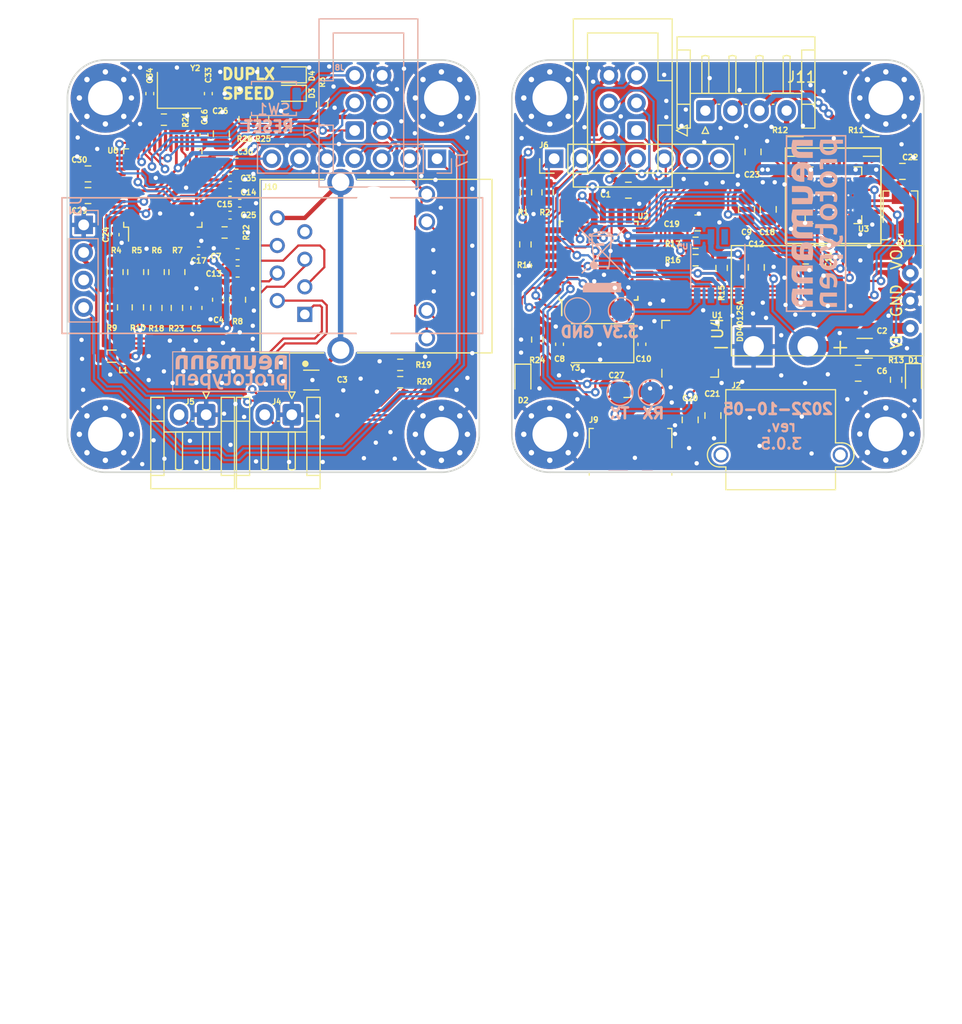
<source format=kicad_pcb>
(kicad_pcb (version 20211014) (generator pcbnew)
  (title_block (title "ethersweep2") (rev "2.0.1") (company "github.com/neumi"))
  (layers (0 "F.Cu" signal) (31 "B.Cu" signal) (34 "B.Paste" user) (35 "F.Paste" user) (36 "B.SilkS" user "B.Silkscreen") (37 "F.SilkS" user "F.Silkscreen") (38 "B.Mask" user) (39 "F.Mask" user) (44 "Edge.Cuts" user))
  (net 0 "")
  (net 1 "GND")
  (net 2 "Net-(D1-Pad2)")
  (net 3 "SCL")
  (net 4 "SDA")
  (net 5 "STEPPER_ENABLE")
  (net 6 "M0")
  (net 7 "M1")
  (net 8 "M2")
  (net 9 "STEP")
  (net 10 "+12V")
  (net 11 "DIR")
  (net 12 "+3V3")
  (net 13 "MISO")
  (net 14 "SCK")
  (net 15 "rst")
  (net 16 "MOSI")
  (net 17 "ESTOP")
  (net 18 "ENDSTOP")
  (net 19 "CS_ETHERNET")
  (net 20 "RST_ETHERNET")
  (net 24 "Net-(C8-Pad1)")
  (net 25 "Net-(C10-Pad2)")
  (net 26 "Net-(C18-Pad1)")
  (net 27 "Net-(C18-Pad2)")
  (net 28 "ETHERNET_LED_B")
  (net 29 "ETHERNET_LED_A")
  (net 30 "Net-(R4-Pad2)")
  (net 31 "Net-(R5-Pad2)")
  (net 32 "Net-(R6-Pad2)")
  (net 33 "Net-(R11-Pad1)")
  (net 34 "Net-(R12-Pad1)")
  (net 35 "Net-(RV1-Pad2)")
  (net 36 "voltage_detect")
  (net 37 "Net-(R19-Pad2)")
  (net 38 "Net-(R20-Pad2)")
  (net 51 "Net-(C33-Pad2)")
  (net 52 "Net-(C34-Pad1)")
  (net 53 "Net-(C35-Pad1)")
  (net 54 "Net-(C36-Pad1)")
  (net 55 "GND1")
  (net 56 "Net-(R22-Pad2)")
  (net 57 "FLT_STEPPER")
  (net 58 "ETH_INT")
  (net 59 "TC")
  (net 60 "RC")
  (net 61 "RD-")
  (net 62 "RD+")
  (net 63 "+3.3VA")
  (net 64 "TD+")
  (net 65 "TD-")
  (net 66 "Net-(R7-Pad2)")
  (net 67 "Net-(D2-Pad2)")
  (net 68 "Net-(R24-Pad1)")
  (net 69 "Net-(C9-Pad1)")
  (net 70 "Net-(C11-Pad1)")
  (net 71 "Net-(D3-Pad2)")
  (net 72 "Net-(D4-Pad2)")
  (net 73 "Net-(R25-Pad1)")
  (net 74 "Net-(R26-Pad1)")
  (net 75 "Net-(C7-Pad2)")
  (net 76 "Net-(C13-Pad2)")
  (net 77 "Net-(C20-Pad1)")
  (net 78 "Net-(C21-Pad1)")
  (net 79 "Net-(C27-Pad2)")
  (net 80 "Net-(J9-Pad2)")
  (net 81 "Net-(J9-Pad3)")
  (net 83 "Net-(J11-Pad1)")
  (net 84 "Net-(J11-Pad2)")
  (net 85 "Net-(J11-Pad3)")
  (net 86 "Net-(J11-Pad4)")
  (net 105 "uC_TX")
  (net 106 "uC_RX")
  (footprint "ethernet_motor_driver:CODE Logo" (layer "F.Cu") (at 146.05 64.77)
    (fp_text reference "G***" hide)
    (fp_text value "LOGO" hide)
  )
  (footprint "Capacitor_SMD:C_0402_1005Metric" (layer "F.Cu") (at 158.2 44.3)
    (fp_text reference "C17")
    (fp_text value "C100nF")
  )
  (footprint "Capacitor_SMD:C_0402_1005Metric" (layer "F.Cu") (at 150.5 42.8 -90)
    (fp_text reference "C24")
    (fp_text value "C100nF")
  )
  (footprint "Capacitor_SMD:C_0805_2012Metric" (layer "F.Cu") (at 160.3 33.5 90)
    (fp_text reference "C26")
    (fp_text value "C10uF")
  )
  (footprint "Inductor_SMD:L_0805_2012Metric" (layer "F.Cu") (at 150.2 54)
    (fp_text reference "L1")
    (fp_text value "L600OHM")
  )
  (footprint "modules:HANRUN_HR911105A" (layer "F.Cu") (at 174.35 45.7 -90)
    (fp_text reference "J10")
    (fp_text value "HR911105A")
  )
  (footprint "MountingHole:MountingHole_3.2mm_M3_Pad_Via" (layer "F.Cu") (at 180.6 30.2)
    (fp_text reference "H6" hide)
    (fp_text value "MountingHole_Pad")
  )
  (footprint "MountingHole:MountingHole_3.2mm_M3_Pad_Via" (layer "F.Cu") (at 149.6 30.2)
    (fp_text reference "H5" hide)
    (fp_text value "MountingHole_Pad")
  )
  (footprint "MountingHole:MountingHole_3.2mm_M3_Pad_Via" (layer "F.Cu") (at 149.6 61.2)
    (fp_text reference "H8" hide)
    (fp_text value "MountingHole_Pad")
  )
  (footprint "MountingHole:MountingHole_3.2mm_M3_Pad_Via" (layer "F.Cu") (at 180.6 61.2)
    (fp_text reference "H7" hide)
    (fp_text value "MountingHole_Pad")
  )
  (footprint "Resistor_SMD:R_0603_1608Metric" (layer "F.Cu") (at 176.8 56.4 180)
    (fp_text reference "R19")
    (fp_text value "R330")
  )
  (footprint "Crystal:Crystal_SMD_3225-4Pin_3.2x2.5mm" (layer "F.Cu") (at 156.4 29.5)
    (fp_text reference "Y2")
    (fp_text value "Crystal_25MHz")
  )
  (footprint "Capacitor_SMD:C_0402_1005Metric" (layer "F.Cu") (at 161.12 37.55)
    (fp_text reference "C36")
    (fp_text value "C4.7uF")
  )
  (footprint "Package_QFP:LQFP-48_7x7mm_P0.5mm" (layer "F.Cu") (at 154.9 38.5 90)
    (fp_text reference "U6")
    (fp_text value "W5500")
  )
  (footprint "Capacitor_SMD:C_0603_1608Metric" (layer "F.Cu") (at 161.7 36.25)
    (fp_text reference "C35")
    (fp_text value "C10nF")
  )
  (footprint "Resistor_SMD:R_0603_1608Metric" (layer "F.Cu") (at 176.8 54.8 180)
    (fp_text reference "R20")
    (fp_text value "R330")
  )
  (footprint "Capacitor_SMD:C_0402_1005Metric" (layer "F.Cu") (at 153.7 29.8 90)
    (fp_text reference "C34")
    (fp_text value "C18pF")
  )
  (footprint "Capacitor_SMD:C_0402_1005Metric" (layer "F.Cu") (at 159.1 29.8 90)
    (fp_text reference "C33")
    (fp_text value "C18pF")
  )
  (footprint "Connector_JST:JST_EH_S2B-EH_1x02_P2.50mm_Horizontal" (layer "F.Cu") (at 158.9 59.4 180)
    (fp_text reference "J5")
    (fp_text value "Conn_01x02_Male")
  )
  (footprint "Connector_JST:JST_EH_S2B-EH_1x02_P2.50mm_Horizontal" (layer "F.Cu") (at 166.8 59.4 180)
    (fp_text reference "J4")
    (fp_text value "Conn_01x02_Male")
  )
  (footprint "Resistor_SMD:R_0603_1608Metric" (layer "F.Cu") (at 169.6 30.8 90)
    (fp_text reference "R3")
    (fp_text value "R10k")
  )
  (footprint "Capacitor_SMD:C_0805_2012Metric" (layer "F.Cu") (at 148 37.2 180)
    (fp_text reference "C30")
    (fp_text value "C10uF")
  )
  (footprint "Capacitor_SMD:C_0402_1005Metric" (layer "F.Cu") (at 158.7 33.6 90)
    (fp_text reference "C16")
    (fp_text value "C100nF")
  )
  (footprint "Capacitor_SMD:C_0402_1005Metric" (layer "F.Cu") (at 162 39.9)
    (fp_text reference "C15")
    (fp_text value "C100nF")
  )
  (footprint "Capacitor_SMD:C_0402_1005Metric" (layer "F.Cu") (at 161.1 38.9)
    (fp_text reference "C14")
    (fp_text value "C100nF")
  )
  (footprint "Resistor_SMD:R_0603_1608Metric" (layer "F.Cu") (at 156.2 49.55 90)
    (fp_text reference "R23")
    (fp_text value "R49.9")
  )
  (footprint "Resistor_SMD:R_0805_2012Metric" (layer "F.Cu") (at 156.2 46.25 90)
    (fp_text reference "R7")
    (fp_text value "R33")
  )
  (footprint "Resistor_SMD:R_0805_2012Metric" (layer "F.Cu") (at 154.3 46.25 90)
    (fp_text reference "R6")
    (fp_text value "R33")
  )
  (footprint "Resistor_SMD:R_0805_2012Metric" (layer "F.Cu") (at 152.4 46.25 90)
    (fp_text reference "R5")
    (fp_text value "R33")
  )
  (footprint "Resistor_SMD:R_0805_2012Metric" (layer "F.Cu") (at 150.5 46.25 90)
    (fp_text reference "R4")
    (fp_text value "R33")
  )
  (footprint "Capacitor_SMD:C_0603_1608Metric" (layer "F.Cu") (at 158 49.55 -90)
    (fp_text reference "C5")
    (fp_text value "C10nF")
  )
  (footprint "Capacitor_SMD:C_0402_1005Metric" (layer "F.Cu") (at 161.1 41)
    (fp_text reference "C25")
    (fp_text value "C100nF")
  )
  (footprint "Capacitor_SMD:C_0603_1608Metric" (layer "F.Cu") (at 161.8 44.6 180)
    (fp_text reference "C7")
    (fp_text value "C6.8nF")
  )
  (footprint "Capacitor_SMD:C_0603_1608Metric" (layer "F.Cu") (at 161.8 46.2 180)
    (fp_text reference "C13")
    (fp_text value "C6.8nF")
  )
  (footprint "Capacitor_SMD:C_0805_2012Metric" (layer "F.Cu") (at 148 39.2 180)
    (fp_text reference "C29")
    (fp_text value "C100nF")
  )
  (footprint "Capacitor_SMD:C_1206_3216Metric" (layer "F.Cu") (at 168.6 56.2 180)
    (fp_text reference "C3")
    (fp_text value "C1nF")
  )
  (footprint "Capacitor_SMD:C_0603_1608Metric" (layer "F.Cu") (at 160 48.8 90)
    (fp_text reference "C4")
    (fp_text value "C22nF")
  )
  (footprint "Capacitor_SMD:C_1206_3216Metric" (layer "F.Cu") (at 219.65 53.27)
    (fp_text reference "C2")
    (fp_text value "C4.7uF")
  )
  (footprint "Capacitor_SMD:C_0805_2012Metric" (layer "F.Cu") (at 219.05 55.57)
    (fp_text reference "C6")
    (fp_text value "C100nF")
  )
  (footprint "Resistor_SMD:R_0603_1608Metric" (layer "F.Cu") (at 204.05 45.15 180)
    (fp_text reference "R16")
    (fp_text value "R10k")
  )
  (footprint "Resistor_SMD:R_0603_1608Metric" (layer "F.Cu") (at 204.05 43.55)
    (fp_text reference "R17")
    (fp_text value "R1k")
  )
  (footprint "Package_QFP:TQFP-32_7x7mm_P0.8mm" (layer "F.Cu") (at 195.1 45.2 90)
    (fp_text reference "U2")
    (fp_text value "ATmega328-AU")
  )
  (footprint "Capacitor_SMD:C_0805_2012Metric" (layer "F.Cu") (at 209.65 45.82 90)
    (fp_text reference "C12")
    (fp_text value "C100nF")
  )
  (footprint "MountingHole:MountingHole_3.2mm_M3_Pad_Via" (layer "F.Cu") (at 190.6 30.2)
    (fp_text reference "H1" hide)
    (fp_text value "MountingHole_Pad")
  )
  (footprint "Capacitor_SMD:C_0402_1005Metric" (layer "F.Cu") (at 191.5 52.9 90)
    (fp_text reference "C8")
    (fp_text value "C22pF")
  )
  (footprint "Capacitor_SMD:C_0805_2012Metric" (layer "F.Cu") (at 197.85 38.7)
    (fp_text reference "C1")
    (fp_text value "C100nF")
  )
  (footprint "Capacitor_SMD:C_0402_1005Metric" (layer "F.Cu") (at 199.1 52.9 -90)
    (fp_text reference "C10")
    (fp_text value "C22pF")
  )
  (footprint "MountingHole:MountingHole_3.2mm_M3_Pad_Via" (layer "F.Cu") (at 221.6 30.2)
    (fp_text reference "H2" hide)
    (fp_text value "MountingHole_Pad")
  )
  (footprint "MountingHole:MountingHole_3.2mm_M3_Pad_Via" (layer "F.Cu") (at 190.6 61.2)
    (fp_text reference "H4" hide)
    (fp_text value "MountingHole_Pad")
  )
  (footprint "Connector_IDC:IDC-Header_2x03_P2.54mm_Vertical" (layer "F.Cu") (at 198.6 33.2 180)
    (fp_text reference "J1" hide)
    (fp_text value "AVR-ISP-6")
  )
  (footprint "MountingHole:MountingHole_3.2mm_M3_Pad_Via" (layer "F.Cu") (at 221.6 61.175001)
    (fp_text reference "H3" hide)
    (fp_text value "MountingHole_Pad")
  )
  (footprint "Connector_PinHeader_2.54mm:PinHeader_1x07_P2.54mm_Vertical" (layer "F.Cu") (at 191 35.8 90)
    (fp_text reference "J6")
    (fp_text value "Conn_01x07_Female")
  )
  (footprint "Crystal:Crystal_SMD_5032-2Pin_5.0x3.2mm" (layer "F.Cu") (at 195.3 52.8 180)
    (fp_text reference "Y3")
    (fp_text value "Crystal")
  )
  (footprint "Resistor_SMD:R_0603_1608Metric" (layer "F.Cu") (at 190.4 38.9 90)
    (fp_text reference "R2")
    (fp_text value "R10k")
  )
  (footprint "Resistor_SMD:R_0603_1608Metric" (layer "F.Cu") (at 188.4 38.9 90)
    (fp_text reference "R1")
    (fp_text value "R10k")
  )
  (footprint "Resistor_SMD:R_0603_1608Metric" (layer "F.Cu") (at 206.45 45.87 -90)
    (fp_text reference "R15")
    (fp_text value "R1k")
  )
  (footprint "Resistor_SMD:R_0603_1608Metric" (layer "F.Cu") (at 188.35 43.7 -90)
    (fp_text reference "R14")
    (fp_text value "R1k")
  )
  (footprint "LED_SMD:LED_0603_1608Metric" (layer "F.Cu") (at 188.12 56.22 -90)
    (fp_text reference "D2")
    (fp_text value "LED")
  )
  (footprint "Package_DFN_QFN:TQFN-28-1EP_5x5mm_P0.5mm_EP3.25x3.25mm_ThermalVias" (layer "F.Cu") (at 216.77 39.17)
    (fp_text reference "U3")
    (fp_text value "TMC2208-LA-T")
  )
  (footprint "Resistor_SMD:R_1206_3216Metric" (layer "F.Cu") (at 220.25 34.67)
    (fp_text reference "R11")
    (fp_text value "R180mOHM")
  )
  (footprint "Capacitor_SMD:C_0805_2012Metric" (layer "F.Cu") (at 214.2 44.77 180)
    (fp_text reference "C11")
    (fp_text value "C0.22uF")
  )
  (footprint "Capacitor_SMD:C_0805_2012Metric" (layer "F.Cu") (at 208.75 40.47 90)
    (fp_text reference "C9")
    (fp_text value "C100nF")
  )
  (footprint "Resistor_SMD:R_0603_1608Metric" (layer "F.Cu") (at 189.45 52.47 -90)
    (fp_text reference "R24")
    (fp_text value "R330")
  )
  (footprint "Resistor_SMD:R_0805_2012Metric" (layer "F.Cu") (at 161.8 48.8 90)
    (fp_text reference "R8")
    (fp_text value "R10")
  )
  (footprint "Resistor_SMD:R_0603_1608Metric" (layer "F.Cu") (at 155 32.2 180)
    (fp_text reference "R21")
    (fp_text value "R1M")
  )
  (footprint "Resistor_SMD:R_0603_1608Metric" (layer "F.Cu") (at 160.6 42.6 180)
    (fp_text reference "R22")
    (fp_text value "R12K4")
  )
  (footprint "Resistor_SMD:R_0603_1608Metric" (layer "F.Cu") (at 150.2 49.5 90)
    (fp_text reference "R9")
    (fp_text value "R49.9")
  )
  (footprint "Resistor_SMD:R_0603_1608Metric" (layer "F.Cu") (at 152.6 49.5 90)
    (fp_text reference "R10")
    (fp_text value "R49.9")
  )
  (footprint "Resistor_SMD:R_0603_1608Metric" (layer "F.Cu") (at 154.3 49.55 90)
    (fp_text reference "R18")
    (fp_text value "R49.9")
  )
  (footprint "Resistor_SMD:R_0603_1608Metric" (layer "F.Cu") (at 164.15 32.17 90)
    (fp_text reference "R25")
    (fp_text value "R330")
  )
  (footprint "Resistor_SMD:R_0603_1608Metric" (layer "F.Cu") (at 162.45 32.145 90)
    (fp_text reference "R26")
    (fp_text value "R330")
  )
  (footprint "LED_SMD:LED_0603_1608Metric" (layer "F.Cu") (at 166.65 29.77 180)
    (fp_text reference "D3")
    (fp_text value "LED")
  )
  (footprint "Capacitor_SMD:C_0805_2012Metric" (layer "F.Cu") (at 204.25 41.72)
    (fp_text reference "C19")
    (fp_text value "C100nF")
  )
  (footprint "Capacitor_SMD:C_0805_2012Metric" (layer "F.Cu") (at 203.55 59.87 -90)
    (fp_text reference "C20")
    (fp_text value "C100nF")
  )
  (footprint "Capacitor_SMD:C_0805_2012Metric" (layer "F.Cu") (at 205.65 59.47 -90)
    (fp_text reference "C21")
    (fp_text value "C100nF")
  )
  (footprint "Capacitor_SMD:C_0805_2012Metric" (layer "F.Cu") (at 197.7 57.07)
    (fp_text reference "C27")
    (fp_text value "C100nF")
  )
  (footprint "Package_DFN_QFN:QFN-28-1EP_5x5mm_P0.5mm_EP3.35x3.35mm" (layer "F.Cu") (at 203.55 53.32 90)
    (fp_text reference "U1")
    (fp_text value "CP2102N-A01-GQFN28")
  )
  (footprint "modules:DD4012SA" (layer "F.Cu") (at 207.35 53.97 90)
    (fp_text reference "U4")
    (fp_text value "DD4012SA")
  )
  (footprint "Capacitor_SMD:C_0805_2012Metric" (layer "F.Cu") (at 209.35 35.17 90)
    (fp_text reference "C23")
    (fp_text value "C100nF")
  )
  (footprint "Capacitor_SMD:C_0805_2012Metric" (layer "F.Cu") (at 223.13 36.97)
    (fp_text reference "C22")
    (fp_text value "C100nF")
  )
  (footprint "LED_SMD:LED_0603_1608Metric" (layer "F.Cu") (at 224.15 56.17 -90)
    (fp_text reference "D1")
    (fp_text value "LED")
  )
  (footprint "Connector_USB:USB_Micro-B_Molex_47346-0001" (layer "F.Cu") (at 198.05 62.37)
    (fp_text reference "J9")
    (fp_text value "USB_B_Micro")
  )
  (footprint "Connector_JST:JST_EH_S4B-EH_1x04_P2.50mm_Horizontal" (layer "F.Cu") (at 204.95 31.37)
    (fp_text reference "J11")
    (fp_text value "Conn_01x04_Male")
  )
  (footprint "Connector_AMASS:AMASS_XT30PW-M_1x02_P2.50mm_Horizontal" (layer "F.Cu") (at 209.4 53.1 180)
    (fp_text reference "J2")
    (fp_text value "Conn_01x02_Male")
  )
  (footprint "Resistor_SMD:R_1206_3216Metric" (layer "F.Cu") (at 213.25 34.67 180)
    (fp_text reference "R12")
    (fp_text value "R180mOHM")
  )
  (footprint "Capacitor_SMD:C_0805_2012Metric" (layer "F.Cu") (at 210.75 40.47 -90)
    (fp_text reference "C18")
    (fp_text value "C22nF")
  )
  (footprint "Potentiometer_SMD:Potentiometer_Bourns_TC33X_Vertical" (layer "F.Cu") (at 222.95 40.67 90)
    (fp_text reference "RV1")
    (fp_text value "R_POT_20K")
  )
  (footprint "Resistor_SMD:R_0603_1608Metric" (layer "F.Cu") (at 222.55 56.17 -90)
    (fp_text reference "R13")
    (fp_text value "R330")
  )
  (footprint "LED_SMD:LED_0603_1608Metric" (layer "F.Cu") (at 166.65 28.07 180)
    (fp_text reference "D4")
    (fp_text value "LED")
  )
  (footprint "Connector_IDC:IDC-Header_2x03_P2.54mm_Vertical" (layer "B.Cu") (at 172.6 33.2)
    (fp_text reference "J8")
    (fp_text value "AVR-ISP-6")
  )
  (footprint "Connector_PinHeader_2.54mm:PinHeader_1x04_P2.54mm_Vertical" (layer "B.Cu") (at 147.6 41.9 180)
    (fp_text reference "J3")
    (fp_text value "Conn_01x04_Female")
  )
  (footprint "Connector_PinHeader_2.54mm:PinHeader_1x07_P2.54mm_Vertical" (layer "B.Cu") (at 180.2 35.8 90)
    (fp_text reference "J7")
    (fp_text value "Conn_01x07_Male")
  )
  (footprint "Button_Switch_SMD:SW_Push_SPST_NO_Alps_SKRK" (layer "B.Cu") (at 165.15 30.25 180)
    (fp_text reference "SW1")
    (fp_text value "SW_Push")
  )
  (footprint "Logo:neumann_prototypen_tiny" (layer "B.Cu") (at 161.2 55.4 180)
    (fp_text reference "G***" hide)
    (fp_text value "LOGO" hide)
  )
  (footprint "Symbol:WEEE-Logo_4.2x6mm_SilkScreen" (layer "B.Cu") (at 195.4 45.1 180)
    (fp_text reference "REF**" hide)
    (fp_text value "WEEE-Logo_4.2x6mm_SilkScreen" hide)
  )
  (footprint "Logo:neumann_prototypen_small" (layer "B.Cu") (at 215.15 41.77 -90)
    (fp_text reference "G***" hide)
    (fp_text value "LOGO" hide)
  )
  (footprint "modules:AS5600" (layer "B.Cu") (at 206.1 45.7)
    (fp_text reference "U5")
    (fp_text value "AS5600")
  )
  (footprint "TestPoint:TestPoint_Pad_D2.0mm" (layer "B.Cu") (at 199.974999 57.345001 180)
    (fp_text reference "TP3" hide)
    (fp_text value "TestPoint")
  )
  (footprint "TestPoint:TestPoint_Pad_D2.0mm" (layer "B.Cu") (at 197.074999 57.345001 180)
    (fp_text reference "TP4" hide)
    (fp_text value "TestPoint")
  )
  (footprint "TestPoint:TestPoint_Pad_D2.0mm" (layer "B.Cu") (at 197.203 49.817 180)
    (fp_text reference "TP1" hide)
    (fp_text value "TestPoint")
  )
  (footprint "TestPoint:TestPoint_Pad_D2.0mm" (layer "B.Cu") (at 193.153 49.817 180)
    (fp_text reference "TP2" hide)
    (fp_text value "TestPoint")
  )
  (gr_line (start 184.4 39.4) (end 145.6 39.4) (layer "B.SilkS") (width 0.15))
  (gr_line (start 145.6 39.4) (end 145.6 51.9) (layer "B.SilkS") (width 0.15))
  (gr_line (start 145.6 51.9) (end 184.4 51.9) (layer "B.SilkS") (width 0.15))
  (gr_line (start 184.4 51.9) (end 184.4 39.4) (layer "B.SilkS") (width 0.15))
  (gr_line (start 212.35 34.82) (end 221.15 34.82) (layer "F.SilkS") (width 0.15))
  (gr_line (start 212.35 43.62) (end 212.35 34.82) (layer "F.SilkS") (width 0.15))
  (gr_line (start 221.15 34.82) (end 221.15 43.62) (layer "F.SilkS") (width 0.15))
  (gr_line (start 221.15 43.62) (end 212.35 43.62) (layer "F.SilkS") (width 0.15))
  (gr_line (start 184.1 31.8) (end 184.1 30.2) (layer "Edge.Cuts") (width 0.15))
  (gr_line (start 184.1 60.7) (end 184.1 59.4) (layer "Edge.Cuts") (width 0.15))
  (gr_line (start 180.6 26.7) (end 149.6 26.7) (layer "Edge.Cuts") (width 0.15))
  (gr_arc (start 146.1 30.2) (mid 147.125126 27.725126) (end 149.6 26.7) (layer "Edge.Cuts") (width 0.15))
  (gr_arc (start 180.6 26.7) (mid 183.074874 27.725126) (end 184.1 30.2) (layer "Edge.Cuts") (width 0.15))
  (gr_arc (start 184.1 61.2) (mid 183.074874 63.674874) (end 180.6 64.7) (layer "Edge.Cuts") (width 0.15))
  (gr_line (start 146.1 30.2) (end 146.1 61.2) (layer "Edge.Cuts") (width 0.15))
  (gr_line (start 149.6 64.7) (end 180.6 64.7) (layer "Edge.Cuts") (width 0.15))
  (gr_arc (start 149.6 64.7) (mid 147.125126 63.674874) (end 146.1 61.2) (layer "Edge.Cuts") (width 0.15))
  (gr_line (start 184.1 61.2) (end 184.1 60.7) (layer "Edge.Cuts") (width 0.15))
  (gr_line (start 225.1 61.2) (end 225.1 30.2) (layer "Edge.Cuts") (width 0.15))
  (gr_line (start 190.6 64.7) (end 221.6 64.7) (layer "Edge.Cuts") (width 0.15))
  (gr_arc (start 190.6 64.7) (mid 188.125126 63.674874) (end 187.1 61.2) (layer "Edge.Cuts") (width 0.15))
  (gr_arc (start 225.1 61.2) (mid 224.074874 63.674874) (end 221.6 64.7) (layer "Edge.Cuts") (width 0.15))
  (gr_arc (start 187.1 30.2) (mid 188.125126 27.725126) (end 190.6 26.7) (layer "Edge.Cuts") (width 0.15))
  (gr_line (start 190.6 26.7) (end 221.6 26.7) (layer "Edge.Cuts") (width 0.15))
  (gr_line (start 187.1 30.2) (end 187.1 30.7) (layer "Edge.Cuts") (width 0.15))
  (gr_line (start 187.1 61.2) (end 187.1 59.4) (layer "Edge.Cuts") (width 0.15))
  (gr_line (start 187.1 31.8) (end 187.1 30.7) (layer "Edge.Cuts") (width 0.15))
  (gr_arc (start 221.6 26.7) (mid 224.074874 27.725126) (end 225.1 30.2) (layer "Edge.Cuts") (width 0.15))
  (gr_line (start 184.1 59.4) (end 184.1 31.8) (layer "Edge.Cuts") (width 0.15))
  (gr_line (start 187.1 31.8) (end 187.1 59.4) (layer "Edge.Cuts") (width 0.15))
  (gr_text "RESET" (at 167.11 32.83) (layer "B.SilkS") (effects (font (size 1 1) (thickness 0.25)) (justify left mirror)))
  (gr_text "rev.\n3.0.5\n" (at 211.95 61.27) (layer "B.SilkS") (effects (font (size 1 1) (thickness 0.2)) (justify mirror)))
  (gr_text "GND" (at 193.15 51.77) (layer "B.SilkS") (effects (font (size 1 1) (thickness 0.25)) (justify mirror)))
  (gr_text "3.3V" (at 197.15 51.77) (layer "B.SilkS") (effects (font (size 1 1) (thickness 0.25)) (justify mirror)))
  (gr_text "2022-10-05" (at 216.85 58.87) (layer "B.SilkS") (effects (font (size 1 1) (thickness 0.25)) (justify left mirror)))
  (gr_text "RX" (at 200.15 59.27) (layer "B.SilkS") (effects (font (size 1 1) (thickness 0.25)) (justify mirror)))
  (gr_text "TX" (at 197.05 59.27) (layer "B.SilkS") (effects (font (size 1 1) (thickness 0.25)) (justify mirror)))
  (gr_text "DUPLX" (at 162.8 28) (layer "F.SilkS") (effects (font (size 1 1) (thickness 0.25))))
  (gr_text "SPEED" (at 162.8 29.8) (layer "F.SilkS") (effects (font (size 1 1) (thickness 0.25))))
  (segment (start 155.3 28.65) (end 153.95 28.65) (width 0.25) (layer "F.Cu") (net 1))
  (segment (start 153.95 28.65) (end 153.7 28.4) (width 0.25) (layer "F.Cu") (net 1))
  (segment (start 157.5 30.35) (end 159.03 30.35) (width 0.25) (layer "F.Cu") (net 1))
  (segment (start 159.03 30.35) (end 159.1 30.28) (width 0.25) (layer "F.Cu") (net 1))
  (segment (start 153.7 28.4) (end 153.7 29.32) (width 0.25) (layer "F.Cu") (net 1))
  (segment (start 158 48.775) (end 158 47.75) (width 0.2) (layer "F.Cu") (net 1))
  (segment (start 153.4 44.1) (end 153.4 44.1) (width 0.2) (layer "F.Cu") (net 1))
  (segment (start 199.1 52.42) (end 199.1 51.5) (width 0.4) (layer "F.Cu") (net 1))
  (segment (start 199.1 51.5) (end 199 51.4) (width 0.4) (layer "F.Cu") (net 1))
  (segment (start 194.499999 50.700001) (end 195.299999 50.700001) (width 0.5) (layer "F.Cu") (net 1))
  (segment (start 194.064999 50.700001) (end 194.499999 50.700001) (width 0.5) (layer "F.Cu") (net 1))
  (segment (start 193.9 50.445002) (end 193.9 49.45) (width 0.4) (layer "F.Cu") (net 1))
  (segment (start 193.9 49.45) (end 193.9 50.535002) (width 0.5) (layer "F.Cu") (net 1))
  (segment (start 193.9 50.535002) (end 194.064999 50.700001) (width 0.5) (layer "F.Cu") (net 1))
  (segment (start 195.299999 50.700001) (end 195.5 50.5) (width 0.5) (layer "F.Cu") (net 1))
  (segment (start 195.5 50.5) (end 195.5 49.45) (width 0.5) (layer "F.Cu") (net 1))
  (segment (start 194.7 40.95) (end 194.7 42.3) (width 0.2) (layer "F.Cu") (net 1))
  (segment (start 194.7 42.3) (end 194.8 42.4) (width 0.2) (layer "F.Cu") (net 1))
  (segment (start 198.85 39.95) (end 198.85 38.75) (width 0.4) (layer "F.Cu") (net 1))
  (segment (start 198.85 38.75) (end 198.8 38.7) (width 0.4) (layer "F.Cu") (net 1))
  (segment (start 195.5 50.445002) (end 195.5 49.45) (width 0.4) (layer "F.Cu") (net 1))
  (segment (start 194.104999 50.650001) (end 195.295001 50.650001) (width 0.4) (layer "F.Cu") (net 1))
  (segment (start 195.295001 50.650001) (end 195.5 50.445002) (width 0.4) (layer "F.Cu") (net 1))
  (segment (start 194 49.55) (end 193.9 49.45) (width 0.2) (layer "F.Cu") (net 1))
  (segment (start 206.037332 50.87) (end 206.037332 50.87) (width 0.2) (layer "F.Cu") (net 1))
  (segment (start 161.6 37.55) (end 162.35 37.55) (width 0.5) (layer "F.Cu") (net 1))
  (segment (start 192.559987 50.950011) (end 193.399989 50.950011) (width 0.2) (layer "F.Cu") (net 1))
  (segment (start 153.19999 43.24999) (end 153.19999 43.89999) (width 0.2) (layer "F.Cu") (net 1))
  (segment (start 159.35 44.3) (end 159.6 44.05) (width 0.5) (layer "F.Cu") (net 1))
  (segment (start 191.5 52.42) (end 191.5 52.009998) (width 0.2) (layer "F.Cu") (net 1))
  (segment (start 191.5 52.009998) (end 192.559987 50.950011) (width 0.2) (layer "F.Cu") (net 1))
  (segment (start 153.15 43.2) (end 153.19999 43.24999) (width 0.2) (layer "F.Cu") (net 1))
  (segment (start 216.77 36.8075) (end 216.77 39.17) (width 0.25) (layer "F.Cu") (net 1))
  (segment (start 161.95 38.25) (end 162.5 37.7) (width 0.25) (layer "F.Cu") (net 1))
  (segment (start 159.0625 40.75) (end 157.75 40.75) (width 0.25) (layer "F.Cu") (net 1))
  (segment (start 162.35 38.9) (end 162.45 38.8) (width 0.5) (layer "F.Cu") (net 1))
  (segment (start 167.2375 56.2) (end 166.1 56.2) (width 0.4) (layer "F.Cu") (net 1))
  (segment (start 162.48 39.9) (end 163.5 39.9) (width 0.5) (layer "F.Cu") (net 1))
  (segment (start 214.4075 38.67) (end 213.15 38.67) (width 0.2) (layer "F.Cu") (net 1))
  (segment (start 157.034315 40.9) (end 156.15 41.784315) (width 0.2) (layer "F.Cu") (net 1))
  (segment (start 160.3 32.55) (end 160.65 32.55) (width 0.25) (layer "F.Cu") (net 1))
  (segment (start 200.4525 60.91) (end 200.5375 60.995) (width 0.2) (layer "F.Cu") (net 1))
  (segment (start 215.27 40.67) (end 215.395 40.545) (width 0.25) (layer "F.Cu") (net 1))
  (segment (start 161.58 38.9) (end 162.35 38.9) (width 0.5) (layer "F.Cu") (net 1))
  (segment (start 217.318022 40.545) (end 216.77 40.545) (width 0.25) (layer "F.Cu") (net 1))
  (segment (start 217.77 38.17) (end 216.77 39.17) (width 0.25) (layer "F.Cu") (net 1))
  (segment (start 162.475 36.425) (end 163.25 37.2) (width 0.5) (layer "F.Cu") (net 1))
  (segment (start 214.4075 38.67) (end 216.27 38.67) (width 0.25) (layer "F.Cu") (net 1))
  (segment (start 203.05 55.357332) (end 203.55 54.857332) (width 0.2) (layer "F.Cu") (net 1))
  (segment (start 160.33 39.75) (end 159.0625 39.75) (width 0.2) (layer "F.Cu") (net 1))
  (segment (start 159.3 50.275) (end 160 49.575) (width 0.2) (layer "F.Cu") (net 1))
  (segment (start 166.1 56.2) (end 166 56.3) (width 0.4) (layer "F.Cu") (net 1))
  (segment (start 162.45 41.05) (end 162.45 40.95) (width 0.5) (layer "F.Cu") (net 1))
  (segment (start 156.15 41.784315) (end 156.15 42.6625) (width 0.2) (layer "F.Cu") (net 1))
  (segment (start 217.77 41.5325) (end 217.77 40.996978) (width 0.25) (layer "F.Cu") (net 1))
  (segment (start 162.65 42.7) (end 162.75 42.6) (width 0.5) (layer "F.Cu") (net 1))
  (segment (start 218.27 41.5325) (end 218.27 40.67) (width 0.25) (layer "F.Cu") (net 1))
  (segment (start 161.58 41) (end 160.33 39.75) (width 0.2) (layer "F.Cu") (net 1))
  (segment (start 157.6 40.9) (end 157.034315 40.9) (width 0.2) (layer "F.Cu") (net 1))
  (segment (start 212.25 38.17) (end 212.75 38.67) (width 0.2) (layer "F.Cu") (net 1))
  (segment (start 216.77 39.17) (end 219.1325 39.17) (width 0.25) (layer "F.Cu") (net 1))
  (segment (start 162.35 37.55) (end 162.5 37.7) (width 0.5) (layer "F.Cu") (net 1))
  (segment (start 158.68 44.3) (end 159.35 44.3) (width 0.5) (layer "F.Cu") (net 1))
  (segment (start 157.75 40.75) (end 157.6 40.9) (width 0.25) (layer "F.Cu") (net 1))
  (segment (start 203.55 53.32) (end 203.587332 53.32) (width 0.2) (layer "F.Cu") (net 1))
  (segment (start 162.475 36.25) (end 162.475 36.425) (width 0.5) (layer "F.Cu") (net 1))
  (segment (start 203.587332 53.32) (end 206.037332 50.87) (width 0.2) (layer "F.Cu") (net 1))
  (segment (start 219.1325 38.17) (end 217.77 38.17) (width 0.25) (layer "F.Cu") (net 1))
  (segment (start 161.5125 42.7) (end 162.65 42.7) (width 0.5) (layer "F.Cu") (net 1))
  (segment (start 160.3 31.6) (end 160.4 31.5) (width 0.25) (layer "F.Cu") (net 1))
  (segment (start 212.75 38.67) (end 213.15 38.67) (width 0.2) (layer "F.Cu") (net 1))
  (segment (start 162.45 40.95) (end 163.5 39.9) (width 0.5) (layer "F.Cu") (net 1))
  (segment (start 193.9 50.45) (end 193.9 49.45) (width 0.2) (layer "F.Cu") (net 1))
  (segment (start 151.1 43.55) (end 150.77 43.55) (width 0.2) (layer "F.Cu") (net 1))
  (segment (start 159.3 50.6) (end 159.3 50.425) (width 0.5) (layer "F.Cu") (net 1))
  (segment (start 218.27 40.67) (end 218.145 40.545) (width 0.25) (layer "F.Cu") (net 1))
  (segment (start 158 48.775) (end 158.175 48.775) (width 0.2) (layer "F.Cu") (net 1))
  (segment (start 217.77 40.996978) (end 217.318022 40.545) (width 0.25) (layer "F.Cu") (net 1))
  (segment (start 214.4075 40.67) (end 215.27 40.67) (width 0.25) (layer "F.Cu") (net 1))
  (segment (start 216.27 38.67) (end 216.77 39.17) (width 0.25) (layer "F.Cu") (net 1))
  (segment (start 150.77 43.55) (end 150.5 43.28) (width 0.2) (layer "F.Cu") (net 1))
  (segment (start 203.05 55.77) (end 203.05 55.357332) (width 0.2) (layer "F.Cu") (net 1))
  (segment (start 203.55 54.857332) (end 203.55 53.32) (width 0.2) (layer "F.Cu") (net 1))
  (segment (start 193.399989 50.950011) (end 193.9 50.45) (width 0.2) (layer "F.Cu") (net 1))
  (segment (start 160.3 32.55) (end 160.3 31.6) (width 0.25) (layer "F.Cu") (net 1))
  (segment (start 153.15 42.6625) (end 153.15 43.2) (width 0.2) (layer "F.Cu") (net 1))
  (segment (start 159.3 50.425) (end 159.9 49.825) (width 0.5) (layer "F.Cu") (net 1))
  (segment (start 159.0625 38.25) (end 161.95 38.25) (width 0.25) (layer "F.Cu") (net 1))
  (segment (start 199.35 60.91) (end 200.4525 60.91) (width 0.2) (layer "F.Cu") (net 1))
  (segment (start 159.3 50.6) (end 159.3 50.275) (width 0.2) (layer "F.Cu") (net 1))
  (segment (start 153.19999 43.89999) (end 153.4 44.1) (width 0.2) (layer "F.Cu") (net 1))
  (via (at 153.7 28.4) (size 0.8) (drill 0.4) (layers "F.Cu" "B.Cu") (net 1))
  (via (at 158 47.75) (size 0.8) (drill 0.4) (layers "F.Cu" "B.Cu") (net 1))
  (via (at 188 33.9) (size 0.8) (drill 0.4) (layers "F.Cu" "B.Cu") (net 1))
  (via (at 193.8 32.9) (size 0.8) (drill 0.4) (layers "F.Cu" "B.Cu") (net 1))
  (via (at 195.6 46.5) (size 0.8) (drill 0.4) (layers "F.Cu" "B.Cu") (net 1))
  (via (at 196.2 44.3) (size 0.8) (drill 0.4) (layers "F.Cu" "B.Cu") (net 1))
  (via (at 197.15 31.9) (size 0.8) (drill 0.4) (layers "F.Cu" "B.Cu") (net 1))
  (via (at 195.25 54.32) (size 0.8) (drill 0.4) (layers "F.Cu" "B.Cu") (net 1))
  (via (at 194.7 47.1) (size 0.8) (drill 0.4) (layers "F.Cu" "B.Cu") (net 1))
  (via (at 194.8 42.4) (size 0.8) (drill 0.4) (layers "F.Cu" "B.Cu") (net 1))
  (via (at 195.2 52.9) (size 0.8) (drill 0.4) (layers "F.Cu" "B.Cu") (net 1))
  (via (at 199 51.4) (size 0.8) (drill 0.4) (layers "F.Cu" "B.Cu") (net 1))
  (via (at 189.1 40.9) (size 0.8) (drill 0.4) (layers "F.Cu" "B.Cu") (net 1))
  (via (at 194.6 28.7) (size 0.8) (drill 0.4) (layers "F.Cu" "B.Cu") (net 1))
  (via (at 194.1 27.45) (size 0.8) (drill 0.4) (layers "F.Cu" "B.Cu") (net 1))
  (via (at 198.85 39.95) (size 0.8) (drill 0.4) (layers "F.Cu" "B.Cu") (net 1))
  (via (at 210.65 34.17) (size 0.8) (drill 0.4) (layers "F.Cu" "B.Cu") (net 1))
  (via (at 157.15 31.85) (size 0.8) (drill 0.4) (layers "F.Cu" "B.Cu") (net 1))
  (via (at 147.05 33.85) (size 0.8) (drill 0.4) (layers "F.Cu" "B.Cu") (net 1))
  (via (at 211.25 45.77) (size 0.8) (drill 0.4) (layers "F.Cu" "B.Cu") (net 1))
  (via (at 201.15 28.07) (size 0.8) (drill 0.4) (layers "F.Cu" "B.Cu") (net 1))
  (via (at 160.55 59.3) (size 0.8) (drill 0.4) (layers "F.Cu" "B.Cu") (net 1))
  (via (at 159.2 55.4) (size 0.8) (drill 0.4) (layers "F.Cu" "B.Cu") (net 1))
  (via (at 224.15 35.67) (size 0.8) (drill 0.4) (layers "F.Cu" "B.Cu") (net 1))
  (via (at 209.35 50.07) (size 0.8) (drill 0.4) (layers "F.Cu" "B.Cu") (net 1))
  (via (at 201.05 48.87) (size 0.8) (drill 0.4) (layers "F.Cu" "B.Cu") (net 1))
  (via (at 206.55 37.97) (size 0.8) (drill 0.4) (layers "F.Cu" "B.Cu") (net 1))
  (via (at 209.05 59.67) (size 0.8) (drill 0.4) (layers "F.Cu" "B.Cu") (net 1))
  (via (at 198.45 63.37) (size 0.8) (drill 0.4) (layers "F.Cu" "B.Cu") (net 1))
  (via (at 153.4 44.1) (size 0.8) (drill 0.4) (layers "F.Cu" "B.Cu") (net 1))
  (via (at 206.35 32.97) (size 0.8) (drill 0.4) (layers "F.Cu" "B.Cu") (net 1))
  (via (at 211.95 52.07) (size 0.8) (drill 0.4) (layers "F.Cu" "B.Cu") (net 1))
  (via (at 218.05 57.97) (size 0.8) (drill 0.4) (layers "F.Cu" "B.Cu") (net 1))
  (via (at 160.35 56.47) (size 0.8) (drill 0.4) (layers "F.Cu" "B.Cu") (net 1))
  (via (at 205.05 38.07) (size 0.8) (drill 0.4) (layers "F.Cu" "B.Cu") (net 1))
  (via (at 166.35 34.57) (size 0.8) (drill 0.4) (layers "F.Cu" "B.Cu") (net 1))
  (via (at 163.6 27.8) (size 0.8) (drill 0.4) (layers "F.Cu" "B.Cu") (net 1))
  (via (at 183 56) (size 0.8) (drill 0.4) (layers "F.Cu" "B.Cu") (net 1))
  (via (at 191.45 55.77) (size 0.8) (drill 0.4) (layers "F.Cu" "B.Cu") (net 1))
  (via (at 160.45 52.77) (size 0.8) (drill 0.4) (layers "F.Cu" "B.Cu") (net 1))
  (via (at 210.25 37.97) (size 0.8) (drill 0.4) (layers "F.Cu" "B.Cu") (net 1))
  (via (at 208.35 56.37) (size 0.8) (drill 0.4) (layers "F.Cu" "B.Cu") (net 1))
  (via (at 151.1 43.55) (size 0.8) (drill 0.4) (layers "F.Cu" "B.Cu") (net 1))
  (via (at 168.8 37) (size 0.8) (drill 0.4) (layers "F.Cu" "B.Cu") (net 1))
  (via (at 178.75 37.4) (size 0.8) (drill 0.4) (layers "F.Cu" "B.Cu") (net 1))
  (via (at 193.15 57.97) (size 0.8) (drill 0.4) (layers "F.Cu" "B.Cu") (net 1))
  (via (at 178.15 33.45) (size 0.8) (drill 0.4) (layers "F.Cu" "B.Cu") (net 1))
  (via (at 161.85 56.47) (size 0.8) (drill 0.4) (layers "F.Cu" "B.Cu") (net 1))
  (via (at 204.85 34.27) (size 0.8) (drill 0.4) (layers "F.Cu" "B.Cu") (net 1))
  (via (at 170.75 31.1) (size 0.8) (drill 0.4) (layers "F.Cu" "B.Cu") (net 1))
  (via (at 214.55 46.07) (size 0.8) (drill 0.4) (layers "F.Cu" "B.Cu") (net 1))
  (via (at 220.05 43.87) (size 0.8) (drill 0.4) (layers "F.Cu" "B.Cu") (net 1))
  (via (at 187.95 52.47) (size 0.8) (drill 0.4) (layers "F.Cu" "B.Cu") (net 1))
  (via (at 179.85 44.22) (size 0.8) (drill 0.4) (layers "F.Cu" "B.Cu") (net 1))
  (via (at 201.75 56.87) (size 0.8) (drill 0.4) (layers "F.Cu" "B.Cu") (net 1))
  (via (at 189.65 56.97) (size 0.8) (drill 0.4) (layers "F.Cu" "B.Cu") (net 1))
  (via (at 215.85 29.57) (size 0.8) (drill 0.4) (layers "F.Cu" "B.Cu") (net 1))
  (via (at 221.85 50.27) (size 0.8) (drill 0.4) (layers "F.Cu" "B.Cu") (net 1))
  (via (at 162.4 59.6) (size 0.8) (drill 0.4) (layers "F.Cu" "B.Cu") (net 1))
  (via (at 153.6 56.2) (size 0.8) (drill 0.4) (layers "F.Cu" "B.Cu") (net 1))
  (via (at 211.35 37.97) (size 0.8) (drill 0.4) (layers "F.Cu" "B.Cu") (net 1))
  (via (at 212.35 49.27) (size 0.8) (drill 0.4) (layers "F.Cu" "B.Cu") (net 1))
  (via (at 173.45 63.4) (size 0.8) (drill 0.4) (layers "F.Cu" "B.Cu") (net 1))
  (via (at 214.95 50.17) (size 0.8) (drill 0.4) (layers "F.Cu" "B.Cu") (net 1))
  (via (at 219.25 45.17) (size 0.8) (drill 0.4) (layers "F.Cu" "B.Cu") (net 1))
  (via (at 171.15 34.45) (size 0.8) (drill 0.4) (layers "F.Cu" "B.Cu") (net 1))
  (via (at 202.75 32.77) (size 0.8) (drill 0.4) (layers "F.Cu" "B.Cu") (net 1))
  (via (at 208.1 29.47) (size 0.8) (drill 0.4) (layers "F.Cu" "B.Cu") (net 1))
  (via (at 183.45 53.72) (size 0.8) (drill 0.4) (layers "F.Cu" "B.Cu") (net 1))
  (via (at 208.35 46.67) (size 0.8) (drill 0.4) (layers "F.Cu" "B.Cu") (net 1))
  (via (at 158.45 43.37) (size 0.8) (drill 0.4) (layers "F.Cu" "B.Cu") (net 1))
  (via (at 182 57.1) (size 0.8) (drill 0.4) (layers "F.Cu" "B.Cu") (net 1))
  (via (at 179.9 48.02) (size 0.8) (drill 0.4) (layers "F.Cu" "B.Cu") (net 1))
  (via (at 159.2 53.4) (size 0.8) (drill 0.4) (layers "F.Cu" "B.Cu") (net 1))
  (via (at 202.15 60.37) (size 0.8) (drill 0.4) (layers "F.Cu" "B.Cu") (net 1))
  (via (at 213.85 59.57) (size 0.8) (drill 0.4) (layers "F.Cu" "B.Cu") (net 1))
  (via (at 210.55 50.47) (size 0.8) (drill 0.4) (layers "F.Cu" "B.Cu") (net 1))
  (via (at 156.8 53.4) (size 0.8) (drill 0.4) (layers "F.Cu" "B.Cu") (net 1))
  (via (at 164.4 56.6) (size 0.8) (drill 0.4) (layers "F.Cu" "B.Cu") (net 1))
  (via (at 216.25 49.37) (size 0.8) (drill 0.4) (layers "F.Cu" "B.Cu") (net 1))
  (via (at 173.85 37.02) (size 0.8) (drill 0.4) (layers "F.Cu" "B.Cu") (net 1))
  (via (at 202.15 61.17) (size 0.8) (drill 0.4) (layers "F.Cu" "B.Cu") (net 1))
  (via (at 176.3 63.45) (size 0.8) (drill 0.4) (layers "F.Cu" "B.Cu") (net 1))
  (via (at 201.35 30.47) (size 0.8) (drill 0.4) (layers "F.Cu" "B.Cu") (net 1))
  (via (at 161.4 53.4) (size 0.8) (drill 0.4) (layers "F.Cu" "B.Cu") (net 1))
  (via (at 160.4 31.5) (size 0.8) (drill 0.4) (layers "F.Cu" "B.Cu") (net 1))
  (via (at 201.45 45.57) (size 0.8) (drill 0.4) (layers "F.Cu" "B.Cu") (net 1))
  (via (at 224.25 58.07) (size 0.8) (drill 0.4) (layers "F.Cu" "B.Cu") (net 1))
  (via (at 163.2 53.4) (size 0.8) (drill 0.4) (layers "F.Cu" "B.Cu") (net 1))
  (via (at 205.75 61.57) (size 0.8) (drill 0.4) (layers "F.Cu" "B.Cu") (net 1))
  (via (at 147.45 54.25) (size 0.8) (drill 0.4) (layers "F.Cu" "B.Cu") (net 1))
  (via (at 183.5 48.27) (size 0.8) (drill 0.4) (layers "F.Cu" "B.Cu") (net 1))
  (via (at 204.15 63.87) (size 0.8) (drill 0.4) (layers "F.Cu" "B.Cu") (net 1))
  (via (at 152.8 32.6) (size 0.8) (drill 0.4) (layers "F.Cu" "B.Cu") (net 1))
  (via (at 223.05 34.47) (size 0.8) (drill 0.4) (layers "F.Cu" "B.Cu") (net 1))
  (via (at 205.35 28.37) (size 0.8) (drill 0.4) (layers "F.Cu" "B.Cu") (net 1))
  (via (at 162.5 37.7) (size 0.8) (drill 0.4) (layers "F.Cu" "B.Cu") (net 1))
  (via (at 217.85 27.87) (size 0.8) (drill 0.4) (layers "F.Cu" "B.Cu") (net 1))
  (via (at 163.5 63.7) (size 0.8) (drill 0.4) (layers "F.Cu" "B.Cu") (net 1))
  (via (at 165.8 31.4) (size 0.8) (drill 0.4) (layers "F.Cu" "B.Cu") (net 1))
  (via (at 216.8 33.92) (size 0.8) (drill 0.4) (layers "F.Cu" "B.Cu") (net 1))
  (via (at 159.3 50.6) (size 0.8) (drill 0.4) (layers "F.Cu" "B.Cu") (net 1))
  (via (at 170.25 27.3) (size 0.8) (drill 0.4) (layers "F.Cu" "B.Cu") (net 1))
  (via (at 212.85 42.27) (size 0.8) (drill 0.4) (layers "F.Cu" "B.Cu") (net 1))
  (via (at 155 55.4) (size 0.8) (drill 0.4) (layers "F.Cu" "B.Cu") (net 1))
  (via (at 210.25 49.07) (size 0.8) (drill 0.4) (layers "F.Cu" "B.Cu") (net 1))
  (via (at 155.55 52.57) (size 0.8) (drill 0.4) (layers "F.Cu" "B.Cu") (net 1))
  (via (at 183 33.85) (size 0.8) (drill 0.4) (layers "F.Cu" "B.Cu") (net 1))
  (via (at 223.55 53.27) (size 0.8) (drill 0.4) (layers "F.Cu" "B.Cu") (net 1))
  (via (at 203.15 31.27) (size 0.8) (drill 0.4) (layers "F.Cu" "B.Cu") (net 1))
  (via (at 165.8 54.6) (size 0.8) (drill 0.4) (layers "F.Cu" "B.Cu") (net 1))
  (via (at 166 56.3) (size 0.8) (drill 0.4) (layers "F.Cu" "B.Cu") (net 1))
  (via (at 161.6 58.4) (size 0.8) (drill 0.4) (layers "F.Cu" "B.Cu") (net 1))
  (via (at 169.65 61.47) (size 0.8) (drill 0.4) (layers "F.Cu" "B.Cu") (net 1))
  (via (at 163.2 47.8) (size 0.8) (drill 0.4) (layers "F.Cu" "B.Cu") (net 1))
  (via (at 176.5 29.4) (size 0.8) (drill 0.4) (layers "F.Cu" "B.Cu") (net 1))
  (via (at 163.2 55.4) (size 0.8) (drill 0.4) (layers "F.Cu" "B.Cu") (net 1))
  (via (at 183.45 43.82) (size 0.8) (drill 0.4) (layers "F.Cu" "B.Cu") (net 1))
  (via (at 153 63.95) (size 0.8) (drill 0.4) (layers "F.Cu" "B.Cu") (net 1))
  (via (at 150.05 55.7) (size 0.8) (drill 0.4) (layers "F.Cu" "B.Cu") (net 1))
  (via (at 207.95 37.37) (size 0.8) (drill 0.4) (layers "F.Cu" "B.Cu") (net 1))
  (via (at 220.35 41.87) (size 0.8) (drill 0.4) (layers "F.Cu" "B.Cu") (net 1))
  (via (at 213.95 32.77) (size 0.8) (drill 0.4) (layers "F.Cu" "B.Cu") (net 1))
  (via (at 168.4 27.4) (size 0.8) (drill 0.4) (layers "F.Cu" "B.Cu") (net 1))
  (via (at 162.75 42.6) (size 0.8) (drill 0.4) (layers "F.Cu" "B.Cu") (net 1))
  (via (at 203.45 62.47) (size 0.8) (drill 0.4) (layers "F.Cu" "B.Cu") (net 1))
  (via (at 152.8 27.4) (size 0.8) (drill 0.4) (layers "F.Cu" "B.Cu") (net 1))
  (via (at 204.35 40.87) (size 0.8) (drill 0.4) (layers "F.Cu" "B.Cu") (net 1))
  (via (at 217.35 51.87) (size 0.8) (drill 0.4) (layers "F.Cu" "B.Cu") (net 1))
  (via (at 169.15 59.55) (size 0.8) (drill 0.4) (layers "F.Cu" "B.Cu") (net 1))
  (via (at 206.45 56.47) (size 0.8) (drill 0.4) (layers "F.Cu" "B.Cu") (net 1))
  (via (at 195.55 38.77) (size 0.8) (drill 0.4) (layers "F.Cu" "B.Cu") (net 1))
  (via (at 197.85 47.67) (size 0.8) (drill 0.4) (layers "F.Cu" "B.Cu") (net 1))
  (via (at 213.25 50.17) (size 0.8) (drill 0.4) (layers "F.Cu" "B.Cu") (net 1))
  (via (at 199.85 49.17) (size 0.8) (drill 0.4) (layers "F.Cu" "B.Cu") (net 1))
  (via (at 211.95 55.77) (size 0.8) (drill 0.4) (layers "F.Cu" "B.Cu") (net 1))
  (via (at 170.65 29.15) (size 0.8) (drill 0.4) (layers "F.Cu" "B.Cu") (net 1))
  (via (at 157.95 52.57) (size 0.8) (drill 0.4) (layers "F.Cu" "B.Cu") (net 1))
  (via (at 174.65 57.27) (size 0.8) (drill 0.4) (layers "F.Cu" "B.Cu") (net 1))
  (via (at 157.4 61.8) (size 0.8) (drill 0.4) (layers "F.Cu" "B.Cu") (net 1))
  (via (at 212.25 46.77) (size 0.8) (drill 0.4) (layers "F.Cu" "B.Cu") (net 1))
  (via (at 207.85 33.87) (size 0.8) (drill 0.4) (layers "F.Cu" "B.Cu") (net 1))
  (via (at 163.2 51.2) (size 0.8) (drill 0.4) (layers "F.Cu" "B.Cu") (net 1))
  (via (at 147 35.6) (size 0.8) (drill 0.4) (layers "F.Cu" "B.Cu") (net 1))
  (via (at 147.4 52.5) (size 0.8) (drill 0.4) (layers "F.Cu" "B.Cu") (net 1))
  (via (at 177.15 27.5) (size 0.8) (drill 0.4) (layers "F.Cu" "B.Cu") (net 1))
  (via (at 176.05 37.17) (size 0.8) (drill 0.4) (layers "F.Cu" "B.Cu") (net 1))
  (via (at 163.25 37.2) (size 0.8) (drill 0.4) (layers "F.Cu" "B.Cu") (net 1))
  (via (at 201.85 58.27) (size 0.8) (drill 0.4) (layers "F.Cu" "B.Cu") (net 1))
  (via (at 187.75 46.57) (size 0.8) (drill 0.4) (layers "F.Cu" "B.Cu") (net 1))
  (via (at 154.65 40.85) (size 0.8) (drill 0.4) (layers "F.Cu" "B.Cu") (net 1))
  (via (at 163.3 49.8) (size 0.8) (drill 0.4) (layers "F.Cu" "B.Cu") (net 1))
  (via (at 148.85 34.9) (size 0.8) (drill 0.4) (layers "F.Cu" "B.Cu") (net 1))
  (via (at 204.75 49.77) (size 0.8) (drill 0.4) (layers "F.Cu" "B.Cu") (net 1))
  (via (at 169.65 63.75) (size 0.8) (drill 0.4) (layers "F.Cu" "B.Cu") (net 1))
  (via (at 211.05 32.87) (size 0.8) (drill 0.4) (layers "F.Cu" "B.Cu") (net 1))
  (via (at 207.45 50.27) (size 0.8) (drill 0.4) (layers "F.Cu" "B.Cu") (net 1))
  (via (at 193.65 55.37) (size 0.8) (drill 0.4) (layers "F.Cu" "B.Cu") (net 1))
  (via (at 180.05 37.75) (size 0.8) (drill 0.4) (layers "F.Cu" "B.Cu") (net 1))
  (via (at 219.25 42.77) (size 0.8) (drill 0.4) (layers "F.Cu" "B.Cu") (net 1))
  (via (at 209.95 62.27) (size 0.8) (drill 0.4) (layers "F.Cu" "B.Cu") (net 1))
  (via (at 171.55 57.15) (size 0.8) (drill 0.4) (layers "F.Cu" "B.Cu") (net 1))
  (via (at 212.25 38.17) (size 0.8) (drill 0.4) (layers "F.Cu" "B.Cu") (net 1))
  (via (at 153.6 54) (size 0.8) (drill 0.4) (layers "F.Cu" "B.Cu") (net 1))
  (via (at 215.85 46.57) (size 0.8) (drill 0.4) (layers "F.Cu" "B.Cu") (net 1))
  (via (at 158 56.47) (size 0.8) (drill 0.4) (layers "F.Cu" "B.Cu") (net 1))
  (via (at 168.35 34.57) (size 0.8) (drill 0.4) (layers "F.Cu" "B.Cu") (net 1))
  (via (at 219.75 57.37) (size 0.8) (drill 0.4) (layers "F.Cu" "B.Cu") (net 1))
  (via (at 158 63.75) (size 0.8) (drill 0.4) (layers "F.Cu" "B.Cu") (net 1))
  (via (at 208.85 43.07) (size 0.8) (drill 0.4) (layers "F.Cu" "B.Cu") (net 1))
  (via (at 214.15 41.72) (size 0.8) (drill 0.4) (layers "F.Cu" "B.Cu") (net 1))
  (via (at 188.65 45.67) (size 0.8) (drill 0.4) (layers "F.Cu" "B.Cu") (net 1))
  (via (at 206.25 41.67) (size 0.8) (drill 0.4) (layers "F.Cu" "B.Cu") (net 1))
  (via (at 162.45 38.8) (size 0.8) (drill 0.4) (layers "F.Cu" "B.Cu") (net 1))
  (via (at 163.5 39.9) (size 0.8) (drill 0.4) (layers "F.Cu" "B.Cu") (net 1))
  (via (at 161.15 62.17) (size 0.8) (drill 0.4) (layers "F.Cu" "B.Cu") (net 1))
  (via (at 219.85 53.57) (size 0.8) (drill 0.4) (layers "F.Cu" "B.Cu") (net 1))
  (via (at 162 51.8) (size 0.8) (drill 0.4) (layers "F.Cu" "B.Cu") (net 1))
  (via (at 173.15 56.07) (size 0.8) (drill 0.4) (layers "F.Cu" "B.Cu") (net 1))
  (via (at 152.6 55.2) (size 0.8) (drill 0.4) (layers "F.Cu" "B.Cu") (net 1))
  (via (at 218.35 49.37) (size 0.8) (drill 0.4) (layers "F.Cu" "B.Cu") (net 1))
  (via (at 214.75 62.97) (size 0.8) (drill 0.4) (layers "F.Cu" "B.Cu") (net 1))
  (via (at 171 59.45) (size 0.8) (drill 0.4) (layers "F.Cu" "B.Cu") (net 1))
  (via (at 158.8 32.2) (size 0.8) (drill 0.4) (layers "F.Cu" "B.Cu") (net 1))
  (via (at 207.95 38.17) (size 0.8) (drill 0.4) (layers "F.Cu" "B.Cu") (net 1))
  (via (at 163.2 52.4) (size 0.8) (drill 0.4) (layers "F.Cu" "B.Cu") (net 1))
  (via (at 174.55 61.97) (size 0.8) (drill 0.4) (layers "F.Cu" "B.Cu") (net 1))
  (via (at 200.25 50.77) (size 0.8) (drill 0.4) (layers "F.Cu" "B.Cu") (net 1))
  (via (at 160.6 29.8) (size 0.8) (drill 0.4) (layers "F.Cu" "B.Cu") (net 1))
  (via (at 159.6 44.05) (size 0.8) (drill 0.4) (layers "F.Cu" "B.Cu") (net 1))
  (via (at 201.35 31.97) (size 0.8) (drill 0.4) (layers "F.Cu" "B.Cu") (net 1))
  (via (at 157.6 45.4) (size 0.8) (drill 0.4) (layers "F.Cu" "B.Cu") (net 1))
  (via (at 155.8 56.47) (size 0.8) (drill 0.4) (layers "F.Cu" "B.Cu") (net 1))
  (via (at 187.95 53.67) (size 0.8) (drill 0.4) (layers "F.Cu" "B.Cu") (net 1))
  (via (at 147.6 40.4) (size 0.8) (drill 0.4) (layers "F.Cu" "B.Cu") (net 1))
  (via (at 156.8 55.4) (size 0.8) (drill 0.4) (layers "F.Cu" "B.Cu") (net 1))
  (via (at 174.9 54.47) (size 0.8) (drill 0.4) (layers "F.Cu" "B.Cu") (net 1))
  (via (at 164.8 55.4) (size 0.8) (drill 0.4) (layers "F.Cu" "B.Cu") (net 1))
  (via (at 161.4 55.4) (size 0.8) (drill 0.4) (layers "F.Cu" "B.Cu") (net 1))
  (via (at 219.15 41.57) (size 0.8) (drill 0.4) (layers "F.Cu" "B.Cu") (net 1))
  (via (at 157.6 40.9) (size 0.8) (drill 0.4) (layers "F.Cu" "B.Cu") (net 1))
  (via (at 208.7 32.77) (size 0.8) (drill 0.4) (layers "F.Cu" "B.Cu") (net 1))
  (via (at 180.55 40.32) (size 0.8) (drill 0.4) (layers "F.Cu" "B.Cu") (net 1))
  (via (at 214.15 56.47) (size 0.8) (drill 0.4) (layers "F.Cu" "B.Cu") (net 1))
  (via (at 157.05 38.47) (size 0.8) (drill 0.4) (layers "F.Cu" "B.Cu") (net 1))
  (via (at 156.2 27.4) (size 0.8) (drill 0.4) (layers "F.Cu" "B.Cu") (net 1))
  (via (at 160.2 27.8) (size 0.8) (drill 0.4) (layers "F.Cu" "B.Cu") (net 1))
  (via (at 168.7 56.2) (size 0.8) (drill 0.4) (layers "F.Cu" "B.Cu") (net 1))
  (via (at 166.55 63.75) (size 0.8) (drill 0.4) (layers "F.Cu" "B.Cu") (net 1))
  (via (at 179.9 46.27) (size 0.8) (drill 0.4) (layers "F.Cu" "B.Cu") (net 1))
  (via (at 154.05 61.75) (size 0.8) (drill 0.4) (layers "F.Cu" "B.Cu") (net 1))
  (via (at 155.05 63.45) (size 0.8) (drill 0.4) (layers "F.Cu" "B.Cu") (net 1))
  (via (at 202.95 37.67) (size 0.8) (drill 0.4) (layers "F.Cu" "B.Cu") (net 1))
  (via (at 147.55 57.1) (size 0.8) (drill 0.4) (layers "F.Cu" "B.Cu") (net 1))
  (via (at 154.25 37.57) (size 0.8) (drill 0.4) (layers "F.Cu" "B.Cu") (net 1))
  (via (at 162.45 41.05) (size 0.8) (drill 0.4) (layers "F.Cu" "B.Cu") (net 1))
  (via (at 216.25 55.67) (size 0.8) (drill 0.4) (layers "F.Cu" "B.Cu") (net 1))
  (via (at 162 29.4) (size 0.8) (drill 0.4) (layers "F.Cu" "B.Cu") (net 1))
  (via (at 206.037332 50.87) (size 0.8) (drill 0.4) (layers "F.Cu" "B.Cu") (net 1))
  (via (at 214.65 29.02) (size 0.8) (drill 0.4) (layers "F.Cu" "B.Cu") (net 1))
  (via (at 179.1 54.05) (size 0.8) (drill 0.4) (layers "F.Cu" "B.Cu") (net 1))
  (via (at 183.45 38.57) (size 0.8) (drill 0.4) (layers "F.Cu" "B.Cu") (net 1))
  (via (at 176.9 32.35) (size 0.8) (drill 0.4) (layers "F.Cu" "B.Cu") (net 1))
  (via (at 191.15 51.27) (size 0.8) (drill 0.4) (layers "F.Cu" "B.Cu") (net 1))
  (via (at 175.9 61) (size 0.8) (drill 0.4) (layers "F.Cu" "B.Cu") (net 1))
  (via (at 154.5 58.7) (size 0.8) (drill 0.4) (layers "F.Cu" "B.Cu") (net 1))
  (segment (start 179.024999 31.775001) (end 180.6 30.2) (width 0.25) (layer "B.Cu") (net 1))
  (segment (start 222.5875 56.9575) (end 222.55 56.995) (width 0.2) (layer "F.Cu") (net 2))
  (segment (start 224.15 56.9575) (end 222.5875 56.9575) (width 0.2) (layer "F.Cu") (net 2))
  (segment (start 196.08 35.8) (end 195.3 35.8) (width 0.2) (layer "F.Cu") (net 3))
  (segment (start 194.100001 36.999999) (end 193.632602 36.999999) (width 0.2) (layer "F.Cu") (net 3))
  (segment (start 195.3 35.8) (end 194.100001 36.999999) (width 0.2) (layer "F.Cu") (net 3))
  (segment (start 193.632602 36.999999) (end 191.19999 39.432611) (width 0.2) (layer "F.Cu") (net 3))
  (segment (start 188.35 44.525) (end 188.625 44.8) (width 0.2) (layer "F.Cu") (net 3))
  (segment (start 188.625 44.8) (end 190.85 44.8) (width 0.2) (layer "F.Cu") (net 3))
  (segment (start 189.349989 41.71931) (end 189.349989 43.525011) (width 0.2) (layer "F.Cu") (net 3))
  (segment (start 189.349989 43.525011) (end 188.35 44.525) (width 0.2) (layer "F.Cu") (net 3))
  (segment (start 191.19999 39.432611) (end 191.19999 40.534312) (width 0.2) (layer "F.Cu") (net 3))
  (segment (start 190.434312 41.29999) (end 189.769309 41.29999) (width 0.2) (layer "F.Cu") (net 3))
  (segment (start 191.19999 40.534312) (end 190.434312 41.29999) (width 0.2) (layer "F.Cu") (net 3))
  (segment (start 189.769309 41.29999) (end 189.349989 41.71931) (width 0.2) (layer "F.Cu") (net 3))
  (segment (start 190.85 44.8) (end 191.665002 44.8) (width 0.2) (layer "F.Cu") (net 3))
  (segment (start 191.665002 44.8) (end 192.565002 45.7) (width 0.2) (layer "F.Cu") (net 3))
  (segment (start 192.565002 45.7) (end 194.1 45.7) (width 0.2) (layer "F.Cu") (net 3))
  (via (at 194.1 45.7) (size 0.8) (drill 0.4) (layers "F.Cu" "B.Cu") (net 3))
  (segment (start 194.1 45.7) (end 194.1 45.7) (width 0.2) (layer "B.Cu") (net 3))
  (segment (start 148.95 48.33) (end 148.95 55.984302) (width 0.2) (layer "B.Cu") (net 3))
  (segment (start 182.279991 35.429991) (end 181.499999 34.649999) (width 0.2) (layer "B.Cu") (net 3))
  (segment (start 156.765698 62.5) (end 160.07952 62.5) (width 0.2) (layer "B.Cu") (net 3))
  (segment (start 198.1 46.7) (end 203.38 46.7) (width 0.2) (layer "B.Cu") (net 3))
  (segment (start 203.85 47.17) (end 203.38 46.7) (width 0.2) (layer "B.Cu") (net 3))
  (segment (start 160.75 63.17048) (end 161.65 63.17048) (width 0.2) (layer "B.Cu") (net 3))
  (segment (start 181.499999 34.649999) (end 176.270001 34.649999) (width 0.2) (layer "B.Cu") (net 3))
  (segment (start 182.279991 54.654312) (end 182.279991 35.429991) (width 0.2) (layer "B.Cu") (net 3))
  (segment (start 194.1 45.7) (end 197.1 45.7) (width 0.2) (layer "B.Cu") (net 3))
  (segment (start 204.05 47.37) (end 205.335 47.37) (width 0.2) (layer "B.Cu") (net 3))
  (segment (start 176.734312 57.299989) (end 179.634314 57.299989) (width 0.2) (layer "B.Cu") (net 3))
  (segment (start 151.065698 56.8) (end 156.765698 62.5) (width 0.2) (layer "B.Cu") (net 3))
  (segment (start 205.465 48.4) (end 205.465 48) (width 0.2) (layer "B.Cu") (net 3))
  (segment (start 160.07952 62.5) (end 160.75 63.17048) (width 0.2) (layer "B.Cu") (net 3))
  (segment (start 176.270001 34.649999) (end 175.12 35.8) (width 0.2) (layer "B.Cu") (net 3))
  (segment (start 147.6 46.98) (end 148.95 48.33) (width 0.2) (layer "B.Cu") (net 3))
  (segment (start 171.534302 62.5) (end 176.734312 57.299989) (width 0.2) (layer "B.Cu") (net 3))
  (segment (start 203.38 46.7) (end 204.05 47.37) (width 0.2) (layer "B.Cu") (net 3))
  (segment (start 161.65 63.17048) (end 162.32048 62.5) (width 0.2) (layer "B.Cu") (net 3))
  (segment (start 197.1 45.7) (end 198.1 46.7) (width 0.2) (layer "B.Cu") (net 3))
  (segment (start 205.335 47.37) (end 205.465 47.5) (width 0.2) (layer "B.Cu") (net 3))
  (segment (start 162.32048 62.5) (end 171.534302 62.5) (width 0.2) (layer "B.Cu") (net 3))
  (segment (start 148.95 55.984302) (end 149.765698 56.8) (width 0.2) (layer "B.Cu") (net 3))
  (segment (start 179.634314 57.299989) (end 182.279991 54.654312) (width 0.2) (layer "B.Cu") (net 3))
  (segment (start 205.465 47.5) (end 205.465 48.4) (width 0.2) (layer "B.Cu") (net 3))
  (segment (start 149.765698 56.8) (end 151.065698 56.8) (width 0.2) (layer "B.Cu") (net 3))
  (segment (start 190.85 44) (end 192.4 44) (width 0.2) (layer "F.Cu") (net 4))
  (segment (start 192.4 44) (end 193.1 44.7) (width 0.2) (layer "F.Cu") (net 4))
  (segment (start 206.125 46.37) (end 206.45 46.695) (width 0.25) (layer "F.Cu") (net 4))
  (segment (start 193.798781 37.399519) (end 194.400481 37.399519) (width 0.2) (layer "F.Cu") (net 4))
  (segment (start 189.749999 43.899999) (end 189.749999 41.884999) (width 0.2) (layer "F.Cu") (net 4))
  (segment (start 190.6 41.7) (end 191.6 40.7) (width 0.2) (layer "F.Cu") (net 4))
  (segment (start 204.25 46.37) (end 206.125 46.37) (width 0.25) (layer "F.Cu") (net 4))
  (segment (start 197.420001 36.999999) (end 198.62 35.8) (width 0.2) (layer "F.Cu") (net 4))
  (segment (start 189.934998 41.7) (end 190.6 41.7) (width 0.2) (layer "F.Cu") (net 4))
  (segment (start 191.6 39.5983) (end 193.798781 37.399519) (width 0.2) (layer "F.Cu") (net 4))
  (segment (start 194.800001 36.999999) (end 197.420001 36.999999) (width 0.2) (layer "F.Cu") (net 4))
  (segment (start 189.749999 41.884999) (end 189.934998 41.7) (width 0.2) (layer "F.Cu") (net 4))
  (segment (start 191.6 40.7) (end 191.6 39.5983) (width 0.2) (layer "F.Cu") (net 4))
  (segment (start 190.85 44) (end 189.85 44) (width 0.2) (layer "F.Cu") (net 4))
  (segment (start 206.225 46.47) (end 206.45 46.695) (width 0.2) (layer "F.Cu") (net 4))
  (segment (start 194.400481 37.399519) (end 194.800001 36.999999) (width 0.2) (layer "F.Cu") (net 4))
  (segment (start 189.85 44) (end 189.749999 43.899999) (width 0.2) (layer "F.Cu") (net 4))
  (via (at 193.1 44.7) (size 0.8) (drill 0.4) (layers "F.Cu" "B.Cu") (net 4))
  (via (at 193.1 44.7) (size 0.8) (drill 0.4) (layers "F.Cu" "B.Cu") (net 4))
  (via (at 204.25 46.37) (size 0.8) (drill 0.4) (layers "F.Cu" "B.Cu") (net 4))
  (segment (start 193.1 44.7) (end 193.1 44.7) (width 0.2) (layer "B.Cu") (net 4))
  (segment (start 193.1 44.7) (end 193.800001 44.7) (width 0.2) (layer "B.Cu") (net 4))
  (segment (start 193.1 44.7) (end 193.1 44.7) (width 0.2) (layer "B.Cu") (net 4))
  (segment (start 182.680001 54.82) (end 179.800002 57.699999) (width 0.2) (layer "B.Cu") (net 4))
  (segment (start 197.18 45.2) (end 198.27999 46.29999) (width 0.2) (layer "B.Cu") (net 4))
  (segment (start 193.1 44.7) (end 194.136002 44.7) (width 0.2) (layer "B.Cu") (net 4))
  (segment (start 159.88 62.9) (end 157.9 62.9) (width 0.2) (layer "B.Cu") (net 4))
  (segment (start 206.735 48.4) (end 206.735 47.355) (width 0.25) (layer "B.Cu") (net 4))
  (segment (start 204.17999 46.29999) (end 204.25 46.37) (width 0.2) (layer "B.Cu") (net 4))
  (segment (start 156.600008 62.900008) (end 150.907849 57.207849) (width 0.2) (layer "B.Cu") (net 4))
  (segment (start 194.636002 45.2) (end 197.18 45.2) (width 0.2) (layer "B.Cu") (net 4))
  (segment (start 181.665688 34.249989) (end 182.680001 35.264302) (width 0.2) (layer "B.Cu") (net 4))
  (segment (start 194.136002 44.7) (end 194.636002 45.2) (width 0.2) (layer "B.Cu") (net 4))
  (segment (start 162.62 62.9) (end 161.95 63.57) (width 0.2) (layer "B.Cu") (net 4))
  (segment (start 176.104312 34.249989) (end 181.665688 34.249989) (width 0.2) (layer "B.Cu") (net 4))
  (segment (start 157.899992 62.900008) (end 156.600008 62.900008) (width 0.2) (layer "B.Cu") (net 4))
  (segment (start 176.900001 57.699999) (end 171.7 62.9) (width 0.2) (layer "B.Cu") (net 4))
  (segment (start 172.58 35.8) (end 173.730001 34.649999) (width 0.2) (layer "B.Cu") (net 4))
  (segment (start 179.800002 57.699999) (end 176.900001 57.699999) (width 0.2) (layer "B.Cu") (net 4))
  (segment (start 205.75 46.37) (end 204.25 46.37) (width 0.25) (layer "B.Cu") (net 4))
  (segment (start 148.54999 56.14999) (end 148.54999 50.46999) (width 0.2) (layer "B.Cu") (net 4))
  (segment (start 206.735 47.355) (end 205.75 46.37) (width 0.25) (layer "B.Cu") (net 4))
  (segment (start 198.27999 46.29999) (end 204.17999 46.29999) (width 0.2) (layer "B.Cu") (net 4))
  (segment (start 175.704303 34.649999) (end 176.104312 34.249989) (width 0.2) (layer "B.Cu") (net 4))
  (segment (start 157.9 62.9) (end 157.899992 62.900008) (width 0.2) (layer "B.Cu") (net 4))
  (segment (start 204.07999 46.29999) (end 204.25 46.47) (width 0.2) (layer "B.Cu") (net 4))
  (segment (start 173.730001 34.649999) (end 175.704303 34.649999) (width 0.2) (layer "B.Cu") (net 4))
  (segment (start 148.54999 50.46999) (end 147.6 49.52) (width 0.2) (layer "B.Cu") (net 4))
  (segment (start 149.607849 57.207849) (end 148.54999 56.14999) (width 0.2) (layer "B.Cu") (net 4))
  (segment (start 160.55 63.57) (end 159.88 62.9) (width 0.2) (layer "B.Cu") (net 4))
  (segment (start 171.7 62.9) (end 162.62 62.9) (width 0.2) (layer "B.Cu") (net 4))
  (segment (start 150.907849 57.207849) (end 149.607849 57.207849) (width 0.2) (layer "B.Cu") (net 4))
  (segment (start 161.95 63.57) (end 160.55 63.57) (width 0.2) (layer "B.Cu") (net 4))
  (segment (start 182.680001 35.264302) (end 182.680001 54.82) (width 0.2) (layer "B.Cu") (net 4))
  (segment (start 207.05 40.933998) (end 207.05 40.933998) (width 0.2) (layer "F.Cu") (net 5))
  (segment (start 207.25 38.87) (end 207.05 39.07) (width 0.2) (layer "F.Cu") (net 5))
  (segment (start 207.25 36.717166) (end 207.25 38.87) (width 0.2) (layer "F.Cu") (net 5))
  (segment (start 213.75 49.07) (end 213.05002 48.37002) (width 0.2) (layer "F.Cu") (net 5))
  (segment (start 201.539279 48.37002) (end 201.169259 48) (width 0.2) (layer "F.Cu") (net 5))
  (segment (start 207.05 39.07) (end 207.05 40.933998) (width 0.2) (layer "F.Cu") (net 5))
  (segment (start 214.4075 38.17) (end 213.572164 38.17) (width 0.2) (layer "F.Cu") (net 5))
  (segment (start 201.169259 48) (end 199.35 48) (width 0.2) (layer "F.Cu") (net 5))
  (segment (start 208.797166 35.17) (end 207.25 36.717166) (width 0.2) (layer "F.Cu") (net 5))
  (segment (start 210.572164 35.17) (end 208.797166 35.17) (width 0.2) (layer "F.Cu") (net 5))
  (segment (start 213.05002 48.37002) (end 201.539279 48.37002) (width 0.2) (layer "F.Cu") (net 5))
  (segment (start 213.572164 38.17) (end 210.572164 35.17) (width 0.2) (layer "F.Cu") (net 5))
  (via (at 213.75 49.07) (size 0.8) (drill 0.4) (layers "F.Cu" "B.Cu") (net 5))
  (via (at 207.05 40.933998) (size 0.8) (drill 0.4) (layers "F.Cu" "B.Cu") (net 5))
  (segment (start 213.75 49.07) (end 213.75 49.07) (width 0.2) (layer "B.Cu") (net 5))
  (segment (start 213.75 45.47) (end 213.75 49.07) (width 0.2) (layer "B.Cu") (net 5))
  (segment (start 207.05 40.933998) (end 208.115203 40.933998) (width 0.2) (layer "B.Cu") (net 5))
  (segment (start 212.95003 44.67003) (end 213.75 45.47) (width 0.2) (layer "B.Cu") (net 5))
  (segment (start 211.851231 44.67003) (end 212.95003 44.67003) (width 0.2) (layer "B.Cu") (net 5))
  (segment (start 208.115203 40.933998) (end 211.851231 44.67003) (width 0.2) (layer "B.Cu") (net 5))
  (segment (start 216.35 43.77) (end 216.35 43.77) (width 0.2) (layer "F.Cu") (net 6))
  (segment (start 216.15 43.07) (end 216.15 43.57) (width 0.2) (layer "F.Cu") (net 6))
  (segment (start 194.55 38.37) (end 193.393998 38.37) (width 0.2) (layer "F.Cu") (net 6))
  (segment (start 215.77 41.5325) (end 215.77 42.69) (width 0.2) (layer "F.Cu") (net 6))
  (segment (start 192.3 39.463998) (end 192.3 40.95) (width 0.2) (layer "F.Cu") (net 6))
  (segment (start 216.15 43.57) (end 216.35 43.77) (width 0.2) (layer "F.Cu") (net 6))
  (segment (start 193.393998 38.37) (end 192.3 39.463998) (width 0.2) (layer "F.Cu") (net 6))
  (segment (start 215.77 42.69) (end 216.15 43.07) (width 0.2) (layer "F.Cu") (net 6))
  (via (at 194.55 38.37) (size 0.8) (drill 0.4) (layers "F.Cu" "B.Cu") (net 6))
  (via (at 216.35 43.77) (size 0.8) (drill 0.4) (layers "F.Cu" "B.Cu") (net 6))
  (segment (start 197.85 40.7) (end 197.35 40.7) (width 0.2) (layer "B.Cu") (net 6))
  (segment (start 198.234323 40.7) (end 197.85 40.7) (width 0.2) (layer "B.Cu") (net 6))
  (segment (start 197.136002 40.7) (end 197.35 40.7) (width 0.2) (layer "B.Cu") (net 6))
  (segment (start 201.018622 38.89998) (end 199.218603 40.7) (width 0.2) (layer "B.Cu") (net 6))
  (segment (start 216.35 43.77) (end 215.64999 43.06999) (width 0.2) (layer "B.Cu") (net 6))
  (segment (start 215.64999 43.06999) (end 212.513988 43.06999) (width 0.2) (layer "B.Cu") (net 6))
  (segment (start 194.55 38.37) (end 194.55 39.584994) (width 0.2) (layer "B.Cu") (net 6))
  (segment (start 199.218603 40.7) (end 197.35 40.7) (width 0.2) (layer "B.Cu") (net 6))
  (segment (start 208.343978 38.89998) (end 201.018622 38.89998) (width 0.2) (layer "B.Cu") (net 6))
  (segment (start 212.513988 43.06999) (end 208.343978 38.89998) (width 0.2) (layer "B.Cu") (net 6))
  (segment (start 195.665006 40.7) (end 197.85 40.7) (width 0.2) (layer "B.Cu") (net 6))
  (segment (start 194.55 39.584994) (end 195.665006 40.7) (width 0.2) (layer "B.Cu") (net 6))
  (segment (start 193.6 39.2) (end 193.6 39.2) (width 0.2) (layer "F.Cu") (net 7))
  (segment (start 193.1 39.7) (end 193.6 39.2) (width 0.2) (layer "F.Cu") (net 7))
  (segment (start 193.1 40.95) (end 193.1 39.7) (width 0.2) (layer "F.Cu") (net 7))
  (segment (start 216.27 41.5325) (end 216.27 42.624302) (width 0.2) (layer "F.Cu") (net 7))
  (segment (start 217.050001 44.769999) (end 216.95 44.87) (width 0.2) (layer "F.Cu") (net 7))
  (segment (start 216.27 42.624302) (end 217.050001 43.404303) (width 0.2) (layer "F.Cu") (net 7))
  (segment (start 217.050001 43.404303) (end 217.050001 44.769999) (width 0.2) (layer "F.Cu") (net 7))
  (via (at 193.6 39.2) (size 0.8) (drill 0.4) (layers "F.Cu" "B.Cu") (net 7))
  (via (at 216.95 44.87) (size 0.8) (drill 0.4) (layers "F.Cu" "B.Cu") (net 7))
  (segment (start 216.95 44.87) (end 216.95 44.87) (width 0.2) (layer "B.Cu") (net 7))
  (segment (start 195.6 41.2) (end 199.284302 41.2) (width 0.2) (layer "B.Cu") (net 7))
  (segment (start 212.348298 43.47) (end 215.013998 43.47) (width 0.2) (layer "B.Cu") (net 7))
  (segment (start 208.178289 39.29999) (end 212.348298 43.47) (width 0.2) (layer "B.Cu") (net 7))
  (segment (start 215.013998 43.47) (end 216.413998 44.87) (width 0.2) (layer "B.Cu") (net 7))
  (segment (start 216.413998 44.87) (end 216.95 44.87) (width 0.2) (layer "B.Cu") (net 7))
  (segment (start 199.284302 41.2) (end 201.184311 39.29999) (width 0.2) (layer "B.Cu") (net 7))
  (segment (start 201.184311 39.29999) (end 208.178289 39.29999) (width 0.2) (layer "B.Cu") (net 7))
  (segment (start 193.6 39.2) (end 195.6 41.2) (width 0.2) (layer "B.Cu") (net 7))
  (segment (start 190.85 42.4) (end 192.6 42.4) (width 0.2) (layer "F.Cu") (net 8))
  (segment (start 192.6 42.4) (end 193.4 43.2) (width 0.2) (layer "F.Cu") (net 8))
  (segment (start 217.4 45.92) (end 217.35 45.97) (width 0.2) (layer "F.Cu") (net 8))
  (segment (start 216.77 42.558603) (end 217.650001 43.438604) (width 0.2) (layer "F.Cu") (net 8))
  (segment (start 217.650001 43.438604) (end 217.650001 45.669999) (width 0.2) (layer "F.Cu") (net 8))
  (segment (start 216.77 41.5325) (end 216.77 42.558603) (width 0.2) (layer "F.Cu") (net 8))
  (segment (start 217.650001 45.669999) (end 217.4 45.92) (width 0.2) (layer "F.Cu") (net 8))
  (via (at 193.4 43.2) (size 0.8) (drill 0.4) (layers "F.Cu" "B.Cu") (net 8))
  (via (at 217.4 45.92) (size 0.8) (drill 0.4) (layers "F.Cu" "B.Cu") (net 8))
  (segment (start 193.4 43.2) (end 193.4 43.2) (width 0.2) (layer "B.Cu") (net 8))
  (segment (start 193.4 43.2) (end 193.4 42.634315) (width 0.2) (layer "B.Cu") (net 8))
  (segment (start 199.449991 41.60001) (end 201.35 39.7) (width 0.2) (layer "B.Cu") (net 8))
  (segment (start 212.182609 43.87001) (end 214.784312 43.87001) (width 0.2) (layer "B.Cu") (net 8))
  (segment (start 217.35 45.97) (end 217.4 45.92) (width 0.2) (layer "B.Cu") (net 8))
  (segment (start 208.012601 39.7) (end 211.616301 43.303699) (width 0.2) (layer "B.Cu") (net 8))
  (segment (start 193.4 42.634315) (end 194.434305 41.60001) (width 0.2) (layer "B.Cu") (net 8))
  (segment (start 194.434305 41.60001) (end 199.449991 41.60001) (width 0.2) (layer "B.Cu") (net 8))
  (segment (start 201.35 39.7) (end 208.012601 39.7) (width 0.2) (layer "B.Cu") (net 8))
  (segment (start 216.884302 45.97) (end 217.35 45.97) (width 0.2) (layer "B.Cu") (net 8))
  (segment (start 214.784312 43.87001) (end 216.884302 45.97) (width 0.2) (layer "B.Cu") (net 8))
  (segment (start 211.616301 43.303699) (end 212.182609 43.87001) (width 0.2) (layer "B.Cu") (net 8))
  (segment (start 222.649999 40.97) (end 222.649999 40.97) (width 0.2) (layer "F.Cu") (net 9))
  (segment (start 221.15 47.07) (end 221.15 47.07) (width 0.2) (layer "F.Cu") (net 9))
  (segment (start 201.869271 47.57) (end 201.500231 47.20096) (width 0.2) (layer "F.Cu") (net 9))
  (segment (start 218.92782 48.170011) (end 215.315709 48.170011) (width 0.2) (layer "F.Cu") (net 9))
  (segment (start 201.15096 47.20096) (end 200.35 46.4) (width 0.2) (layer "F.Cu") (net 9))
  (segment (start 221.849999 40.17) (end 222.649999 40.97) (width 0.2) (layer "F.Cu") (net 9))
  (segment (start 214.715698 47.57) (end 201.869271 47.57) (width 0.2) (layer "F.Cu") (net 9))
  (segment (start 215.315709 48.170011) (end 214.715698 47.57) (width 0.2) (layer "F.Cu") (net 9))
  (segment (start 219.1325 40.17) (end 221.849999 40.17) (width 0.2) (layer "F.Cu") (net 9))
  (segment (start 201.500231 47.20096) (end 201.15096 47.20096) (width 0.2) (layer "F.Cu") (net 9))
  (segment (start 200.35 46.4) (end 199.35 46.4) (width 0.2) (layer "F.Cu") (net 9))
  (segment (start 221.15 47.07) (end 220.02783 47.07) (width 0.2) (layer "F.Cu") (net 9))
  (segment (start 220.02783 47.07) (end 218.92782 48.170011) (width 0.2) (layer "F.Cu") (net 9))
  (via (at 221.15 47.07) (size 0.8) (drill 0.4) (layers "F.Cu" "B.Cu") (net 9))
  (via (at 222.649999 40.97) (size 0.8) (drill 0.4) (layers "F.Cu" "B.Cu") (net 9))
  (segment (start 222.649999 40.97) (end 222.649999 43.270001) (width 0.2) (layer "B.Cu") (net 9))
  (segment (start 221.15 45.17) (end 221.15 47.07) (width 0.2) (layer "B.Cu") (net 9))
  (segment (start 221.15 44.77) (end 221.15 45.17) (width 0.2) (layer "B.Cu") (net 9))
  (segment (start 222.649999 43.270001) (end 221.15 44.77) (width 0.2) (layer "B.Cu") (net 9))
  (segment (start 214.6875 36.8075) (end 214.6875 36.8075) (width 0.25) (layer "F.Cu") (net 10))
  (segment (start 218.8125 36.8075) (end 218.8125 36.8075) (width 1) (layer "F.Cu") (net 10))
  (segment (start 220.95 36.97) (end 220.95 36.97) (width 1) (layer "F.Cu") (net 10))
  (segment (start 211.25 46.867166) (end 210.127844 45.74501) (width 0.2) (layer "F.Cu") (net 10))
  (segment (start 209.35 37.241998) (end 209.050001 37.541997) (width 1) (layer "F.Cu") (net 10))
  (segment (start 209.784498 36.8075) (end 209.35 37.241998) (width 1) (layer "F.Cu") (net 10))
  (segment (start 218.175 55.495) (end 218.1 55.57) (width 1) (layer "F.Cu") (net 10))
  (segment (start 205.47001 45.74501) (end 204.875 45.15) (width 0.2) (layer "F.Cu") (net 10))
  (segment (start 218.175 53.27) (end 220.015 51.43) (width 1) (layer "F.Cu") (net 10))
  (segment (start 211.25 46.87) (end 211.25 46.867166) (width 0.2) (layer "F.Cu") (net 10))
  (segment (start 209.35 36.12) (end 209.35 37.241998) (width 1) (layer "F.Cu") (net 10))
  (segment (start 214.7125 36.8075) (end 214.6875 36.8075) (width 1) (layer "F.Cu") (net 10))
  (segment (start 209.050001 37.541997) (end 209.050001 39.219999) (width 1) (layer "F.Cu") (net 10))
  (segment (start 218.85 36.77) (end 218.8125 36.8075) (width 1) (layer "F.Cu") (net 10))
  (segment (start 222.18 36.97) (end 220.875 36.97) (width 1) (layer "F.Cu") (net 10))
  (segment (start 218.005 53.1) (end 218.175 53.27) (width 1) (layer "F.Cu") (net 10))
  (segment (start 220.015 51.43) (end 223.86 51.43) (width 1) (layer "F.Cu") (net 10))
  (segment (start 209.050001 39.219999) (end 208.75 39.52) (width 1) (layer "F.Cu") (net 10))
  (segment (start 210.127844 45.74501) (end 205.47001 45.74501) (width 0.2) (layer "F.Cu") (net 10))
  (segment (start 214.4 53.1) (end 218.005 53.1) (width 1) (layer "F.Cu") (net 10))
  (segment (start 218.175 53.27) (end 218.175 55.495) (width 1) (layer "F.Cu") (net 10))
  (segment (start 220.875 36.97) (end 220.7125 36.8075) (width 1) (layer "F.Cu") (net 10))
  (segment (start 218.8125 36.8075) (end 218.27 36.8075) (width 0.25) (layer "F.Cu") (net 10))
  (segment (start 211.25 46.867166) (end 211.25 46.867166) (width 0.2) (layer "F.Cu") (net 10))
  (segment (start 210.7125 36.8075) (end 209.784498 36.8075) (width 1) (layer "F.Cu") (net 10))
  (segment (start 222.18 36.97) (end 220.95 36.97) (width 1) (layer "F.Cu") (net 10))
  (segment (start 214.6875 36.8075) (end 215.27 36.8075) (width 0.25) (layer "F.Cu") (net 10))
  (via (at 218.8125 36.8075) (size 0.8) (drill 0.4) (layers "F.Cu" "B.Cu") (net 10))
  (via (at 210.2125 36.8075) (size 0.8) (drill 0.4) (layers "F.Cu" "B.Cu") (net 10))
  (via (at 214.6875 36.8075) (size 0.8) (drill 0.4) (layers "F.Cu" "B.Cu") (net 10))
  (via (at 220.7125 36.8075) (size 0.8) (drill 0.4) (layers "F.Cu" "B.Cu") (net 10))
  (via (at 211.25 46.867166) (size 0.8) (drill 0.4) (layers "F.Cu" "B.Cu") (net 10))
  (via (at 210.7125 36.8075) (size 0.8) (drill 0.4) (layers "F.Cu" "B.Cu") (net 10))
  (segment (start 220.7125 36.8075) (end 220.7875 36.8075) (width 1) (layer "B.Cu") (net 10))
  (segment (start 210.2125 36.8075) (end 210.2125 36.8075) (width 1) (layer "B.Cu") (net 10))
  (segment (start 210.7125 36.8075) (end 210.2125 36.8075) (width 1) (layer "B.Cu") (net 10))
  (segment (start 214.6875 36.8075) (end 210.7125 36.8075) (width 1) (layer "B.Cu") (net 10))
  (segment (start 223.75 44.296238) (end 223.75 39.845) (width 1) (layer "B.Cu") (net 10))
  (segment (start 222.250001 45.796237) (end 223.75 44.296238) (width 1) (layer "B.Cu") (net 10))
  (segment (start 219.798002 50.75) (end 221.650001 48.898001) (width 1) (layer "B.Cu") (net 10))
  (segment (start 216.75 50.75) (end 219.798002 50.75) (width 1) (layer "B.Cu") (net 10))
  (segment (start 218.8125 36.8075) (end 220.7125 36.8075) (width 1) (layer "B.Cu") (net 10))
  (segment (start 222.250001 47.570001) (end 222.250001 45.796237) (width 1) (layer "B.Cu") (net 10))
  (segment (start 211.15 49.85) (end 211.15 46.967166) (width 0.2) (layer "B.Cu") (net 10))
  (segment (start 221.650001 48.898001) (end 221.650001 48.170001) (width 1) (layer "B.Cu") (net 10))
  (segment (start 218.8125 36.8075) (end 214.6875 36.8075) (width 1) (layer "B.Cu") (net 10))
  (segment (start 223.75 39.845) (end 220.7125 36.8075) (width 1) (layer "B.Cu") (net 10))
  (segment (start 214.4 53.1) (end 216.75 50.75) (width 1) (layer "B.Cu") (net 10))
  (segment (start 211.15 46.967166) (end 211.25 46.867166) (width 0.2) (layer "B.Cu") (net 10))
  (segment (start 221.650001 48.170001) (end 222.250001 47.570001) (width 1) (layer "B.Cu") (net 10))
  (segment (start 211.15 49.85) (end 214.4 53.1) (width 0.2) (layer "B.Cu") (net 10))
  (segment (start 220.55 38.67) (end 220.55 38.67) (width 0.2) (layer "F.Cu") (net 11))
  (segment (start 220.55 48.37) (end 220.55 48.37) (width 0.2) (layer "F.Cu") (net 11))
  (segment (start 215.150021 48.570021) (end 220.349979 48.570021) (width 0.2) (layer "F.Cu") (net 11))
  (segment (start 199.38 47.17) (end 199.35 47.2) (width 0.2) (layer "F.Cu") (net 11))
  (segment (start 220.349979 48.570021) (end 220.55 48.37) (width 0.2) (layer "F.Cu") (net 11))
  (segment (start 201.704275 47.97001) (end 214.55001 47.97001) (width 0.2) (layer "F.Cu") (net 11))
  (segment (start 200.480481 47.600481) (end 201.334746 47.600481) (width 0.2) (layer "F.Cu") (net 11))
  (segment (start 214.55001 47.97001) (end 215.150021 48.570021) (width 0.2) (layer "F.Cu") (net 11))
  (segment (start 200.08 47.2) (end 200.480481 47.600481) (width 0.2) (layer "F.Cu") (net 11))
  (segment (start 199.35 47.2) (end 200.08 47.2) (width 0.2) (layer "F.Cu") (net 11))
  (segment (start 201.334746 47.600481) (end 201.704275 47.97001) (width 0.2) (layer "F.Cu") (net 11))
  (segment (start 219.632668 38.67) (end 220.55 38.67) (width 0.2) (layer "F.Cu") (net 11))
  (segment (start 219.1325 38.67) (end 219.632668 38.67) (width 0.2) (layer "F.Cu") (net 11))
  (via (at 220.55 48.37) (size 0.8) (drill 0.4) (layers "F.Cu" "B.Cu") (net 11))
  (via (at 220.55 38.67) (size 0.8) (drill 0.4) (layers "F.Cu" "B.Cu") (net 11))
  (segment (start 220.74999 46.434008) (end 220.449999 46.733999) (width 0.2) (layer "B.Cu") (net 11))
  (segment (start 220.74999 44.604311) (end 220.74999 46.434008) (width 0.2) (layer "B.Cu") (net 11))
  (segment (start 220.55 38.67) (end 220.55 40.170011) (width 0.2) (layer "B.Cu") (net 11))
  (segment (start 220.55 40.170011) (end 222.249989 41.87) (width 0.2) (layer "B.Cu") (net 11))
  (segment (start 222.249989 43.104313) (end 220.74999 44.604311) (width 0.2) (layer "B.Cu") (net 11))
  (segment (start 222.249989 41.87) (end 222.249989 43.104313) (width 0.2) (layer "B.Cu") (net 11))
  (segment (start 220.449999 48.269999) (end 220.55 48.37) (width 0.2) (layer "B.Cu") (net 11))
  (segment (start 220.449999 46.733999) (end 220.449999 48.269999) (width 0.2) (layer "B.Cu") (net 11))
  (segment (start 197.1 40.95) (end 197.1 42.07217) (width 0.5) (layer "F.Cu") (net 12))
  (segment (start 197.1 42.07217) (end 197.800001 42.772171) (width 0.5) (layer "F.Cu") (net 12))
  (segment (start 197.800001 42.772171) (end 197.800001 42.899999) (width 0.5) (layer "F.Cu") (net 12))
  (segment (start 195.5 40.95) (end 195.5 39.864998) (width 0.5) (layer "F.Cu") (net 12))
  (segment (start 195.5 39.864998) (end 195.664999 39.699999) (width 0.5) (layer "F.Cu") (net 12))
  (segment (start 196.935001 39.699999) (end 197.1 39.864998) (width 0.5) (layer "F.Cu") (net 12))
  (segment (start 197.1 39.864998) (end 197.1 40.95) (width 0.5) (layer "F.Cu") (net 12))
  (segment (start 197.1 40.95) (end 197.1 38.9) (width 0.5) (layer "F.Cu") (net 12))
  (segment (start 197.1 38.9) (end 196.9 38.7) (width 0.5) (layer "F.Cu") (net 12))
  (segment (start 196.664998 38.7) (end 196.9 38.7) (width 0.5) (layer "F.Cu") (net 12))
  (segment (start 188.2 39.8125) (end 190.2 39.8125) (width 0.25) (layer "F.Cu") (net 12))
  (segment (start 188.35 42.875) (end 188.35 41.45) (width 0.25) (layer "F.Cu") (net 12))
  (segment (start 188.35 41.45) (end 188.1 41.2) (width 0.25) (layer "F.Cu") (net 12))
  (segment (start 188.2 39.8125) (end 188.2 41.1) (width 0.25) (layer "F.Cu") (net 12))
  (segment (start 188.2 41.1) (end 188.1 41.2) (width 0.25) (layer "F.Cu") (net 12))
  (segment (start 188.1 42.625) (end 188.35 42.875) (width 0.2) (layer "F.Cu") (net 12))
  (segment (start 196.06 33.2) (end 195.210001 34.049999) (width 0.2) (layer "F.Cu") (net 12))
  (segment (start 195.210001 34.049999) (end 189.750001 34.049999) (width 0.2) (layer "F.Cu") (net 12))
  (segment (start 189.750001 34.049999) (end 188.6 35.2) (width 0.2) (layer "F.Cu") (net 12))
  (segment (start 195.8323 37.7) (end 196.1 37.7) (width 0.2) (layer "F.Cu") (net 12))
  (segment (start 196.9 38.2) (end 196.6 38.2) (width 0.4) (layer "F.Cu") (net 12))
  (segment (start 196.9 38.2) (end 197.1 38.4) (width 0.4) (layer "F.Cu") (net 12))
  (segment (start 197.1 38.4) (end 197.1 40.95) (width 0.4) (layer "F.Cu") (net 12))
  (segment (start 197.1 42.015998) (end 197.1 40.95) (width 0.4) (layer "F.Cu") (net 12))
  (segment (start 196.06 33.2) (end 196.06 33.36712) (width 0.4) (layer "F.Cu") (net 12))
  (segment (start 197.1 41.95) (end 197.1 40.95) (width 0.2) (layer "F.Cu") (net 12))
  (segment (start 222.55 52.57) (end 222.55 52.57) (width 0.2) (layer "F.Cu") (net 12))
  (segment (start 149.1375 54) (end 148.850001 53.712501) (width 0.4) (layer "F.Cu") (net 12))
  (segment (start 196.9 38.7) (end 196.9 39.32) (width 0.5) (layer "F.Cu") (net 12))
  (segment (start 222.55 55.345) (end 222.55 52.57) (width 0.2) (layer "F.Cu") (net 12))
  (segment (start 173.88999 31.94999) (end 175.14 33.2) (width 0.4) (layer "F.Cu") (net 12))
  (segment (start 220.731999 45.588001) (end 218.699999 47.620001) (width 0.5) (layer "F.Cu") (net 12))
  (segment (start 196.9 38.7) (end 196.9 37.975) (width 0.5) (layer "F.Cu") (net 12))
  (segment (start 211.635034 44.87) (end 209.65 44.87) (width 0.5) (layer "F.Cu") (net 12))
  (segment (start 221.95 42.47) (end 221.95 41.47) (width 0.4) (layer "F.Cu") (net 12))
  (segment (start 197.800001 42.899999) (end 197.800001 46.419999) (width 0.5) (layer "F.Cu") (net 12))
  (segment (start 196.520001 39.699999) (end 196.935001 39.699999) (width 0.5) (layer "F.Cu") (net 12))
  (segment (start 147.6 45.129998) (end 147.6 44.44) (width 0.4) (layer "F.Cu") (net 12))
  (segment (start 167.30003 31.94999) (end 168.45001 31.94999) (width 0.4) (layer "F.Cu") (net 12))
  (segment (start 194.7 49.45) (end 194.7 48.364998) (width 0.5) (layer "F.Cu") (net 12))
  (segment (start 150.25 39.75) (end 150.225 39.725) (width 0.25) (layer "F.Cu") (net 12))
  (segment (start 150.7375 38.75) (end 149.23 38.75) (width 0.25) (layer "F.Cu") (net 12))
  (segment (start 150.7375 39.25) (end 149.31 39.25) (width 0.25) (layer "F.Cu") (net 12))
  (segment (start 154.2 38.75) (end 150.7375 38.75) (width 0.25) (layer "F.Cu") (net 12))
  (segment (start 150.7375 38.75) (end 150.7375 39.1375) (width 0.25) (layer "F.Cu") (net 12))
  (segment (start 221.17501 40.69501) (end 219.1325 40.69501) (width 0.4) (layer "F.Cu") (net 12))
  (segment (start 223.098001 45.588001) (end 220.731999 45.588001) (width 0.5) (layer "F.Cu") (net 12))
  (segment (start 196.3 49.45) (end 196.3 48) (width 0.5) (layer "F.Cu") (net 12))
  (segment (start 218.699999 47.620001) (end 215.543529 47.620001) (width 0.5) (layer "F.Cu") (net 12))
  (segment (start 148.850001 46.379999) (end 147.6 45.129998) (width 0.4) (layer "F.Cu") (net 12))
  (segment (start 169.6 31.625) (end 169.6 31.89998) (width 0.2) (layer "F.Cu") (net 12))
  (segment (start 149.25 39.75) (end 149.18 39.82) (width 0.25) (layer "F.Cu") (net 12))
  (segment (start 149.31 39.25) (end 149.18 39.38) (width 0.25) (layer "F.Cu") (net 12))
  (segment (start 178.184999 50.296201) (end 179.25 51.361202) (width 0.2) (layer "F.Cu") (net 12))
  (segment (start 149.18 39.38) (end 149.18 38.7) (width 0.4) (layer "F.Cu") (net 12))
  (segment (start 147.6 44.44) (end 149.150001 42.889999) (width 0.4) (layer "F.Cu") (net 12))
  (segment (start 178.768798 39.556202) (end 178.768798 40.52) (width 0.2) (layer "F.Cu") (net 12))
  (segment (start 169.6 31.89998) (end 169.54999 31.94999) (width 0.2) (layer "F.Cu") (net 12))
  (segment (start 196.625 37.7) (end 196.1 37.7) (width 0.5) (layer "F.Cu") (net 12))
  (segment (start 150.7375 39.1375) (end 150.7375 39.25) (width 0.25) (layer "F.Cu") (net 12))
  (segment (start 150.7375 39.75) (end 150.7375 38.75) (width 0.25) (layer "F.Cu") (net 12))
  (segment (start 149.18 39.82) (end 149.18 39.38) (width 0.4) (layer "F.Cu") (net 12))
  (segment (start 209.65 44.87) (end 208.25 44.87) (width 0.5) (layer "F.Cu") (net 12))
  (segment (start 208.25 44.87) (end 207.95 44.57) (width 0.5) (layer "F.Cu") (net 12))
  (segment (start 178.184999 42.277401) (end 178.738799 42.831201) (width 0.2) (layer "F.Cu") (net 12))
  (segment (start 148.85 37.2) (end 149.18 37.53) (width 0.4) (layer "F.Cu") (net 12))
  (segment (start 164.30001 34.45001) (end 164.49999 34.45001) (width 0.4) (layer "F.Cu") (net 12))
  (segment (start 196.6 47.7) (end 197.800001 46.499999) (width 0.5) (layer "F.Cu") (net 12))
  (segment (start 179.25 51.361202) (end 179.25 52.325) (width 0.2) (layer "F.Cu") (net 12))
  (segment (start 207.95 44.57) (end 206.925 44.57) (width 0.5) (layer "F.Cu") (net 12))
  (segment (start 178.738799 48.781201) (end 178.184999 49.335001) (width 0.2) (layer "F.Cu") (net 12))
  (segment (start 178.184999 41.103799) (end 178.184999 42.277401) (width 0.2) (layer "F.Cu") (net 12))
  (segment (start 169.54999 31.94999) (end 173.88999 31.94999) (width 0.4) (layer "F.Cu") (net 12))
  (segment (start 176.484999 34.544999) (end 176.484999 36.309999) (width 0.25) (layer "F.Cu") (net 12))
  (segment (start 147.6 44.44) (end 149.18 42.86) (width 0.4) (layer "F.Cu") (net 12))
  (segment (start 149.18 42.86) (end 149.18 39.82) (width 0.4) (layer "F.Cu") (net 12))
  (segment (start 223.86 46.35) (end 223.86 44.38) (width 0.4) (layer "F.Cu") (net 12))
  (segment (start 149.18 37.53) (end 149.18 38.7) (width 0.4) (layer "F.Cu") (net 12))
  (segment (start 150.7375 39.25) (end 150.7375 39.75) (width 0.25) (layer "F.Cu") (net 12))
  (segment (start 150.7375 39.75) (end 149.25 39.75) (width 0.25) (layer "F.Cu") (net 12))
  (segment (start 164.49999 34.45001) (end 164.80001 34.45001) (width 0.4) (layer "F.Cu") (net 12))
  (segment (start 176.484999 36.309999) (end 179.25 39.075) (width 0.25) (layer "F.Cu") (net 12))
  (segment (start 163.54999 34.45001) (end 164.30001 34.45001) (width 0.4) (layer "F.Cu") (net 12))
  (segment (start 213.785026 47.019992) (end 211.635034 44.87) (width 0.5) (layer "F.Cu") (net 12))
  (segment (start 178.768798 40.52) (end 178.184999 41.103799) (width 0.2) (layer "F.Cu") (net 12))
  (segment (start 223.86 44.38) (end 221.95 42.47) (width 0.4) (layer "F.Cu") (net 12))
  (segment (start 164.275 34.425) (end 164.30001 34.45001) (width 0.2) (layer "F.Cu") (net 12))
  (segment (start 179.25 39.075) (end 178.768798 39.556202) (width 0.2) (layer "F.Cu") (net 12))
  (segment (start 156.3 36.65) (end 154.2 38.75) (width 0.25) (layer "F.Cu") (net 12))
  (segment (start 223.86 46.35) (end 223.098001 45.588001) (width 0.5) (layer "F.Cu") (net 12))
  (segment (start 196.9 37.975) (end 196.625 37.7) (width 0.5) (layer "F.Cu") (net 12))
  (segment (start 150.7375 39.75) (end 150.7375 38.80001) (width 0.25) (layer "F.Cu") (net 12))
  (segment (start 149.23 38.75) (end 149.18 38.7) (width 0.25) (layer "F.Cu") (net 12))
  (segment (start 178.738799 42.831201) (end 178.738799 48.781201) (width 0.2) (layer "F.Cu") (net 12))
  (segment (start 150.7375 39.75) (end 150.25 39.75) (width 0.25) (layer "F.Cu") (net 12))
  (segment (start 148.95 37.2) (end 148.95 39.4) (width 0.4) (layer "F.Cu") (net 12))
  (segment (start 196.9 39.32) (end 196.520001 39.699999) (width 0.5) (layer "F.Cu") (net 12))
  (segment (start 221.95 41.47) (end 221.17501 40.69501) (width 0.4) (layer "F.Cu") (net 12))
  (segment (start 164.425 34.37502) (end 164.49999 34.45001) (width 0.2) (layer "F.Cu") (net 12))
  (segment (start 168.45001 31.94999) (end 169.54999 31.94999) (width 0.4) (layer "F.Cu") (net 12))
  (segment (start 206.925 44.57) (end 206.45 45.045) (width 0.5) (layer "F.Cu") (net 12))
  (segment (start 214.94352 47.019992) (end 213.785026 47.019992) (width 0.5) (layer "F.Cu") (net 12))
  (segment (start 178.184999 49.335001) (end 178.184999 50.296201) (width 0.2) (layer "F.Cu") (net 12))
  (segment (start 156.15 36.5) (end 156.15 34.3375) (width 0.25) (layer "F.Cu") (net 12))
  (segment (start 164.80001 34.45001) (end 167.30003 31.94999) (width 0.4) (layer "F.Cu") (net 12))
  (segment (start 163.1 34.9) (end 163.54999 34.45001) (width 0.4) (layer "F.Cu") (net 12))
  (segment (start 194.7 48.364998) (end 195.364998 47.7) (width 0.5) (layer "F.Cu") (net 12))
  (segment (start 156.3 36.65) (end 156.15 36.5) (width 0.25) (layer "F.Cu") (net 12))
  (segment (start 175.14 33.2) (end 176.484999 34.544999) (width 0.25) (layer "F.Cu") (net 12))
  (segment (start 195.664999 39.699999) (end 196.520001 39.699999) (width 0.5) (layer "F.Cu") (net 12))
  (segment (start 148.850001 53.712501) (end 148.850001 46.379999) (width 0.4) (layer "F.Cu") (net 12))
  (segment (start 197.800001 46.499999) (end 197.800001 46.419999) (width 0.5) (layer "F.Cu") (net 12))
  (segment (start 195.364998 47.7) (end 196.6 47.7) (width 0.5) (layer "F.Cu") (net 12))
  (segment (start 215.543529 47.620001) (end 214.94352 47.019992) (width 0.5) (layer "F.Cu") (net 12))
  (segment (start 196.3 48) (end 196.6 47.7) (width 0.5) (layer "F.Cu") (net 12))
  (via (at 197.800001 42.899999) (size 0.8) (drill 0.4) (layers "F.Cu" "B.Cu") (net 12))
  (via (at 188.6 35.2) (size 0.8) (drill 0.4) (layers "F.Cu" "B.Cu") (net 12))
  (via (at 188.1 41.2) (size 0.8) (drill 0.4) (layers "F.Cu" "B.Cu") (net 12))
  (via (at 196.1 37.7) (size 0.8) (drill 0.4) (layers "F.Cu" "B.Cu") (net 12))
  (via (at 196.6 47.7) (size 0.8) (drill 0.4) (layers "F.Cu" "B.Cu") (net 12))
  (via (at 156.3 36.65) (size 0.8) (drill 0.4) (layers "F.Cu" "B.Cu") (net 12))
  (via (at 163.35 34.65) (size 0.8) (drill 0.4) (layers "F.Cu" "B.Cu") (net 12))
  (via (at 207.95 44.57) (size 0.8) (drill 0.4) (layers "F.Cu" "B.Cu") (net 12))
  (via (at 163.1 34.9) (size 0.8) (drill 0.4) (layers "F.Cu" "B.Cu") (net 12))
  (via (at 222.55 52.57) (size 0.8) (drill 0.4) (layers "F.Cu" "B.Cu") (net 12))
  (segment (start 163.1 34.9) (end 163.35 34.65) (width 0.25) (layer "B.Cu") (net 12))
  (segment (start 163.35 34.65) (end 163.35 34.65) (width 0.25) (layer "B.Cu") (net 12))
  (segment (start 198.5 43) (end 197.9 43) (width 0.5) (layer "B.Cu") (net 12))
  (segment (start 197.900002 43) (end 197.800001 42.899999) (width 0.5) (layer "B.Cu") (net 12))
  (segment (start 204.195 43) (end 198.5 43) (width 0.5) (layer "B.Cu") (net 12))
  (segment (start 198.5 43) (end 197.900002 43) (width 0.5) (layer "B.Cu") (net 12))
  (segment (start 188.1 35.7) (end 188.6 35.2) (width 0.2) (layer "B.Cu") (net 12))
  (segment (start 188.1 41.2) (end 188.1 35.7) (width 0.2) (layer "B.Cu") (net 12))
  (segment (start 188.6 35.2) (end 188.6 35.2) (width 0.2) (layer "B.Cu") (net 12))
  (segment (start 196.1 37.7) (end 196.1 37.7) (width 0.4) (layer "B.Cu") (net 12))
  (segment (start 207.95 44.57) (end 207.95 44.57) (width 0.2) (layer "B.Cu") (net 12))
  (segment (start 201.78 49.9) (end 197.286 49.9) (width 0.2) (layer "B.Cu") (net 12))
  (segment (start 207.95 44.57) (end 205.835 44.57) (width 0.5) (layer "B.Cu") (net 12))
  (segment (start 223.86 46.35) (end 223.86 47.318238) (width 0.2) (layer "B.Cu") (net 12))
  (segment (start 197.350001 36.449999) (end 197.350001 36.369999) (width 0.5) (layer "B.Cu") (net 12))
  (segment (start 204.195 49.161002) (end 203.456002 49.9) (width 0.2) (layer "B.Cu") (net 12))
  (segment (start 196.78 47.7) (end 196.6 47.7) (width 0.2) (layer "B.Cu") (net 12))
  (segment (start 204.72 43) (end 204.195 43) (width 0.5) (layer "B.Cu") (net 12))
  (segment (start 205.465 44.2) (end 205.465 43) (width 0.5) (layer "B.Cu") (net 12))
  (segment (start 205.835 44.57) (end 205.465 44.2) (width 0.5) (layer "B.Cu") (net 12))
  (segment (start 197.203 48.303) (end 196.6 47.7) (width 0.5) (layer "B.Cu") (net 12))
  (segment (start 201.78 49.9) (end 198.98 49.9) (width 0.2) (layer "B.Cu") (net 12))
  (segment (start 197.203 49.817) (end 197.203 48.303) (width 0.5) (layer "B.Cu") (net 12))
  (segment (start 157.650001 35.299999) (end 156.3 36.65) (width 0.4) (layer "B.Cu") (net 12))
  (segment (start 197.350001 34.969999) (end 197.350001 36.369999) (width 0.4) (layer "B.Cu") (net 12))
  (segment (start 162.924991 35.075009) (end 163.1 34.9) (width 0.25) (layer "B.Cu") (net 12))
  (segment (start 202.38 49.9) (end 201.78 49.9) (width 0.2) (layer "B.Cu") (net 12))
  (segment (start 162.700001 35.299999) (end 157.650001 35.299999) (width 0.4) (layer "B.Cu") (net 12))
  (segment (start 203.456002 49.9) (end 202.38 49.9) (width 0.2) (layer "B.Cu") (net 12))
  (segment (start 196.1 37.7) (end 197.350001 36.449999) (width 0.5) (layer "B.Cu") (net 12))
  (segment (start 222.55 48.628238) (end 222.55 52.57) (width 0.2) (layer "B.Cu") (net 12))
  (segment (start 197.350001 34.490001) (end 197.350001 34.969999) (width 0.5) (layer "B.Cu") (net 12))
  (segment (start 197.286 49.9) (end 197.203 49.817) (width 0.2) (layer "B.Cu") (net 12))
  (segment (start 204.195 48.4) (end 204.195 49.161002) (width 0.2) (layer "B.Cu") (net 12))
  (segment (start 223.86 47.318238) (end 222.55 48.628238) (width 0.2) (layer "B.Cu") (net 12))
  (segment (start 163.1 34.9) (end 162.700001 35.299999) (width 0.4) (layer "B.Cu") (net 12))
  (segment (start 196.06 33.2) (end 197.350001 34.490001) (width 0.5) (layer "B.Cu") (net 12))
  (segment (start 205.465 43) (end 204.72 43) (width 0.5) (layer "B.Cu") (net 12))
  (segment (start 169.65 33.2) (end 169.65 33.2) (width 0.2) (layer "F.Cu") (net 13))
  (segment (start 199.35 42.4) (end 199.35 41.925) (width 0.2) (layer "F.Cu") (net 13))
  (segment (start 199.35 41.925) (end 199.800001 41.474999) (width 0.2) (layer "F.Cu") (net 13))
  (segment (start 199.800001 41.474999) (end 199.800001 34.400001) (width 0.2) (layer "F.Cu") (net 13))
  (segment (start 199.800001 34.400001) (end 198.6 33.2) (width 0.2) (layer "F.Cu") (net 13))
  (segment (start 153.15 35.263998) (end 153.9 36.013998) (width 0.2) (layer "F.Cu") (net 13))
  (segment (start 172.6 33.2) (end 170.5 33.2) (width 0.2) (layer "F.Cu") (net 13))
  (segment (start 153.9 36.013998) (end 153.9 36.52) (width 0.2) (layer "F.Cu") (net 13))
  (segment (start 153.15 34.3375) (end 153.15 35.263998) (width 0.2) (layer "F.Cu") (net 13))
  (segment (start 170.5 33.2) (end 169.65 33.2) (width 0.2) (layer "F.Cu") (net 13))
  (via (at 169.65 33.2) (size 0.8) (drill 0.4) (layers "F.Cu" "B.Cu") (net 13))
  (via (at 153.9 36.52) (size 0.8) (drill 0.4) (layers "F.Cu" "B.Cu") (net 13))
  (segment (start 159.999979 33.849979) (end 160.91572 33.849979) (width 0.2) (layer "B.Cu") (net 13))
  (segment (start 155.64832 33.849979) (end 159.999979 33.849979) (width 0.2) (layer "B.Cu") (net 13))
  (segment (start 153.9 36.52) (end 153.9 35.598299) (width 0.2) (layer "B.Cu") (net 13))
  (segment (start 161.98669 32.779009) (end 169.229009 32.779009) (width 0.2) (layer "B.Cu") (net 13))
  (segment (start 169.229009 32.779009) (end 169.65 33.2) (width 0.2) (layer "B.Cu") (net 13))
  (segment (start 153.9 35.598299) (end 155.64832 33.849979) (width 0.2) (layer "B.Cu") (net 13))
  (segment (start 160.91572 33.849979) (end 161.98669 32.779009) (width 0.2) (layer "B.Cu") (net 13))
  (segment (start 172.6 30.736002) (end 172.6 30.66) (width 0.2) (layer "F.Cu") (net 14))
  (segment (start 172.439999 30.499999) (end 172.6 30.66) (width 0.2) (layer "F.Cu") (net 14))
  (segment (start 155.1 36.75) (end 155.1 36.75) (width 0.2) (layer "F.Cu") (net 14))
  (segment (start 197.9 37.697166) (end 198.397166 37.2) (width 0.2) (layer "F.Cu") (net 14))
  (segment (start 198.397166 37.2) (end 199.1 37.2) (width 0.2) (layer "F.Cu") (net 14))
  (segment (start 197.9 37.697166) (end 197.9 40.95) (width 0.2) (layer "F.Cu") (net 14))
  (segment (start 198.1 40.75) (end 197.9 40.95) (width 0.2) (layer "F.Cu") (net 14))
  (segment (start 153.65 35.198299) (end 155.1 36.648299) (width 0.2) (layer "F.Cu") (net 14))
  (segment (start 155.1 36.648299) (end 155.1 36.75) (width 0.2) (layer "F.Cu") (net 14))
  (segment (start 153.65 34.3375) (end 153.65 35.198299) (width 0.2) (layer "F.Cu") (net 14))
  (via (at 199.1 37.2) (size 0.8) (drill 0.4) (layers "F.Cu" "B.Cu") (net 14))
  (via (at 155.1 36.75) (size 0.8) (drill 0.4) (layers "F.Cu" "B.Cu") (net 14))
  (segment (start 198.6 30.66) (end 199.770001 31.830001) (width 0.2) (layer "B.Cu") (net 14))
  (segment (start 199.770001 31.830001) (end 199.770001 36.529999) (width 0.2) (layer "B.Cu") (net 14))
  (segment (start 199.770001 36.529999) (end 199.1 37.2) (width 0.2) (layer "B.Cu") (net 14))
  (segment (start 198.603533 30.66) (end 198.6 30.66) (width 0.2) (layer "B.Cu") (net 14))
  (segment (start 199.1 37.2) (end 199.1 37.2) (width 0.2) (layer "B.Cu") (net 14))
  (segment (start 154.649999 36.299999) (end 154.649999 35.413999) (width 0.2) (layer "B.Cu") (net 14))
  (segment (start 171.44999 31.81001) (end 172.6 30.66) (width 0.2) (layer "B.Cu") (net 14))
  (segment (start 170.249999 33.900001) (end 171.44999 32.70001) (width 0.2) (layer "B.Cu") (net 14))
  (segment (start 168.593017 33.179019) (end 169.313999 33.900001) (width 0.2) (layer "B.Cu") (net 14))
  (segment (start 161.081409 34.249989) (end 162.152379 33.179019) (width 0.2) (layer "B.Cu") (net 14))
  (segment (start 162.152379 33.179019) (end 168.593017 33.179019) (width 0.2) (layer "B.Cu") (net 14))
  (segment (start 155.814009 34.249989) (end 161.081409 34.249989) (width 0.2) (layer "B.Cu") (net 14))
  (segment (start 154.649999 35.413999) (end 155.814009 34.249989) (width 0.2) (layer "B.Cu") (net 14))
  (segment (start 169.313999 33.900001) (end 170.249999 33.900001) (width 0.2) (layer "B.Cu") (net 14))
  (segment (start 155.1 36.75) (end 154.649999 36.299999) (width 0.2) (layer "B.Cu") (net 14))
  (segment (start 171.44999 32.70001) (end 171.44999 31.81001) (width 0.2) (layer "B.Cu") (net 14))
  (segment (start 191.665002 45.6) (end 190.85 45.6) (width 0.2) (layer "F.Cu") (net 15))
  (segment (start 194.768001 46.068001) (end 194.436001 46.400001) (width 0.2) (layer "F.Cu") (net 15))
  (segment (start 194.8 46.036002) (end 194.768001 46.068001) (width 0.2) (layer "F.Cu") (net 15))
  (segment (start 194.8 44.3) (end 194.8 46.036002) (width 0.2) (layer "F.Cu") (net 15))
  (segment (start 194.436001 46.400001) (end 192.465003 46.400001) (width 0.2) (layer "F.Cu") (net 15))
  (segment (start 192.465003 46.400001) (end 191.665002 45.6) (width 0.2) (layer "F.Cu") (net 15))
  (segment (start 193.349999 56.906001) (end 194.512827 58.068829) (width 0.2) (layer "F.Cu") (net 15))
  (segment (start 169.6 29.975) (end 169.6 29.163998) (width 0.2) (layer "F.Cu") (net 15))
  (segment (start 169.6 29.163998) (end 170.643998 28.12) (width 0.2) (layer "F.Cu") (net 15))
  (segment (start 190.88999 54.10999) (end 191.75 54.97) (width 0.2) (layer "F.Cu") (net 15))
  (segment (start 189.932112 52.59499) (end 190.45 53.112878) (width 0.2) (layer "F.Cu") (net 15))
  (segment (start 195.751171 58.068829) (end 194.951171 58.068829) (width 0.2) (layer "F.Cu") (net 15))
  (segment (start 189.217868 52.59499) (end 189.932112 52.59499) (width 0.2) (layer "F.Cu") (net 15))
  (segment (start 194.951171 58.068829) (end 194.512827 58.068829) (width 0.2) (layer "F.Cu") (net 15))
  (segment (start 189.85 45.6) (end 187.599989 47.850011) (width 0.2) (layer "F.Cu") (net 15))
  (segment (start 191.75 54.97) (end 193.349999 56.569999) (width 0.2) (layer "F.Cu") (net 15))
  (segment (start 193.349999 56.569999) (end 193.349999 56.906001) (width 0.2) (layer "F.Cu") (net 15))
  (segment (start 190.45 53.112878) (end 190.45 53.67) (width 0.2) (layer "F.Cu") (net 15))
  (segment (start 187.599989 50.977111) (end 189.217868 52.59499) (width 0.2) (layer "F.Cu") (net 15))
  (segment (start 196.75 57.07) (end 195.751171 58.068829) (width 0.2) (layer "F.Cu") (net 15))
  (segment (start 190.45 53.67) (end 191.75 54.97) (width 0.2) (layer "F.Cu") (net 15))
  (segment (start 190.85 45.6) (end 189.85 45.6) (width 0.2) (layer "F.Cu") (net 15))
  (segment (start 187.599989 47.850011) (end 187.599989 50.977111) (width 0.2) (layer "F.Cu") (net 15))
  (segment (start 170.643998 28.12) (end 172.6 28.12) (width 0.2) (layer "F.Cu") (net 15))
  (via (at 194.8 44.3) (size 0.8) (drill 0.4) (layers "F.Cu" "B.Cu") (net 15))
  (segment (start 169.68 28.12) (end 169.38 28.12) (width 0.2) (layer "B.Cu") (net 15))
  (segment (start 194.400001 43.900001) (end 192.330001 43.900001) (width 0.2) (layer "B.Cu") (net 15))
  (segment (start 192.330001 43.900001) (end 191.310011 42.880011) (width 0.2) (layer "B.Cu") (net 15))
  (segment (start 197.449999 29.270001) (end 198.6 28.12) (width 0.2) (layer "B.Cu") (net 15))
  (segment (start 194.8 44.3) (end 194.400001 43.900001) (width 0.2) (layer "B.Cu") (net 15))
  (segment (start 193.100001 36.999999) (end 194.042003 36.999999) (width 0.2) (layer "B.Cu") (net 15))
  (segment (start 194.690001 29.646001) (end 195.066001 29.270001) (width 0.2) (layer "B.Cu") (net 15))
  (segment (start 172.6 28.12) (end 169.68 28.12) (width 0.2) (layer "B.Cu") (net 15))
  (segment (start 195.066001 29.270001) (end 197.449999 29.270001) (width 0.2) (layer "B.Cu") (net 15))
  (segment (start 194.690001 36.352001) (end 194.690001 29.646001) (width 0.2) (layer "B.Cu") (net 15))
  (segment (start 191.310011 38.789989) (end 193.100001 36.999999) (width 0.2) (layer "B.Cu") (net 15))
  (segment (start 169.38 28.12) (end 167.25 30.25) (width 0.2) (layer "B.Cu") (net 15))
  (segment (start 194.042003 36.999999) (end 194.690001 36.352001) (width 0.2) (layer "B.Cu") (net 15))
  (segment (start 191.310011 42.880011) (end 191.310011 38.789989) (width 0.2) (layer "B.Cu") (net 15))
  (segment (start 174.574301 30.66) (end 175.14 30.66) (width 0.2) (layer "F.Cu") (net 16))
  (segment (start 152.95 36.1) (end 152.95 36.1) (width 0.25) (layer "F.Cu") (net 16))
  (segment (start 200.450001 37.800001) (end 200.450001 37.550001) (width 0.2) (layer "F.Cu") (net 16))
  (segment (start 200.450001 37.800001) (end 200.450001 37.349999) (width 0.2) (layer "F.Cu") (net 16))
  (segment (start 200.450001 37.349999) (end 200.6 37.2) (width 0.2) (layer "F.Cu") (net 16))
  (segment (start 200.450001 42.915001) (end 200.450001 37.800001) (width 0.2) (layer "F.Cu") (net 16))
  (segment (start 199.35 43.2) (end 200.165002 43.2) (width 0.2) (layer "F.Cu") (net 16))
  (segment (start 200.165002 43.2) (end 200.450001 42.915001) (width 0.2) (layer "F.Cu") (net 16))
  (segment (start 152.65 35.8) (end 152.95 36.1) (width 0.2) (layer "F.Cu") (net 16))
  (segment (start 152.65 34.3375) (end 152.65 35.8) (width 0.2) (layer "F.Cu") (net 16))
  (via (at 200.6 37.2) (size 0.8) (drill 0.4) (layers "F.Cu" "B.Cu") (net 16))
  (via (at 152.95 36.1) (size 0.8) (drill 0.4) (layers "F.Cu" "B.Cu") (net 16))
  (segment (start 200.170011 34.020011) (end 200.799999 34.649999) (width 0.2) (layer "B.Cu") (net 16))
  (segment (start 200.799999 34.649999) (end 201.712001 34.649999) (width 0.2) (layer "B.Cu") (net 16))
  (segment (start 201.712001 34.649999) (end 202.310001 35.247999) (width 0.2) (layer "B.Cu") (net 16))
  (segment (start 202.310001 35.247999) (end 202.310001 36.352001) (width 0.2) (layer "B.Cu") (net 16))
  (segment (start 202.310001 36.352001) (end 201.462002 37.2) (width 0.2) (layer "B.Cu") (net 16))
  (segment (start 201.462002 37.2) (end 200.6 37.2) (width 0.2) (layer "B.Cu") (net 16))
  (segment (start 200.170011 30.528009) (end 200.170011 34.020011) (width 0.2) (layer "B.Cu") (net 16))
  (segment (start 196.06 30.66) (end 196.897998 30.66) (width 0.2) (layer "B.Cu") (net 16))
  (segment (start 196.897998 30.66) (end 198.047999 29.509999) (width 0.2) (layer "B.Cu") (net 16))
  (segment (start 198.047999 29.509999) (end 199.152001 29.509999) (width 0.2) (layer "B.Cu") (net 16))
  (segment (start 199.152001 29.509999) (end 200.170011 30.528009) (width 0.2) (layer "B.Cu") (net 16))
  (segment (start 173.989999 29.509999) (end 171.326003 29.509999) (width 0.2) (layer "B.Cu") (net 16))
  (segment (start 161.821001 32.378999) (end 160.750031 33.449969) (width 0.2) (layer "B.Cu") (net 16))
  (segment (start 171.326003 29.509999) (end 168.457003 32.378999) (width 0.2) (layer "B.Cu") (net 16))
  (segment (start 175.14 30.66) (end 173.989999 29.509999) (width 0.2) (layer "B.Cu") (net 16))
  (segment (start 155.034346 33.449969) (end 152.95 35.534315) (width 0.2) (layer "B.Cu") (net 16))
  (segment (start 160.750031 33.449969) (end 155.034346 33.449969) (width 0.2) (layer "B.Cu") (net 16))
  (segment (start 168.457003 32.378999) (end 161.821001 32.378999) (width 0.2) (layer "B.Cu") (net 16))
  (segment (start 152.95 35.534315) (end 152.95 36.1) (width 0.2) (layer "B.Cu") (net 16))
  (segment (start 188.7 49.5) (end 188.7 49.5) (width 0.2) (layer "F.Cu") (net 17))
  (segment (start 189.4 49.5) (end 188.7 49.5) (width 0.2) (layer "F.Cu") (net 17))
  (segment (start 190.450001 50.550001) (end 189.4 49.5) (width 0.2) (layer "F.Cu") (net 17))
  (segment (start 191.950001 50.550001) (end 192.815001 50.550001) (width 0.2) (layer "F.Cu") (net 17))
  (segment (start 190.884316 50.550001) (end 191.950001 50.550001) (width 0.2) (layer "F.Cu") (net 17))
  (segment (start 191.950001 50.550001) (end 190.450001 50.550001) (width 0.2) (layer "F.Cu") (net 17))
  (segment (start 191 35.8) (end 190.675 35.8) (width 0.2) (layer "F.Cu") (net 17))
  (segment (start 190.675 35.8) (end 188.4 38.075) (width 0.2) (layer "F.Cu") (net 17))
  (segment (start 191 35.7) (end 190.775 35.7) (width 0.2) (layer "F.Cu") (net 17))
  (segment (start 190.884316 50.550001) (end 190.550001 50.550001) (width 0.2) (layer "F.Cu") (net 17))
  (segment (start 192.815001 50.550001) (end 193.1 50.265002) (width 0.2) (layer "F.Cu") (net 17))
  (segment (start 193.1 50.265002) (end 193.1 49.45) (width 0.2) (layer "F.Cu") (net 17))
  (segment (start 180.79001 36.39001) (end 180.2 35.8) (width 0.25) (layer "F.Cu") (net 17))
  (segment (start 170.785992 60.70001) (end 171.334292 60.70001) (width 0.2) (layer "F.Cu") (net 17))
  (segment (start 181.35 53.92) (end 181.34999 53.91999) (width 0.2) (layer "F.Cu") (net 17))
  (segment (start 168.31999 60.70001) (end 168.75 60.27) (width 0.2) (layer "F.Cu") (net 17))
  (segment (start 181.34999 53.91999) (end 181.34999 36.94999) (width 0.2) (layer "F.Cu") (net 17))
  (segment (start 181.35 53.927834) (end 181.35 53.92) (width 0.2) (layer "F.Cu") (net 17))
  (segment (start 172.584311 59.44999) (end 175.827844 59.44999) (width 0.2) (layer "F.Cu") (net 17))
  (segment (start 164.3 59.4) (end 165.60001 60.70001) (width 0.2) (layer "F.Cu") (net 17))
  (segment (start 165.60001 60.70001) (end 168.31999 60.70001) (width 0.2) (layer "F.Cu") (net 17))
  (segment (start 175.827844 59.44999) (end 181.35 53.927834) (width 0.2) (layer "F.Cu") (net 17))
  (segment (start 170.355982 60.27) (end 170.785992 60.70001) (width 0.2) (layer "F.Cu") (net 17))
  (segment (start 171.334292 60.70001) (end 172.584311 59.44999) (width 0.2) (layer "F.Cu") (net 17))
  (segment (start 168.75 60.27) (end 170.355982 60.27) (width 0.2) (layer "F.Cu") (net 17))
  (segment (start 180.949991 36.549991) (end 180.2 35.8) (width 0.2) (layer "F.Cu") (net 17))
  (segment (start 181.34999 36.94999) (end 180.2 35.8) (width 0.2) (layer "F.Cu") (net 17))
  (via (at 188.7 49.5) (size 0.8) (drill 0.4) (layers "F.Cu" "B.Cu") (net 17))
  (segment (start 190.509991 38.809991) (end 190.509991 44.809991) (width 0.2) (layer "B.Cu") (net 17))
  (segment (start 188.300001 48.199986) (end 190.509991 45.989996) (width 0.2) (layer "B.Cu") (net 17))
  (segment (start 190.509991 44.809991) (end 190.509991 45.590009) (width 0.2) (layer "B.Cu") (net 17))
  (segment (start 190.509991 45.989996) (end 190.509991 44.809991) (width 0.2) (layer "B.Cu") (net 17))
  (segment (start 188.300001 49.100001) (end 188.300001 48.199986) (width 0.2) (layer "B.Cu") (net 17))
  (segment (start 188.300001 49.100001) (end 188.7 49.5) (width 0.2) (layer "B.Cu") (net 17))
  (segment (start 190.509991 37.844312) (end 190.509991 38.809991) (width 0.2) (layer "B.Cu") (net 17))
  (segment (start 190.509991 36.290009) (end 191 35.8) (width 0.2) (layer "B.Cu") (net 17))
  (segment (start 190.509991 38.809991) (end 190.509991 36.290009) (width 0.2) (layer "B.Cu") (net 17))
  (segment (start 190.98 35.72) (end 191 35.7) (width 0.2) (layer "B.Cu") (net 17))
  (segment (start 189.3 48.4) (end 189.3 48.4) (width 0.2) (layer "F.Cu") (net 18))
  (segment (start 189.5 48.6) (end 189.3 48.4) (width 0.2) (layer "F.Cu") (net 18))
  (segment (start 189.6 48.7) (end 189.5 48.6) (width 0.2) (layer "F.Cu") (net 18))
  (segment (start 190.35 49.45) (end 189.6 48.7) (width 0.2) (layer "F.Cu") (net 18))
  (segment (start 190.684998 49.45) (end 190.35 49.45) (width 0.2) (layer "F.Cu") (net 18))
  (segment (start 190.4 38.075) (end 191.265 38.075) (width 0.2) (layer "F.Cu") (net 18))
  (segment (start 191.265 38.075) (end 193.54 35.8) (width 0.2) (layer "F.Cu") (net 18))
  (segment (start 190.4 38.075) (end 191.165 38.075) (width 0.2) (layer "F.Cu") (net 18))
  (segment (start 192.3 49.45) (end 190.684998 49.45) (width 0.2) (layer "F.Cu") (net 18))
  (segment (start 168.5445 61.17502) (end 169.05 60.66952) (width 0.2) (layer "F.Cu") (net 18))
  (segment (start 156.4 59.4) (end 158.17502 61.17502) (width 0.2) (layer "F.Cu") (net 18))
  (segment (start 170.695996 61.17502) (end 171.42498 61.17502) (width 0.2) (layer "F.Cu") (net 18))
  (segment (start 178.810001 34.649999) (end 177.66 35.8) (width 0.2) (layer "F.Cu") (net 18))
  (segment (start 169.05 60.66952) (end 170.190496 60.66952) (width 0.2) (layer "F.Cu") (net 18))
  (segment (start 181.75 35.109998) (end 181.290001 34.649999) (width 0.2) (layer "F.Cu") (net 18))
  (segment (start 175.993532 59.85) (end 181.75 54.093532) (width 0.2) (layer "F.Cu") (net 18))
  (segment (start 158.17502 61.17502) (end 168.5445 61.17502) (width 0.2) (layer "F.Cu") (net 18))
  (segment (start 181.290001 34.649999) (end 178.810001 34.649999) (width 0.2) (layer "F.Cu") (net 18))
  (segment (start 181.75 54.093532) (end 181.75 35.109998) (width 0.2) (layer "F.Cu") (net 18))
  (segment (start 170.190496 60.66952) (end 170.695996 61.17502) (width 0.2) (layer "F.Cu") (net 18))
  (segment (start 172.75 59.85) (end 175.993532 59.85) (width 0.2) (layer "F.Cu") (net 18))
  (segment (start 171.42498 61.17502) (end 172.75 59.85) (width 0.2) (layer "F.Cu") (net 18))
  (via (at 189.3 48.4) (size 0.8) (drill 0.4) (layers "F.Cu" "B.Cu") (net 18))
  (segment (start 190.910001 44.189999) (end 190.910001 38.429999) (width 0.2) (layer "B.Cu") (net 18))
  (segment (start 190.910001 38.429999) (end 193.54 35.8) (width 0.2) (layer "B.Cu") (net 18))
  (segment (start 189.3 48.4) (end 189.3 47.765685) (width 0.2) (layer "B.Cu") (net 18))
  (segment (start 189.3 47.765685) (end 190.910001 46.155684) (width 0.2) (layer "B.Cu") (net 18))
  (segment (start 190.910001 44.189999) (end 190.910001 44.389999) (width 0.2) (layer "B.Cu") (net 18))
  (segment (start 190.910001 46.155684) (end 190.910001 44.189999) (width 0.2) (layer "B.Cu") (net 18))
  (segment (start 155.35 35.75) (end 155.45 35.75) (width 0.2) (layer "F.Cu") (net 19))
  (segment (start 201.16 35.8) (end 201.300001 35.940001) (width 0.2) (layer "F.Cu") (net 19))
  (segment (start 201.300001 35.940001) (end 201.300001 38.999999) (width 0.2) (layer "F.Cu") (net 19))
  (segment (start 201.300001 35.840001) (end 201.16 35.7) (width 0.2) (layer "F.Cu") (net 19))
  (segment (start 201.300001 38.999999) (end 200.850011 39.449989) (width 0.2) (layer "F.Cu") (net 19))
  (segment (start 200.850011 39.449989) (end 200.850011 43.499989) (width 0.2) (layer "F.Cu") (net 19))
  (segment (start 200.850011 43.499989) (end 200.35 44) (width 0.2) (layer "F.Cu") (net 19))
  (segment (start 200.35 44) (end 199.35 44) (width 0.2) (layer "F.Cu") (net 19))
  (segment (start 154.15 35.105346) (end 154.794654 35.75) (width 0.2) (layer "F.Cu") (net 19))
  (segment (start 154.794654 35.75) (end 155.35 35.75) (width 0.2) (layer "F.Cu") (net 19))
  (segment (start 154.15 34.3375) (end 154.15 35.105346) (width 0.2) (layer "F.Cu") (net 19))
  (via (at 155.35 35.75) (size 0.8) (drill 0.4) (layers "F.Cu" "B.Cu") (net 19))
  (segment (start 168.427329 33.579029) (end 170.04 35.1917) (width 0.2) (layer "B.Cu") (net 19))
  (segment (start 170.04 35.1917) (end 170.04 35.8) (width 0.2) (layer "B.Cu") (net 19))
  (segment (start 161.247098 34.649999) (end 162.318068 33.579029) (width 0.2) (layer "B.Cu") (net 19))
  (segment (start 156.450001 34.649999) (end 161.247098 34.649999) (width 0.2) (layer "B.Cu") (net 19))
  (segment (start 162.318068 33.579029) (end 168.427329 33.579029) (width 0.2) (layer "B.Cu") (net 19))
  (segment (start 155.35 35.75) (end 156.450001 34.649999) (width 0.2) (layer "B.Cu") (net 19))
  (segment (start 152.6 37.95) (end 152.6 37.95) (width 0.25) (layer "F.Cu") (net 20))
  (segment (start 203.7 35.8) (end 203.7 36.2) (width 0.2) (layer "F.Cu") (net 20))
  (segment (start 203.100001 36.799999) (end 202.580001 36.799999) (width 0.2) (layer "F.Cu") (net 20))
  (segment (start 202.580001 36.799999) (end 201.82499 37.55501) (width 0.2) (layer "F.Cu") (net 20))
  (segment (start 203.7 36.2) (end 203.100001 36.799999) (width 0.2) (layer "F.Cu") (net 20))
  (segment (start 201.82499 37.55501) (end 201.84499 37.55501) (width 0.2) (layer "F.Cu") (net 20))
  (segment (start 201.82499 39.07501) (end 201.250021 39.649979) (width 0.2) (layer "F.Cu") (net 20))
  (segment (start 201.82499 37.55501) (end 201.82499 39.07501) (width 0.2) (layer "F.Cu") (net 20))
  (segment (start 201.250021 39.649979) (end 201.250021 43.813977) (width 0.2) (layer "F.Cu") (net 20))
  (segment (start 201.250021 43.813977) (end 200.263998 44.8) (width 0.2) (layer "F.Cu") (net 20))
  (segment (start 200.263998 44.8) (end 199.35 44.8) (width 0.2) (layer "F.Cu") (net 20))
  (segment (start 152.6 36.844654) (end 151.505346 35.75) (width 0.2) (layer "F.Cu") (net 20))
  (segment (start 152.6 37.95) (end 152.6 36.844654) (width 0.2) (layer "F.Cu") (net 20))
  (segment (start 151.505346 35.75) (end 150.7375 35.75) (width 0.2) (layer "F.Cu") (net 20))
  (via (at 152.6 37.95) (size 0.8) (drill 0.4) (layers "F.Cu" "B.Cu") (net 20))
  (segment (start 164.407999 36.950001) (end 163.957997 36.499999) (width 0.2) (layer "B.Cu") (net 20))
  (segment (start 155.9 39.72) (end 154.980011 38.800011) (width 0.2) (layer "B.Cu") (net 20))
  (segment (start 153.450011 38.800011) (end 154.980011 38.800011) (width 0.2) (layer "B.Cu") (net 20))
  (segment (start 163.957997 36.499999) (end 161.420001 36.499999) (width 0.2) (layer "B.Cu") (net 20))
  (segment (start 161.420001 36.499999) (end 158.2 39.72) (width 0.2) (layer "B.Cu") (net 20))
  (segment (start 152.6 37.95) (end 153.450011 38.800011) (width 0.2) (layer "B.Cu") (net 20))
  (segment (start 166.349999 36.950001) (end 167.5 35.8) (width 0.2) (layer "B.Cu") (net 20))
  (segment (start 164.407999 36.950001) (end 166.349999 36.950001) (width 0.2) (layer "B.Cu") (net 20))
  (segment (start 158.2 39.72) (end 155.9 39.72) (width 0.2) (layer "B.Cu") (net 20))
  (segment (start 197.1 49.45) (end 197.1 50.45) (width 0.2) (layer "F.Cu") (net 24))
  (segment (start 197.1 50.45) (end 196.299989 51.250011) (width 0.2) (layer "F.Cu") (net 24))
  (segment (start 196.299989 51.250011) (end 194.999989 51.250011) (width 0.2) (layer "F.Cu") (net 24))
  (segment (start 194.999989 51.250011) (end 193.45 52.8) (width 0.2) (layer "F.Cu") (net 24))
  (segment (start 193.45 52.8) (end 192.87 53.38) (width 0.25) (layer "F.Cu") (net 24))
  (segment (start 192.87 53.38) (end 191.5 53.38) (width 0.25) (layer "F.Cu") (net 24))
  (segment (start 193.17 53.38) (end 193.45 53.1) (width 0.25) (layer "F.Cu") (net 24))
  (segment (start 197.15 52.8) (end 197.9 52.05) (width 0.2) (layer "F.Cu") (net 25))
  (segment (start 197.9 52.05) (end 197.9 49.45) (width 0.2) (layer "F.Cu") (net 25))
  (segment (start 197.15 52.8) (end 197.73 53.38) (width 0.25) (layer "F.Cu") (net 25))
  (segment (start 197.73 53.38) (end 199.1 53.38) (width 0.25) (layer "F.Cu") (net 25))
  (segment (start 197.9 49.45) (end 197.9 50.5) (width 0.25) (layer "F.Cu") (net 25))
  (segment (start 211.1 39.17) (end 210.75 39.52) (width 0.25) (layer "F.Cu") (net 26))
  (segment (start 214.4075 39.17) (end 211.1 39.17) (width 0.25) (layer "F.Cu") (net 26))
  (segment (start 210.75 41.42) (end 212.5 39.67) (width 0.25) (layer "F.Cu") (net 27))
  (segment (start 212.5 39.67) (end 214.4075 39.67) (width 0.25) (layer "F.Cu") (net 27))
  (segment (start 180.54997 51.08497) (end 180.54997 53.596468) (width 0.2) (layer "F.Cu") (net 28))
  (segment (start 179.346438 54.8) (end 177.625 54.8) (width 0.2) (layer "F.Cu") (net 28))
  (segment (start 179.25 49.785) (end 180.54997 51.08497) (width 0.2) (layer "F.Cu") (net 28))
  (segment (start 180.54997 53.596468) (end 179.346438 54.8) (width 0.2) (layer "F.Cu") (net 28))
  (segment (start 180.94998 43.31498) (end 180.94998 53.762156) (width 0.2) (layer "F.Cu") (net 29))
  (segment (start 178.312136 56.4) (end 177.625 56.4) (width 0.2) (layer "F.Cu") (net 29))
  (segment (start 180.94998 53.762156) (end 178.312136 56.4) (width 0.2) (layer "F.Cu") (net 29))
  (segment (start 179.25 41.615) (end 180.94998 43.31498) (width 0.2) (layer "F.Cu") (net 29))
  (segment (start 152.15 42.6625) (end 152.15 43.6875) (width 0.2) (layer "F.Cu") (net 30))
  (segment (start 152.15 43.6875) (end 150.5 45.3375) (width 0.2) (layer "F.Cu") (net 30))
  (segment (start 152.65 45.0875) (end 152.65 42.6625) (width 0.2) (layer "F.Cu") (net 31))
  (segment (start 152.4 45.3375) (end 152.65 45.0875) (width 0.2) (layer "F.Cu") (net 31))
  (segment (start 154.3 45.3375) (end 154.15 45.1875) (width 0.2) (layer "F.Cu") (net 32))
  (segment (start 154.15 45.1875) (end 154.15 42.6625) (width 0.2) (layer "F.Cu") (net 32))
  (segment (start 217.77 35.6875) (end 217.77 36.8075) (width 0.25) (layer "F.Cu") (net 33))
  (segment (start 218.7875 34.67) (end 217.77 35.6875) (width 0.25) (layer "F.Cu") (net 33))
  (segment (start 215.77 36.8075) (end 215.77 35.7275) (width 0.25) (layer "F.Cu") (net 34))
  (segment (start 215.77 35.7275) (end 214.7125 34.67) (width 0.25) (layer "F.Cu") (net 34))
  (segment (start 219.1325 39.67) (end 222.5 39.67) (width 0.25) (layer "F.Cu") (net 35))
  (segment (start 222.5 39.67) (end 222.95 39.22) (width 0.25) (layer "F.Cu") (net 35))
  (segment (start 196.3 40.95) (end 196.3 42.05) (width 0.2) (layer "F.Cu") (net 36))
  (segment (start 196.3 40.95) (end 196.3 41.5) (width 0.2) (layer "F.Cu") (net 36))
  (segment (start 196.65 43.07) (end 196.65 43.07) (width 0.2) (layer "F.Cu") (net 36))
  (segment (start 202.65 44.27) (end 202.65 44.575) (width 0.2) (layer "F.Cu") (net 36))
  (segment (start 202.65 44.27) (end 202.65 44.125) (width 0.2) (layer "F.Cu") (net 36))
  (segment (start 203.225 44.345) (end 203.225 45.15) (width 0.2) (layer "F.Cu") (net 36))
  (segment (start 203.225 43.55) (end 203.225 44.345) (width 0.2) (layer "F.Cu") (net 36))
  (segment (start 202.65 44.125) (end 203.225 43.55) (width 0.2) (layer "F.Cu") (net 36))
  (segment (start 202.65 44.27) (end 203.15 44.27) (width 0.2) (layer "F.Cu") (net 36))
  (segment (start 196.3 42.72) (end 196.65 43.07) (width 0.2) (layer "F.Cu") (net 36))
  (segment (start 203.3 41.72) (end 203.3 43.475) (width 0.2) (layer "F.Cu") (net 36))
  (segment (start 203.15 44.27) (end 203.225 44.345) (width 0.2) (layer "F.Cu") (net 36))
  (segment (start 196.3 40.95) (end 196.3 42.72) (width 0.2) (layer "F.Cu") (net 36))
  (segment (start 202.65 44.575) (end 203.225 45.15) (width 0.2) (layer "F.Cu") (net 36))
  (via (at 202.65 44.27) (size 0.8) (drill 0.4) (layers "F.Cu" "B.Cu") (net 36))
  (via (at 196.65 43.07) (size 0.8) (drill 0.4) (layers "F.Cu" "B.Cu") (net 36))
  (segment (start 202.65 44.27) (end 202.65 44.27) (width 0.2) (layer "B.Cu") (net 36))
  (segment (start 197.18 43.6) (end 201.98 43.6) (width 0.2) (layer "B.Cu") (net 36))
  (segment (start 196.65 43.07) (end 197.18 43.6) (width 0.2) (layer "B.Cu") (net 36))
  (segment (start 201.98 43.6) (end 202.65 44.27) (width 0.2) (layer "B.Cu") (net 36))
  (segment (start 163.15 57.05) (end 163.15 57.05) (width 0.2) (layer "F.Cu") (net 37))
  (segment (start 170.815679 57.69998) (end 171.265689 58.14999) (width 0.2) (layer "F.Cu") (net 37))
  (segment (start 157.400011 37.15169) (end 156.80169 37.750011) (width 0.2) (layer "F.Cu") (net 37))
  (segment (start 175.975 56.4) (end 175.975 56.575) (width 0.25) (layer "F.Cu") (net 37))
  (segment (start 153.35 40.766752) (end 153.35 40.87) (width 0.2) (layer "F.Cu") (net 37))
  (segment (start 157.65 34.3375) (end 157.65 35.105346) (width 0.2) (layer "F.Cu") (net 37))
  (segment (start 157.400011 35.355335) (end 157.400011 37.15169) (width 0.2) (layer "F.Cu") (net 37))
  (segment (start 175.975 57.045304) (end 175.975 56.4) (width 0.2) (layer "F.Cu") (net 37))
  (segment (start 156.366741 37.750011) (end 153.35 40.766752) (width 0.2) (layer "F.Cu") (net 37))
  (segment (start 157.65 35.105346) (end 157.400011 35.355335) (width 0.2) (layer "F.Cu") (net 37))
  (segment (start 171.265689 58.14999) (end 174.870314 58.14999) (width 0.2) (layer "F.Cu") (net 37))
  (segment (start 164.24998 57.69998) (end 170.815679 57.69998) (width 0.2) (layer "F.Cu") (net 37))
  (segment (start 156.80169 37.750011) (end 156.366741 37.750011) (width 0.2) (layer "F.Cu") (net 37))
  (segment (start 164.24998 57.69998) (end 163.79998 57.69998) (width 0.2) (layer "F.Cu") (net 37))
  (segment (start 163.79998 57.69998) (end 163.15 57.05) (width 0.2) (layer "F.Cu") (net 37))
  (segment (start 174.870314 58.14999) (end 175.975 57.045304) (width 0.2) (layer "F.Cu") (net 37))
  (via (at 153.35 40.87) (size 0.8) (drill 0.4) (layers "F.Cu" "B.Cu") (net 37))
  (via (at 163.15 57.05) (size 0.8) (drill 0.4) (layers "F.Cu" "B.Cu") (net 37))
  (segment (start 153.515688 57.24999) (end 162.95001 57.24999) (width 0.2) (layer "B.Cu") (net 37))
  (segment (start 152.784315 40.7) (end 152.234325 40.15001) (width 0.2) (layer "B.Cu") (net 37))
  (segment (start 150.00001 41.515688) (end 150.00001 53.734312) (width 0.2) (layer "B.Cu") (net 37))
  (segment (start 150.00001 53.734312) (end 153.515688 57.24999) (width 0.2) (layer "B.Cu") (net 37))
  (segment (start 152.234325 40.15001) (end 151.365688 40.15001) (width 0.2) (layer "B.Cu") (net 37))
  (segment (start 151.365688 40.15001) (end 150.00001 41.515688) (width 0.2) (layer "B.Cu") (net 37))
  (segment (start 152.784315 40.7) (end 153.18 40.7) (width 0.2) (layer "B.Cu") (net 37))
  (segment (start 153.18 40.7) (end 153.35 40.87) (width 0.2) (layer "B.Cu") (net 37))
  (segment (start 162.95001 57.24999) (end 163.15 57.05) (width 0.2) (layer "B.Cu") (net 37))
  (segment (start 153.15 39.75) (end 153.15 39.75) (width 0.2) (layer "F.Cu") (net 38))
  (segment (start 162.7 58.2) (end 162.7 58.2) (width 0.2) (layer "F.Cu") (net 38))
  (segment (start 170.64999 58.09999) (end 162.80001 58.09999) (width 0.2) (layer "F.Cu") (net 38))
  (segment (start 176.67501 56.910992) (end 175.036002 58.55) (width 0.2) (layer "F.Cu") (net 38))
  (segment (start 156.65 35.105346) (end 156.65 34.3375) (width 0.2) (layer "F.Cu") (net 38))
  (segment (start 175.036002 58.55) (end 171.1 58.55) (width 0.2) (layer "F.Cu") (net 38))
  (segment (start 171.1 58.55) (end 170.64999 58.09999) (width 0.2) (layer "F.Cu") (net 38))
  (segment (start 157.000001 35.455347) (end 156.65 35.105346) (width 0.2) (layer "F.Cu") (net 38))
  (segment (start 176.67501 55.50001) (end 176.67501 56.910992) (width 0.2) (layer "F.Cu") (net 38))
  (segment (start 156.636001 37.350001) (end 157.000001 36.986001) (width 0.2) (layer "F.Cu") (net 38))
  (segment (start 157.000001 36.986001) (end 157.000001 35.455347) (width 0.2) (layer "F.Cu") (net 38))
  (segment (start 154.376046 39.175008) (end 153.724992 39.175008) (width 0.2) (layer "F.Cu") (net 38))
  (segment (start 156.201053 37.350001) (end 156.636001 37.350001) (width 0.2) (layer "F.Cu") (net 38))
  (segment (start 153.724992 39.175008) (end 153.15 39.75) (width 0.2) (layer "F.Cu") (net 38))
  (segment (start 162.80001 58.09999) (end 162.7 58.2) (width 0.2) (layer "F.Cu") (net 38))
  (segment (start 175.975 54.8) (end 176.67501 55.50001) (width 0.2) (layer "F.Cu") (net 38))
  (segment (start 156.201053 37.350001) (end 154.376046 39.175008) (width 0.2) (layer "F.Cu") (net 38))
  (via (at 162.7 58.2) (size 0.8) (drill 0.4) (layers "F.Cu" "B.Cu") (net 38))
  (via (at 153.15 39.75) (size 0.8) (drill 0.4) (layers "F.Cu" "B.Cu") (net 38))
  (segment (start 149.6 41.35) (end 151.2 39.75) (width 0.2) (layer "B.Cu") (net 38))
  (segment (start 162.15 57.65) (end 153.35 57.65) (width 0.2) (layer "B.Cu") (net 38))
  (segment (start 151.2 39.75) (end 153.15 39.75) (width 0.2) (layer "B.Cu") (net 38))
  (segment (start 153.35 57.65) (end 149.6 53.9) (width 0.2) (layer "B.Cu") (net 38))
  (segment (start 162.7 58.2) (end 162.15 57.65) (width 0.2) (layer "B.Cu") (net 38))
  (segment (start 149.6 53.9) (end 149.6 41.35) (width 0.2) (layer "B.Cu") (net 38))
  (segment (start 158.17 29.32) (end 157.5 28.65) (width 0.25) (layer "F.Cu") (net 51))
  (segment (start 159.1 29.32) (end 158.17 29.32) (width 0.25) (layer "F.Cu") (net 51))
  (segment (start 157.5 28.65) (end 156.6 28.65) (width 0.2) (layer "F.Cu") (net 51))
  (segment (start 156.474999 28.725001) (end 156.55 28.65) (width 0.25) (layer "F.Cu") (net 51))
  (segment (start 155.15 34.3375) (end 155.15 32.8625) (width 0.25) (layer "F.Cu") (net 51))
  (segment (start 156.55 28.65) (end 157.5 28.65) (width 0.25) (layer "F.Cu") (net 51))
  (segment (start 155.8125 32.2) (end 156.474999 31.537501) (width 0.25) (layer "F.Cu") (net 51))
  (segment (start 156.6 28.65) (end 156.499999 28.750001) (width 0.2) (layer "F.Cu") (net 51))
  (segment (start 155.15 32.8625) (end 155.8125 32.2) (width 0.25) (layer "F.Cu") (net 51))
  (segment (start 156.474999 31.537501) (end 156.474999 28.725001) (width 0.25) (layer "F.Cu") (net 51))
  (segment (start 155.3 30.35) (end 155.62501 30.67501) (width 0.25) (layer "F.Cu") (net 52))
  (segment (start 155.3 30.35) (end 153.77 30.35) (width 0.25) (layer "F.Cu") (net 52))
  (segment (start 154.62501 34.31251) (end 154.65 34.3375) (width 0.25) (layer "F.Cu") (net 52))
  (segment (start 153.77 30.35) (end 153.7 30.28) (width 0.25) (layer "F.Cu") (net 52))
  (segment (start 153.9875 32.2) (end 153.9875 31.6625) (width 0.25) (layer "F.Cu") (net 52))
  (segment (start 155.4875 30.5375) (end 155.3 30.35) (width 0.2) (layer "F.Cu") (net 52))
  (segment (start 153.9875 31.6625) (end 155.3 30.35) (width 0.25) (layer "F.Cu") (net 52))
  (segment (start 154.65 32.8625) (end 153.9875 32.2) (width 0.25) (layer "F.Cu") (net 52))
  (segment (start 154.65 34.3375) (end 154.65 32.8625) (width 0.25) (layer "F.Cu") (net 52))
  (segment (start 160.425 36.75) (end 160.925 36.25) (width 0.25) (layer "F.Cu") (net 53))
  (segment (start 159.0625 36.75) (end 160.425 36.75) (width 0.25) (layer "F.Cu") (net 53))
  (segment (start 160.59 37.75) (end 160.64 37.7) (width 0.25) (layer "F.Cu") (net 54))
  (segment (start 159.0625 37.75) (end 160.44 37.75) (width 0.25) (layer "F.Cu") (net 54))
  (segment (start 160.44 37.75) (end 160.64 37.55) (width 0.25) (layer "F.Cu") (net 54))
  (segment (start 167.995 41.26) (end 171.3 37.955) (width 0.4) (layer "F.Cu") (net 55))
  (segment (start 165.46 41.26) (end 167.995 41.26) (width 0.4) (layer "F.Cu") (net 55))
  (segment (start 170.1625 54.5825) (end 171.3 53.445) (width 0.4) (layer "F.Cu") (net 55))
  (segment (start 171.3 53.445) (end 170.5175 53.445) (width 0.4) (layer "F.Cu") (net 55))
  (segment (start 170.1625 56.2) (end 170.1625 54.5825) (width 0.4) (layer "F.Cu") (net 55))
  (segment (start 171.3 53.445) (end 171.3 37.955) (width 0.5) (layer "B.Cu") (net 55))
  (segment (start 157.880336 41.62499) (end 156.919664 41.62499) (width 0.2) (layer "F.Cu") (net 56))
  (segment (start 156.65 41.894654) (end 156.65 42.6625) (width 0.2) (layer "F.Cu") (net 56))
  (segment (start 156.919664 41.62499) (end 156.65 41.894654) (width 0.2) (layer "F.Cu") (net 56))
  (segment (start 159.6875 42.7) (end 158.955346 42.7) (width 0.2) (layer "F.Cu") (net 56))
  (segment (start 158.955346 42.7) (end 157.880336 41.62499) (width 0.2) (layer "F.Cu") (net 56))
  (segment (start 195.55 43.1) (end 194.763998 43.1) (width 0.2) (layer "F.Cu") (net 57))
  (segment (start 192.929696 43.963998) (end 192.165698 43.2) (width 0.2) (layer "F.Cu") (net 57))
  (segment (start 192.165698 43.2) (end 190.85 43.2) (width 0.2) (layer "F.Cu") (net 57))
  (segment (start 194.763998 43.1) (end 193.9 43.963998) (width 0.2) (layer "F.Cu") (net 57))
  (segment (start 193.9 43.963998) (end 192.929696 43.963998) (width 0.2) (layer "F.Cu") (net 57))
  (segment (start 218.25 46.77) (end 218.25 46.77) (width 0.2) (layer "F.Cu") (net 57))
  (segment (start 217.27 41.5325) (end 217.27 42.492905) (width 0.2) (layer "F.Cu") (net 57))
  (segment (start 218.25 45.733998) (end 218.25 46.77) (width 0.2) (layer "F.Cu") (net 57))
  (segment (start 218.050011 45.534009) (end 218.25 45.733998) (width 0.2) (layer "F.Cu") (net 57))
  (segment (start 218.050011 43.272915) (end 218.050011 45.534009) (width 0.2) (layer "F.Cu") (net 57))
  (segment (start 217.27 42.492905) (end 218.050011 43.272915) (width 0.2) (layer "F.Cu") (net 57))
  (via (at 195.55 43.1) (size 0.8) (drill 0.4) (layers "F.Cu" "B.Cu") (net 57))
  (via (at 218.25 46.77) (size 0.8) (drill 0.4) (layers "F.Cu" "B.Cu") (net 57))
  (segment (start 195.55 43.1) (end 195.55 43.1) (width 0.2) (layer "B.Cu") (net 57))
  (segment (start 195.65 43.2) (end 195.55 43.1) (width 0.2) (layer "B.Cu") (net 57))
  (segment (start 196 42.00002) (end 199.615679 42.000019) (width 0.2) (layer "B.Cu") (net 57))
  (segment (start 212.01692 44.27002) (end 214.618624 44.27002) (width 0.2) (layer "B.Cu") (net 57))
  (segment (start 214.618624 44.27002) (end 217.118604 46.77) (width 0.2) (layer "B.Cu") (net 57))
  (segment (start 207.846903 40.1) (end 211.38345 43.63655) (width 0.2) (layer "B.Cu") (net 57))
  (segment (start 195.55 43.1) (end 195.55 42.45002) (width 0.2) (layer "B.Cu") (net 57))
  (segment (start 195.55 42.45002) (end 196 42.00002) (width 0.2) (layer "B.Cu") (net 57))
  (segment (start 217.118604 46.77) (end 218.25 46.77) (width 0.2) (layer "B.Cu") (net 57))
  (segment (start 199.615679 42.000019) (end 201.515698 40.1) (width 0.2) (layer "B.Cu") (net 57))
  (segment (start 211.38345 43.63655) (end 211.383453 43.63655) (width 0.2) (layer "B.Cu") (net 57))
  (segment (start 211.383453 43.63655) (end 212.01692 44.27002) (width 0.2) (layer "B.Cu") (net 57))
  (segment (start 201.515698 40.1) (end 207.846903 40.1) (width 0.2) (layer "B.Cu") (net 57))
  (segment (start 150.9 34.45) (end 150.9 34.45) (width 0.25) (layer "F.Cu") (net 58))
  (segment (start 199.35 45.6) (end 200.35 45.6) (width 0.2) (layer "F.Cu") (net 58))
  (segment (start 201.650031 44.299969) (end 201.650031 39.985971) (width 0.2) (layer "F.Cu") (net 58))
  (segment (start 200.35 45.6) (end 201.650031 44.299969) (width 0.2) (layer "F.Cu") (net 58))
  (segment (start 201.650031 39.985971) (end 205.836002 35.8) (width 0.2) (layer "F.Cu") (net 58))
  (segment (start 151.0125 34.3375) (end 150.9 34.45) (width 0.2) (layer "F.Cu") (net 58))
  (segment (start 152.15 34.3375) (end 151.0125 34.3375) (width 0.2) (layer "F.Cu") (net 58))
  (via (at 150.9 34.45) (size 0.8) (drill 0.4) (layers "F.Cu" "B.Cu") (net 58))
  (segment (start 150.9 34.45) (end 150.9 36.82) (width 0.2) (layer "B.Cu") (net 58))
  (segment (start 150.9 36.82) (end 151.233001 37.153001) (width 0.2) (layer "B.Cu") (net 58))
  (segment (start 151.233001 37.153001) (end 152.966999 37.153001) (width 0.2) (layer "B.Cu") (net 58))
  (segment (start 153.300001 38.084303) (end 153.615699 38.400001) (width 0.2) (layer "B.Cu") (net 58))
  (segment (start 152.966999 37.153001) (end 153.300001 37.486003) (width 0.2) (layer "B.Cu") (net 58))
  (segment (start 153.300001 37.486003) (end 153.300001 38.084303) (width 0.2) (layer "B.Cu") (net 58))
  (segment (start 156.065689 39.31999) (end 158.034312 39.31999) (width 0.2) (layer "B.Cu") (net 58))
  (segment (start 153.615699 38.400001) (end 155.1457 38.400001) (width 0.2) (layer "B.Cu") (net 58))
  (segment (start 158.034312 39.31999) (end 161.554302 35.8) (width 0.2) (layer "B.Cu") (net 58))
  (segment (start 161.554302 35.8) (end 164.96 35.8) (width 0.2) (layer "B.Cu") (net 58))
  (segment (start 155.1457 38.400001) (end 156.065689 39.31999) (width 0.2) (layer "B.Cu") (net 58))
  (segment (start 159.9 48.175) (end 161.6125 48.175) (width 0.2) (layer "F.Cu") (net 59))
  (segment (start 162.687501 47.099999) (end 164.700001 47.099999) (width 0.2) (layer "F.Cu") (net 59))
  (segment (start 161.6125 48.175) (end 161.9 47.8875) (width 0.2) (layer "F.Cu") (net 59))
  (segment (start 164.700001 47.099999) (end 165.46 46.34) (width 0.2) (layer "F.Cu") (net 59))
  (segment (start 161.9 47.8875) (end 162.687501 47.099999) (width 0.2) (layer "F.Cu") (net 59))
  (segment (start 158 50.325) (end 156.25 50.325) (width 0.2) (layer "F.Cu") (net 60))
  (segment (start 156.2 50.375) (end 154.3 50.375) (width 0.2) (layer "F.Cu") (net 60))
  (segment (start 164.49998 47.6) (end 163.27499 48.82499) (width 0.2) (layer "F.Cu") (net 60))
  (segment (start 158 50.325) (end 158.125 50.325) (width 0.2) (layer "F.Cu") (net 60))
  (segment (start 159.50001 48.82499) (end 158 50.325) (width 0.2) (layer "F.Cu") (net 60))
  (segment (start 156.25 50.325) (end 156.2 50.375) (width 0.2) (layer "F.Cu") (net 60))
  (segment (start 163.27499 48.82499) (end 159.50001 48.82499) (width 0.2) (layer "F.Cu") (net 60))
  (segment (start 166.1 47.6) (end 164.49998 47.6) (width 0.2) (layer "F.Cu") (net 60))
  (segment (start 168 45.07) (end 168 45.7) (width 0.2) (layer "F.Cu") (net 60))
  (segment (start 168 45.7) (end 166.1 47.6) (width 0.2) (layer "F.Cu") (net 60))
  (segment (start 163.375 43.8) (end 162.575 44.6) (width 0.2) (layer "F.Cu") (net 61))
  (segment (start 165.5 43.84) (end 165.46 43.8) (width 0.2) (layer "F.Cu") (net 61))
  (segment (start 165.46 43.8) (end 163.375 43.8) (width 0.2) (layer "F.Cu") (net 61))
  (segment (start 168 47.61) (end 168.855 46.755) (width 0.2) (layer "F.Cu") (net 62))
  (segment (start 168.855 46.745) (end 169.8 45.8) (width 0.2) (layer "F.Cu") (net 62))
  (segment (start 168.855 46.755) (end 168.855 46.745) (width 0.2) (layer "F.Cu") (net 62))
  (segment (start 169.8 45.8) (end 169.8 44.2) (width 0.2) (layer "F.Cu") (net 62))
  (segment (start 169.8 44.2) (end 169.4 43.8) (width 0.2) (layer "F.Cu") (net 62))
  (segment (start 162.8 46.2) (end 163.8 45.2) (width 0.2) (layer "F.Cu") (net 62))
  (segment (start 167.89 47.5) (end 168 47.61) (width 0.2) (layer "F.Cu") (net 62))
  (segment (start 163.8 45.2) (end 166 45.2) (width 0.2) (layer "F.Cu") (net 62))
  (segment (start 166 45.2) (end 167.4 43.8) (width 0.2) (layer "F.Cu") (net 62))
  (segment (start 162.575 46.2) (end 162.8 46.2) (width 0.2) (layer "F.Cu") (net 62))
  (segment (start 169.4 43.8) (end 167.4 43.8) (width 0.2) (layer "F.Cu") (net 62))
  (segment (start 160.8 51.4) (end 160.8 51.4) (width 0.2) (layer "F.Cu") (net 63))
  (segment (start 152.8 51.6) (end 152.8 51.6) (width 0.2) (layer "F.Cu") (net 63))
  (segment (start 159.6 45.2) (end 159.6 45.2) (width 0.2) (layer "F.Cu") (net 63))
  (segment (start 158.729649 34.779649) (end 157.99999 35.509308) (width 0.25) (layer "F.Cu") (net 63))
  (segment (start 155.62499 41.62499) (end 155.65 41.65) (width 0.2) (layer "F.Cu") (net 63))
  (segment (start 159.059298 34.45) (end 158.954649 34.554649) (width 0.25) (layer "F.Cu") (net 63))
  (segment (start 159.03751 39.27499) (end 159.0625 39.25) (width 0.25) (layer "F.Cu") (net 63))
  (segment (start 158.7 34.3) (end 158.954649 34.554649) (width 0.25) (layer "F.Cu") (net 63))
  (segment (start 159.45 45.05) (end 159.6 45.2) (width 0.2) (layer "F.Cu") (net 63))
  (segment (start 151.224654 42.32) (end 151.919664 41.62499) (width 0.2) (layer "F.Cu") (net 63))
  (segment (start 152.6 50.325) (end 152.6 51.4) (width 0.5) (layer "F.Cu") (net 63))
  (segment (start 158.194674 39.25) (end 159.0625 39.25) (width 0.2) (layer "F.Cu") (net 63))
  (segment (start 155.65 43.430346) (end 155.65 42.6625) (width 0.2) (layer "F.Cu") (net 63))
  (segment (start 153.380336 41.62499) (end 153.65 41.894654) (width 0.2) (layer "F.Cu") (net 63))
  (segment (start 155.914298 43.73) (end 155.65 43.465702) (width 0.25) (layer "F.Cu") (net 63))
  (segment (start 151.2625 53.2625) (end 151.2625 54) (width 0.4) (layer "F.Cu") (net 63))
  (segment (start 155.65 41.894654) (end 155.65 42.6625) (width 0.2) (layer "F.Cu") (net 63))
  (segment (start 159.0625 40.25) (end 159.865006 40.25) (width 0.25) (layer "F.Cu") (net 63))
  (segment (start 155.65 41.683261) (end 155.65 42.6625) (width 0.25) (layer "F.Cu") (net 63))
  (segment (start 150.2 50.325) (end 150.2 52.2) (width 0.4) (layer "F.Cu") (net 63))
  (segment (start 157.99999 38.80001) (end 157.99999 39.79999) (width 0.25) (layer "F.Cu") (net 63))
  (segment (start 152.82499 41.62499) (end 153.62499 41.62499) (width 0.2) (layer "F.Cu") (net 63))
  (segment (start 160.3 34.45) (end 159.07 34.45) (width 0.25) (layer "F.Cu") (net 63))
  (segment (start 153.65 42.6625) (end 153.65 41.894654) (width 0.2) (layer "F.Cu") (net 63))
  (segment (start 155.17501 41.62499) (end 155.380336 41.62499) (width 0.2) (layer "F.Cu") (net 63))
  (segment (start 157.99999 36.60001) (end 157.99999 37.509308) (width 0.25) (layer "F.Cu") (net 63))
  (segment (start 150.5 42.32) (end 151.224654 42.32) (width 0.2) (layer "F.Cu") (net 63))
  (segment (start 158.612374 45.2) (end 157.72 44.307626) (width 0.25) (layer "F.Cu") (net 63))
  (segment (start 161.8 49.7125) (end 161.8 50.4) (width 0.5) (layer "F.Cu") (net 63))
  (segment (start 160.62 38.9) (end 160.27 39.25) (width 0.25) (layer "F.Cu") (net 63))
  (segment (start 151.2625 54) (end 152.4 54) (width 0.5) (layer "F.Cu") (net 63))
  (segment (start 158.259298 37.25) (end 159.0625 37.25) (width 0.25) (layer "F.Cu") (net 63))
  (segment (start 153.62499 41.62499) (end 153.62499 41.869644) (width 0.2) (layer "F.Cu") (net 63))
  (segment (start 151.919664 41.62499) (end 152.82499 41.62499) (width 0.2) (layer "F.Cu") (net 63))
  (segment (start 155.65 43.465702) (end 155.65 42.6625) (width 0.25) (layer "F.Cu") (net 63))
  (segment (start 160.62 38.9) (end 160.62 39) (width 0.25) (layer "F.Cu") (net 63))
  (segment (start 159.0625 39.25) (end 156.6 39.25) (width 0.25) (layer "F.Cu") (net 63))
  (segment (start 160.27 39.25) (end 159.0625 39.25) (width 0.25) (layer "F.Cu") (net 63))
  (segment (start 152.6 51.4) (end 152.8 51.6) (width 0.5) (layer "F.Cu") (net 63))
  (segment (start 160.154994 40.534994) (end 160.15 40.534994) (width 0.25) (layer "F.Cu") (net 63))
  (segment (start 157.99999 37.509308) (end 158.259298 37.25) (width 0.25) (layer "F.Cu") (net 63))
  (segment (start 157.99999 38.990692) (end 157.99999 38.80001) (width 0.25) (layer "F.Cu") (net 63))
  (segment (start 157.99999 36.60001) (end 157.99999 36.99999) (width 0.25) (layer "F.Cu") (net 63))
  (segment (start 157.99999 36.09999) (end 157.99999 36.60001) (width 0.25) (layer "F.Cu") (net 63))
  (segment (start 157.1375 42.6625) (end 157.10001 42.69999) (width 0.2) (layer "F.Cu") (net 63))
  (segment (start 157.99999 39.79999) (end 157.99999 39.509308) (width 0.25) (layer "F.Cu") (net 63))
  (segment (start 152.82499 41.62499) (end 153.380336 41.62499) (width 0.2) (layer "F.Cu") (net 63))
  (segment (start 156.6 39.25) (end 155.65 40.2) (width 0.25) (layer "F.Cu") (net 63))
  (segment (start 153.919664 41.62499) (end 155.17501 41.62499) (width 0.2) (layer "F.Cu") (net 63))
  (segment (start 157.99999 36.99999) (end 158.25 37.25) (width 0.25) (layer "F.Cu") (net 63))
  (segment (start 157.72 44.3) (end 157.15 43.73) (width 0.25) (layer "F.Cu") (net 63))
  (segment (start 155.17501 41.62499) (end 155.62499 41.62499) (width 0.2) (layer "F.Cu") (net 63))
  (segment (start 158.02499 39.419684) (end 158.194674 39.25) (width 0.2) (layer "F.Cu") (net 63))
  (segment (start 158.7 34.08) (end 158.7 34.75) (width 0.25) (layer "F.Cu") (net 63))
  (segment (start 155.65 40.2) (end 155.65 41.65) (width 0.25) (layer "F.Cu") (net 63))
  (segment (start 159.6 45.2) (end 158.612374 45.2) (width 0.25) (layer "F.Cu") (net 63))
  (segment (start 157.99999 39.990692) (end 157.99999 39.79999) (width 0.25) (layer "F.Cu") (net 63))
  (segment (start 155.380336 41.62499) (end 155.65 41.894654) (width 0.2) (layer "F.Cu") (net 63))
  (segment (start 157.99999 38.80001) (end 157.99999 37.509308) (width 0.25) (layer "F.Cu") (net 63))
  (segment (start 155.69999 42.61251) (end 155.65 42.6625) (width 0.2) (layer "F.Cu") (net 63))
  (segment (start 159.0625 39.25) (end 158.259298 39.25) (width 0.25) (layer "F.Cu") (net 63))
  (segment (start 155.65 41.65) (end 155.65 42.6625) (width 0.25) (layer "F.Cu") (net 63))
  (segment (start 150.2 50.325) (end 150.2 51.4) (width 0.2) (layer "F.Cu") (net 63))
  (segment (start 158.234308 39.27499) (end 159.03751 39.27499) (width 0.25) (layer "F.Cu") (net 63))
  (segment (start 160.62 38.8) (end 160.62 39) (width 0.25) (layer "F.Cu") (net 63))
  (segment (start 157.15 43.73) (end 157.15 42.6625) (width 0.25) (layer "F.Cu") (net 63))
  (segment (start 160.3 34.45) (end 159.059298 34.45) (width 0.25) (layer "F.Cu") (net 63))
  (segment (start 153.62499 41.869644) (end 153.65 41.894654) (width 0.2) (layer "F.Cu") (net 63))
  (segment (start 157.10001 42.69999) (end 157.10001 43.480336) (width 0.2) (layer "F.Cu") (net 63))
  (segment (start 161.8 50.4) (end 160.8 51.4) (width 0.5) (layer "F.Cu") (net 63))
  (segment (start 160.62 39) (end 161.52 39.9) (width 0.25) (layer "F.Cu") (net 63))
  (segment (start 157.99999 39.509308) (end 158.234308 39.27499) (width 0.25) (layer "F.Cu") (net 63))
  (segment (start 153.65 41.894654) (end 153.919664 41.62499) (width 0.2) (layer "F.Cu") (net 63))
  (segment (start 158.259298 39.25) (end 157.99999 38.990692) (width 0.25) (layer "F.Cu") (net 63))
  (segment (start 159.07 34.45) (end 158.7 34.08) (width 0.25) (layer "F.Cu") (net 63))
  (segment (start 157.72 44.307626) (end 157.72 44.3) (width 0.25) (layer "F.Cu") (net 63))
  (segment (start 158.259298 40.25) (end 157.99999 39.990692) (width 0.25) (layer "F.Cu") (net 63))
  (segment (start 157.15 42.6625) (end 157.1375 42.6625) (width 0.2) (layer "F.Cu") (net 63))
  (segment (start 155.919664 43.70001) (end 155.65 43.430346) (width 0.2) (layer "F.Cu") (net 63))
  (segment (start 158.954649 34.554649) (end 158.729649 34.779649) (width 0.25) (layer "F.Cu") (net 63))
  (segment (start 157.10001 43.480336) (end 156.880336 43.70001) (width 0.2) (layer "F.Cu") (net 63))
  (segment (start 159.865006 40.25) (end 160.15 40.534994) (width 0.25) (layer "F.Cu") (net 63))
  (segment (start 156.880336 43.70001) (end 155.919664 43.70001) (width 0.2) (layer "F.Cu") (net 63))
  (segment (start 157.99999 35.509308) (end 157.99999 36.09999) (width 0.25) (layer "F.Cu") (net 63))
  (segment (start 158.259298 40.25) (end 159.0625 40.25) (width 0.25) (layer "F.Cu") (net 63))
  (segment (start 160.62 41) (end 160.154994 40.534994) (width 0.25) (layer "F.Cu") (net 63))
  (segment (start 157.15 43.73) (end 155.914298 43.73) (width 0.25) (layer "F.Cu") (net 63))
  (segment (start 153.62499 41.62499) (end 155.17501 41.62499) (width 0.2) (layer "F.Cu") (net 63))
  (segment (start 158.7 34.75) (end 158.729649 34.779649) (width 0.25) (layer "F.Cu") (net 63))
  (segment (start 158.7 34.08) (end 158.7 34.3) (width 0.25) (layer "F.Cu") (net 63))
  (segment (start 150.2 52.2) (end 151.2625 53.2625) (width 0.4) (layer "F.Cu") (net 63))
  (segment (start 158.25 37.25) (end 159.0625 37.25) (width 0.25) (layer "F.Cu") (net 63))
  (via (at 160.8 51.4) (size 0.8) (drill 0.4) (layers "F.Cu" "B.Cu") (net 63))
  (via (at 152.4 54) (size 0.8) (drill 0.4) (layers "F.Cu" "B.Cu") (net 63))
  (via (at 152.8 51.6) (size 0.8) (drill 0.4) (layers "F.Cu" "B.Cu") (net 63))
  (via (at 159.6 45.2) (size 0.8) (drill 0.4) (layers "F.Cu" "B.Cu") (net 63))
  (segment (start 152.4 54) (end 152.4 54) (width 0.2) (layer "B.Cu") (net 63))
  (segment (start 160.8 51.4) (end 160.6 51.6) (width 0.5) (layer "B.Cu") (net 63))
  (segment (start 160.8 51.4) (end 160.8 46.4) (width 0.5) (layer "B.Cu") (net 63))
  (segment (start 160.6 51.6) (end 152.8 51.6) (width 0.5) (layer "B.Cu") (net 63))
  (segment (start 160.8 46.4) (end 159.6 45.2) (width 0.5) (layer "B.Cu") (net 63))
  (segment (start 152.8 51.6) (end 152.8 53.6) (width 0.5) (layer "B.Cu") (net 63))
  (segment (start 152.8 53.6) (end 152.4 54) (width 0.5) (layer "B.Cu") (net 63))
  (segment (start 151.675 47.8875) (end 152.4 47.1625) (width 0.2) (layer "F.Cu") (net 64))
  (segment (start 152.0125 47.55) (end 152.4 47.1625) (width 0.2) (layer "F.Cu") (net 64))
  (segment (start 152.175 52.375) (end 151.675 51.875) (width 0.2) (layer "F.Cu") (net 64))
  (segment (start 168 49.9) (end 168 50.15) (width 0.2) (layer "F.Cu") (net 64))
  (segment (start 151.675 51.875) (end 151.675 47.8875) (width 0.2) (layer "F.Cu") (net 64))
  (segment (start 153.940698 52.375) (end 152.175 52.375) (width 0.2) (layer "F.Cu") (net 64))
  (segment (start 164.2 54.2) (end 155.765698 54.2) (width 0.2) (layer "F.Cu") (net 64))
  (segment (start 155.765698 54.2) (end 153.940698 52.375) (width 0.2) (layer "F.Cu") (net 64))
  (segment (start 169.575 49.4932) (end 169.575 51.7068) (width 0.2) (layer "F.Cu") (net 64))
  (segment (start 152.6 47.3625) (end 152.4 47.1625) (width 0.2) (layer "F.Cu") (net 64))
  (segment (start 169.4118 49.33) (end 169.575 49.4932) (width 0.2) (layer "F.Cu") (net 64))
  (segment (start 168 49.941478) (end 168 50.15) (width 0.2) (layer "F.Cu") (net 64))
  (segment (start 166.025 52.375) (end 164.2 54.2) (width 0.2) (layer "F.Cu") (net 64))
  (segment (start 168 50.15) (end 168.82 49.33) (width 0.2) (layer "F.Cu") (net 64))
  (segment (start 169.575 51.7068) (end 168.9068 52.375) (width 0.2) (layer "F.Cu") (net 64))
  (segment (start 168.82 49.33) (end 169.4118 49.33) (width 0.2) (layer "F.Cu") (net 64))
  (segment (start 152.6 48.675) (end 152.6 47.3625) (width 0.2) (layer "F.Cu") (net 64))
  (segment (start 168.9068 52.375) (end 166.025 52.375) (width 0.2) (layer "F.Cu") (net 64))
  (segment (start 151.761002 52.825) (end 153.825 52.825) (width 0.2) (layer "F.Cu") (net 65))
  (segment (start 170.025 51.8932) (end 170.025 49.3068) (width 0.2) (layer "F.Cu") (net 65))
  (segment (start 151.225 52.288998) (end 151.761002 52.825) (width 0.2) (layer "F.Cu") (net 65))
  (segment (start 164.4 54.6) (end 166.175 52.825) (width 0.2) (layer "F.Cu") (net 65))
  (segment (start 170.025 49.3068) (end 169.5982 48.88) (width 0.2) (layer "F.Cu") (net 65))
  (segment (start 151.225 47.8875) (end 151.225 52.288998) (width 0.2) (layer "F.Cu") (net 65))
  (segment (start 150.2 47.4625) (end 150.5 47.1625) (width 0.2) (layer "F.Cu") (net 65))
  (segment (start 166.175 52.825) (end 169.0932 52.825) (width 0.2) (layer "F.Cu") (net 65))
  (segment (start 150.2 48.675) (end 150.2 47.4625) (width 0.2) (layer "F.Cu") (net 65))
  (segment (start 169.5982 48.88) (end 165.46 48.88) (width 0.2) (layer "F.Cu") (net 65))
  (segment (start 153.825 52.825) (end 155.6 54.6) (width 0.2) (layer "F.Cu") (net 65))
  (segment (start 150.5 47.1625) (end 151.225 47.8875) (width 0.2) (layer "F.Cu") (net 65))
  (segment (start 155.6 54.6) (end 164.4 54.6) (width 0.2) (layer "F.Cu") (net 65))
  (segment (start 169.0932 52.825) (end 170.025 51.8932) (width 0.2) (layer "F.Cu") (net 65))
  (segment (start 156.2 45.3375) (end 155.971798 45.3375) (width 0.25) (layer "F.Cu") (net 66))
  (segment (start 156.2 45.3375) (end 154.65 43.7875) (width 0.2) (layer "F.Cu") (net 66))
  (segment (start 154.65 43.7875) (end 154.65 42.6625) (width 0.2) (layer "F.Cu") (net 66))
  (segment (start 189.45 55.6775) (end 188.12 57.0075) (width 0.2) (layer "F.Cu") (net 67))
  (segment (start 189.45 53.295) (end 189.45 55.6775) (width 0.2) (layer "F.Cu") (net 67))
  (segment (start 187.999999 48.663999) (end 188.963999 47.699999) (width 0.2) (layer "F.Cu") (net 68))
  (segment (start 189.45 51.286002) (end 187.999999 49.836001) (width 0.2) (layer "F.Cu") (net 68))
  (segment (start 189.636001 47.699999) (end 189.936002 48) (width 0.2) (layer "F.Cu") (net 68))
  (segment (start 188.963999 47.699999) (end 189.636001 47.699999) (width 0.2) (layer "F.Cu") (net 68))
  (segment (start 189.936002 48) (end 190.85 48) (width 0.2) (layer "F.Cu") (net 68))
  (segment (start 187.999999 49.836001) (end 187.999999 48.663999) (width 0.2) (layer "F.Cu") (net 68))
  (segment (start 189.45 51.645) (end 189.45 51.286002) (width 0.2) (layer "F.Cu") (net 68))
  (segment (start 208.75 41.42) (end 209.57501 42.24501) (width 0.25) (layer "F.Cu") (net 69))
  (segment (start 213.55 40.17) (end 214.4075 40.17) (width 0.25) (layer "F.Cu") (net 69))
  (segment (start 209.57501 42.24501) (end 211.47499 42.24501) (width 0.25) (layer "F.Cu") (net 69))
  (segment (start 211.47499 42.24501) (end 213.55 40.17) (width 0.25) (layer "F.Cu") (net 69))
  (segment (start 215.27 44.65) (end 215.15 44.77) (width 0.25) (layer "F.Cu") (net 70))
  (segment (start 215.27 41.5325) (end 215.27 44.65) (width 0.25) (layer "F.Cu") (net 70))
  (segment (start 164.2 31.375) (end 164.2 31.2125) (width 0.2) (layer "F.Cu") (net 71))
  (segment (start 164.2 31.2125) (end 165.6125 29.8) (width 0.2) (layer "F.Cu") (net 71))
  (segment (start 162.4 31.2125) (end 165.6125 28) (width 0.2) (layer "F.Cu") (net 72))
  (segment (start 162.4 31.375) (end 162.4 31.2125) (width 0.2) (layer "F.Cu") (net 72))
  (segment (start 163.725 33.025) (end 161.27501 35.47499) (width 0.2) (layer "F.Cu") (net 73))
  (segment (start 159.33751 35.47499) (end 159.0625 35.75) (width 0.2) (layer "F.Cu") (net 73))
  (segment (start 164.2 33.025) (end 163.725 33.025) (width 0.2) (layer "F.Cu") (net 73))
  (segment (start 161.27501 35.47499) (end 159.33751 35.47499) (width 0.2) (layer "F.Cu") (net 73))
  (segment (start 159.863998 31) (end 160.063999 30.799999) (width 0.2) (layer "F.Cu") (net 74))
  (segment (start 157.519654 33.2) (end 157.519654 32.480346) (width 0.2) (layer "F.Cu") (net 74))
  (segment (start 157.15 34.3375) (end 157.15 33.569654) (width 0.2) (layer "F.Cu") (net 74))
  (segment (start 161.62499 31.688988) (end 161.62499 32.24999) (width 0.2) (layer "F.Cu") (net 74))
  (segment (start 160.063999 30.799999) (end 160.736001 30.799999) (width 0.2) (layer "F.Cu") (net 74))
  (segment (start 160.736001 30.799999) (end 161.62499 31.688988) (width 0.2) (layer "F.Cu") (net 74))
  (segment (start 161.62499 32.24999) (end 162.4 33.025) (width 0.2) (layer "F.Cu") (net 74))
  (segment (start 157.519654 32.480346) (end 159 31) (width 0.2) (layer "F.Cu") (net 74))
  (segment (start 157.15 33.569654) (end 157.519654 33.2) (width 0.2) (layer "F.Cu") (net 74))
  (segment (start 159 31) (end 159.863998 31) (width 0.2) (layer "F.Cu") (net 74))
  (segment (start 154.3 48.725) (end 154.3 47.1625) (width 0.2) (layer "F.Cu") (net 75))
  (segment (start 161.025 44.982522) (end 161.025 44.6) (width 0.2) (layer "F.Cu") (net 75))
  (segment (start 155.31249 46.15001) (end 154.3 47.1625) (width 0.2) (layer "F.Cu") (net 75))
  (segment (start 155.31249 46.15001) (end 159.857512 46.15001) (width 0.2) (layer "F.Cu") (net 75))
  (segment (start 159.857512 46.15001) (end 161.025 44.982522) (width 0.2) (layer "F.Cu") (net 75))
  (segment (start 156.2 48.725) (end 156.2 47.1625) (width 0.2) (layer "F.Cu") (net 76))
  (segment (start 156.2125 47.15) (end 156.2 47.1625) (width 0.2) (layer "F.Cu") (net 76))
  (segment (start 156.580501 46.781999) (end 156.2 47.1625) (width 0.2) (layer "F.Cu") (net 76))
  (segment (start 156.2 47.1625) (end 156.453198 47.1625) (width 0.2) (layer "F.Cu") (net 76))
  (segment (start 156.2 47.1625) (end 156.81248 46.55002) (width 0.2) (layer "F.Cu") (net 76))
  (segment (start 156.81248 46.55002) (end 160.73998 46.55002) (width 0.2) (layer "F.Cu") (net 76))
  (segment (start 204.55 55.77) (end 204.52499 55.79501) (width 0.2) (layer "F.Cu") (net 77))
  (segment (start 204.52499 55.79501) (end 204.52499 57.94501) (width 0.2) (layer "F.Cu") (net 77))
  (segment (start 204.52499 57.94501) (end 203.55 58.92) (width 0.2) (layer "F.Cu") (net 77))
  (segment (start 204.252824 61.62001) (end 204.625 61.247834) (width 0.2) (layer "F.Cu") (net 78))
  (segment (start 204.625 61.247834) (end 204.625 59.545) (width 0.2) (layer "F.Cu") (net 78))
  (segment (start 205.05 55.77) (end 205.05 57.92) (width 0.2) (layer "F.Cu") (net 78))
  (segment (start 196.75 60.91) (end 196.75 61.8) (width 0.2) (layer "F.Cu") (net 78))
  (segment (start 205.05 55.77) (end 206 54.82) (width 0.2) (layer "F.Cu") (net 78))
  (segment (start 202.813997 62.070001) (end 203.263988 61.62001) (width 0.2) (layer "F.Cu") (net 78))
  (segment (start 196.75 61.8) (end 197.020001 62.070001) (width 0.2) (layer "F.Cu") (net 78))
  (segment (start 204.625 59.545) (end 205.65 58.52) (width 0.2) (layer "F.Cu") (net 78))
  (segment (start 205.05 57.92) (end 205.65 58.52) (width 0.2) (layer "F.Cu") (net 78))
  (segment (start 203.263988 61.62001) (end 204.252824 61.62001) (width 0.2) (layer "F.Cu") (net 78))
  (segment (start 197.020001 62.070001) (end 202.813997 62.070001) (width 0.2) (layer "F.Cu") (net 78))
  (segment (start 199.250001 57.670001) (end 200.186001 57.670001) (width 0.2) (layer "F.Cu") (net 79))
  (segment (start 201.049999 56.806003) (end 201.049999 54.870001) (width 0.2) (layer "F.Cu") (net 79))
  (segment (start 201.049999 54.870001) (end 201.1 54.82) (width 0.2) (layer "F.Cu") (net 79))
  (segment (start 198.65 57.07) (end 199.250001 57.670001) (width 0.2) (layer "F.Cu") (net 79))
  (segment (start 200.186001 57.670001) (end 201.049999 56.806003) (width 0.2) (layer "F.Cu") (net 79))
  (segment (start 203.55 57.57) (end 203.55 57.57) (width 0.2) (layer "F.Cu") (net 80))
  (segment (start 203.97501 56.74499) (end 203.97501 57.14499) (width 0.2) (layer "F.Cu") (net 80))
  (segment (start 204.05 55.77) (end 204.05 55.97) (width 0.2) (layer "F.Cu") (net 80))
  (segment (start 203.97501 56.04499) (end 203.97501 56.74499) (width 0.2) (layer "F.Cu") (net 80))
  (segment (start 196.6 59.32) (end 197.4 60.12) (width 0.2) (layer "F.Cu") (net 80))
  (segment (start 204.05 55.97) (end 203.97501 56.04499) (width 0.2) (layer "F.Cu") (net 80))
  (segment (start 197.4 60.12) (end 197.4 60.91) (width 0.2) (layer "F.Cu") (net 80))
  (segment (start 203.97501 57.14499) (end 203.55 57.57) (width 0.2) (layer "F.Cu") (net 80))
  (via (at 196.6 59.32) (size 0.8) (drill 0.4) (layers "F.Cu" "B.Cu") (net 80))
  (via (at 203.55 57.57) (size 0.8) (drill 0.4) (layers "F.Cu" "B.Cu") (net 80))
  (segment (start 196.6 59.32) (end 196.55 59.37) (width 0.2) (layer "B.Cu") (net 80))
  (segment (start 203.45 58.67) (end 203.05 59.07) (width 0.2) (layer "B.Cu") (net 80))
  (segment (start 203.05 59.07) (end 196.85 59.07) (width 0.2) (layer "B.Cu") (net 80))
  (segment (start 203.45 57.67) (end 203.55 57.57) (width 0.2) (layer "B.Cu") (net 80))
  (segment (start 203.45 58.67) (end 203.45 57.67) (width 0.2) (layer "B.Cu") (net 80))
  (segment (start 196.85 59.07) (end 196.6 59.32) (width 0.2) (layer "B.Cu") (net 80))
  (segment (start 203.55 55.77) (end 203.55 56.182668) (width 0.2) (layer "F.Cu") (net 81))
  (segment (start 203.55 56.182668) (end 202.162668 57.57) (width 0.2) (layer "F.Cu") (net 81))
  (segment (start 202.162668 57.57) (end 201.15 57.57) (width 0.2) (layer "F.Cu") (net 81))
  (segment (start 198.678664 59.476334) (end 198.05 60.104998) (width 0.2) (layer "F.Cu") (net 81))
  (segment (start 198.05 60.104998) (end 198.05 60.91) (width 0.2) (layer "F.Cu") (net 81))
  (segment (start 199.243666 59.476334) (end 198.678664 59.476334) (width 0.2) (layer "F.Cu") (net 81))
  (segment (start 201.15 57.57) (end 199.243666 59.476334) (width 0.2) (layer "F.Cu") (net 81))
  (segment (start 219.75001 37.142796) (end 219.75001 33.77001) (width 0.4) (layer "F.Cu") (net 83))
  (segment (start 219.247816 37.64499) (end 219.75001 37.142796) (width 0.4) (layer "F.Cu") (net 83))
  (segment (start 204.95 31.37) (end 208.15 28.17) (width 0.5) (layer "F.Cu") (net 83))
  (segment (start 217.075 31.095) (end 219.2 33.22) (width 0.5) (layer "F.Cu") (net 83))
  (segment (start 215.8 28.17) (end 217.075 29.445) (width 0.5) (layer "F.Cu") (net 83))
  (segment (start 217.075 29.445) (end 217.075 31.095) (width 0.5) (layer "F.Cu") (net 83))
  (segment (start 219.75001 33.77001) (end 219.2 33.22) (width 0.4) (layer "F.Cu") (net 83))
  (segment (start 208.15 28.17) (end 215.8 28.17) (width 0.5) (layer "F.Cu") (net 83))
  (segment (start 213.2 29.42) (end 214.45 30.67) (width 0.5) (layer "F.Cu") (net 84))
  (segment (start 215.900489 32.970489) (end 215.900489 34.270489) (width 0.5) (layer "F.Cu") (net 84))
  (segment (start 214.45 31.52) (end 215.900489 32.970489) (width 0.5) (layer "F.Cu") (net 84))
  (segment (start 216.22001 35.14001) (end 216.05 34.97) (width 0.25) (layer "F.Cu") (net 84))
  (segment (start 216.27 36.75) (end 216.22001 36.70001) (width 0.25) (layer "F.Cu") (net 84))
  (segment (start 207.45 31.37) (end 209.4 29.42) (width 0.5) (layer "F.Cu") (net 84))
  (segment (start 209.4 29.42) (end 213.2 29.42) (width 0.5) (layer "F.Cu") (net 84))
  (segment (start 216.22001 34.59001) (end 215.900489 34.270489) (width 0.25) (layer "F.Cu") (net 84))
  (segment (start 215.900489 34.270489) (end 215.900489 34.820489) (width 0.5) (layer "F.Cu") (net 84))
  (segment (start 215.85 34.87) (end 216.22001 35.24001) (width 0.4) (layer "F.Cu") (net 84))
  (segment (start 216.27 36.8075) (end 216.27 35.19) (width 0.25) (layer "F.Cu") (net 84))
  (segment (start 216.22001 35.14001) (end 216.22001 35.24001) (width 0.25) (layer "F.Cu") (net 84))
  (segment (start 216.27 36.8075) (end 216.27 36.75) (width 0.25) (layer "F.Cu") (net 84))
  (segment (start 214.45 30.67) (end 214.45 31.52) (width 0.5) (layer "F.Cu") (net 84))
  (segment (start 216.22001 36.70001) (end 216.22001 35.24001) (width 0.25) (layer "F.Cu") (net 84))
  (segment (start 215.85 34.77) (end 216.22001 35.14001) (width 0.25) (layer "F.Cu") (net 84))
  (segment (start 215.900489 34.820489) (end 216.05 34.97) (width 0.5) (layer "F.Cu") (net 84))
  (segment (start 216.27 35.19) (end 215.85 34.77) (width 0.25) (layer "F.Cu") (net 84))
  (segment (start 216.22001 35.24001) (end 216.22001 34.59001) (width 0.25) (layer "F.Cu") (net 84))
  (segment (start 217.25 36.7875) (end 217.27 36.8075) (width 0.25) (layer "F.Cu") (net 85))
  (segment (start 217.31999 35.27) (end 217.31999 36.3389) (width 0.25) (layer "F.Cu") (net 85))
  (segment (start 217.15 32.47) (end 217.65 32.97) (width 0.5) (layer "F.Cu") (net 85))
  (segment (start 215.35 30.67) (end 215.3 30.67) (width 0.4) (layer "F.Cu") (net 85))
  (segment (start 217.15 32.47) (end 216.325 31.645) (width 0.5) (layer "F.Cu") (net 85))
  (segment (start 217.27 36.8075) (end 217.27 36.55) (width 0.25) (layer "F.Cu") (net 85))
  (segment (start 217.27 35.15) (end 217.45 34.97) (width 0.25) (layer "F.Cu") (net 85))
  (segment (start 216.325 31.645) (end 215.35 30.67) (width 0.5) (layer "F.Cu") (net 85))
  (segment (start 217.65 32.97) (end 217.65 34.87) (width 0.5) (layer "F.Cu") (net 85))
  (segment (start 217.27 36.55) (end 217.31999 36.50001) (width 0.25) (layer "F.Cu") (net 85))
  (segment (start 217.27 36.8075) (end 217.27 35.15) (width 0.25) (layer "F.Cu") (net 85))
  (segment (start 217.35 35.17) (end 217.65 34.87) (width 0.4) (layer "F.Cu") (net 85))
  (via (at 215.85 31.12) (size 0.8) (drill 0.4) (layers "F.Cu" "B.Cu") (net 85))
  (via (at 216.325 31.645) (size 0.8) (drill 0.4) (layers "F.Cu" "B.Cu") (net 85))
  (via (at 215.375 30.645) (size 0.8) (drill 0.4) (layers "F.Cu" "B.Cu") (net 85))
  (segment (start 215.375 30.645) (end 215.85 31.12) (width 0.5) (layer "B.Cu") (net 85))
  (segment (start 215.375 30.695) (end 216.325 31.645) (width 0.5) (layer "B.Cu") (net 85))
  (segment (start 209.95 31.37) (end 211.37452 29.94548) (width 0.5) (layer "B.Cu") (net 85))
  (segment (start 215.85 31.12) (end 216.05 31.32) (width 0.5) (layer "B.Cu") (net 85))
  (segment (start 215.375 30.645) (end 215.375 30.695) (width 0.5) (layer "B.Cu") (net 85))
  (segment (start 214.67548 29.94548) (end 215.375 30.645) (width 0.5) (layer "B.Cu") (net 85))
  (segment (start 211.37452 29.94548) (end 214.67548 29.94548) (width 0.5) (layer "B.Cu") (net 85))
  (segment (start 213.2 36.592806) (end 213.74999 37.142796) (width 0.5) (layer "F.Cu") (net 86))
  (segment (start 213.74999 37.142796) (end 214.252184 37.64499) (width 0.4) (layer "F.Cu") (net 86))
  (segment (start 212.45 31.37) (end 212.45 32.67) (width 0.5) (layer "F.Cu") (net 86))
  (segment (start 212.45 32.67) (end 213.2 33.42) (width 0.5) (layer "F.Cu") (net 86))
  (segment (start 213.2 33.42) (end 213.2 36.592806) (width 0.5) (layer "F.Cu") (net 86))
  (segment (start 192.5 47.8) (end 192.5 47.8) (width 0.2) (layer "F.Cu") (net 105))
  (segment (start 192.5 47.3) (end 192.5 47.8) (width 0.2) (layer "F.Cu") (net 105))
  (segment (start 192.400021 47.200021) (end 192.5 47.3) (width 0.2) (layer "F.Cu") (net 105))
  (segment (start 192.084302 47.2) (end 192.084323 47.200021) (width 0.2) (layer "F.Cu") (net 105))
  (segment (start 192.084323 47.200021) (end 192.400021 47.200021) (width 0.2) (layer "F.Cu") (net 105))
  (segment (start 190.85 47.2) (end 192.084302 47.2) (width 0.2) (layer "F.Cu") (net 105))
  (segment (start 194.05 56.57) (end 194.05 56.57) (width 0.2) (layer "F.Cu") (net 105))
  (segment (start 201.1 53.32) (end 200.621634 53.32) (width 0.2) (layer "F.Cu") (net 105))
  (segment (start 199.74999 54.191643) (end 199.74999 54.604312) (width 0.2) (layer "F.Cu") (net 105))
  (segment (start 199.184312 55.16999) (end 195.45001 55.16999) (width 0.2) (layer "F.Cu") (net 105))
  (segment (start 195.45001 55.16999) (end 194.05 56.57) (width 0.2) (layer "F.Cu") (net 105))
  (segment (start 200.621634 53.32) (end 199.74999 54.191643) (width 0.2) (layer "F.Cu") (net 105))
  (segment (start 199.74999 54.604312) (end 199.184312 55.16999) (width 0.2) (layer "F.Cu") (net 105))
  (via (at 192.5 47.8) (size 0.8) (drill 0.4) (layers "F.Cu" "B.Cu") (net 105))
  (via (at 194.05 56.57) (size 0.8) (drill 0.4) (layers "F.Cu" "B.Cu") (net 105))
  (segment (start 192.5 47.8) (end 190.399999 49.900001) (width 0.2) (layer "B.Cu") (net 105))
  (segment (start 193.419999 56.500001) (end 193.980001 56.500001) (width 0.2) (layer "B.Cu") (net 105))
  (segment (start 190.399999 49.900001) (end 190.399999 55.824001) (width 0.2) (layer "B.Cu") (net 105))
  (segment (start 190.399999 55.824001) (end 191.075999 56.500001) (width 0.2) (layer "B.Cu") (net 105))
  (segment (start 193.419999 56.500001) (end 196.229999 56.500001) (width 0.2) (layer "B.Cu") (net 105))
  (segment (start 196.229999 56.500001) (end 197.074999 57.345001) (width 0.2) (layer "B.Cu") (net 105))
  (segment (start 193.980001 56.500001) (end 194.05 56.57) (width 0.2) (layer "B.Cu") (net 105))
  (segment (start 191.075999 56.500001) (end 193.419999 56.500001) (width 0.2) (layer "B.Cu") (net 105))
  (segment (start 193.65 47.3) (end 193.65 47.3) (width 0.2) (layer "F.Cu") (net 106))
  (segment (start 193.150011 46.800011) (end 193.65 47.3) (width 0.2) (layer "F.Cu") (net 106))
  (segment (start 192.250012 46.800011) (end 193.150011 46.800011) (width 0.2) (layer "F.Cu") (net 106))
  (segment (start 192.250012 46.800011) (end 191.85 46.4) (width 0.2) (layer "F.Cu") (net 106))
  (segment (start 191.85 46.4) (end 190.85 46.4) (width 0.2) (layer "F.Cu") (net 106))
  (segment (start 191.85 46.4) (end 192.125 46.675) (width 0.2) (layer "F.Cu") (net 106))
  (segment (start 199.85 56.97) (end 199.85 56.97) (width 0.2) (layer "F.Cu") (net 106))
  (segment (start 200.15 54.357332) (end 200.15 54.77) (width 0.2) (layer "F.Cu") (net 106))
  (segment (start 194.8 57.32) (end 194.8 56.385698) (width 0.2) (layer "F.Cu") (net 106))
  (segment (start 195.615698 55.57) (end 199.35 55.57) (width 0.2) (layer "F.Cu") (net 106))
  (segment (start 201.1 53.82) (end 200.687332 53.82) (width 0.2) (layer "F.Cu") (net 106))
  (segment (start 200.15 54.77) (end 199.85 55.07) (width 0.2) (layer "F.Cu") (net 106))
  (segment (start 194.8 56.385698) (end 195.615698 55.57) (width 0.2) (layer "F.Cu") (net 106))
  (segment (start 200.687332 53.82) (end 200.15 54.357332) (width 0.2) (layer "F.Cu") (net 106))
  (segment (start 199.85 56.97) (end 199.85 55.07) (width 0.2) (layer "F.Cu") (net 106))
  (segment (start 199.35 55.57) (end 199.85 55.07) (width 0.2) (layer "F.Cu") (net 106))
  (via (at 193.65 47.3) (size 0.8) (drill 0.4) (layers "F.Cu" "B.Cu") (net 106))
  (via (at 194.8 57.32) (size 0.8) (drill 0.4) (layers "F.Cu" "B.Cu") (net 106))
  (via (at 199.85 56.97) (size 0.8) (drill 0.4) (layers "F.Cu" "B.Cu") (net 106))
  (segment (start 193.449999 47.099999) (end 193.65 47.3) (width 0.2) (layer "B.Cu") (net 106))
  (segment (start 194.8 57.32) (end 194.8 57.32) (width 0.2) (layer "B.Cu") (net 106))
  (segment (start 190.910311 56.900011) (end 189.999989 55.989689) (width 0.2) (layer "B.Cu") (net 106))
  (segment (start 192.363997 46.900001) (end 193.250001 46.900001) (width 0.2) (layer "B.Cu") (net 106))
  (segment (start 191.8 47.463998) (end 192.363997 46.900001) (width 0.2) (layer "B.Cu") (net 106))
  (segment (start 193.3 56.900011) (end 190.910311 56.900011) (width 0.2) (layer "B.Cu") (net 106))
  (segment (start 189.999989 55.989689) (end 189.999989 49.734312) (width 0.2) (layer "B.Cu") (net 106))
  (segment (start 194.8 57.32) (end 193.719989 57.32) (width 0.2) (layer "B.Cu") (net 106))
  (segment (start 193.250001 46.900001) (end 193.65 47.3) (width 0.2) (layer "B.Cu") (net 106))
  (segment (start 191.8 47.934302) (end 191.8 47.463998) (width 0.2) (layer "B.Cu") (net 106))
  (segment (start 193.719989 57.32) (end 193.3 56.900011) (width 0.2) (layer "B.Cu") (net 106))
  (segment (start 189.999989 49.734312) (end 191.8 47.934302) (width 0.2) (layer "B.Cu") (net 106))
  (zone (net 1) (net_name "GND") (layer "F.Cu") (connect_pads thru_hole_only (clearance 0.22)) (min_thickness 0.22) (fill yes (thermal_gap 0.22) (thermal_bridge_width 0.4))
    (polygon (pts (xy 228.65 66.57) (xy 144.1 66.7) (xy 143.95 24.57) (xy 228.65 24.57)))
  )
  (zone (net 0) (net_name "") (layers F&B.Cu) (connect_pads (clearance 0)) (min_thickness 0.2)
    (keepout (tracks allowed) (vias allowed) (pads allowed) (copperpour not_allowed) (footprints allowed))
    (fill (thermal_gap 0.22) (thermal_bridge_width 0.4))
    (polygon (pts (xy 178.2 53.6) (xy 164 53.6) (xy 164 37.8) (xy 178.2 37.8)))
  )
  (zone (net 1) (net_name "GND") (layer "B.Cu") (connect_pads thru_hole_only (clearance 0.2)) (min_thickness 0.2) (fill yes (thermal_gap 0.22) (thermal_bridge_width 0.4))
    (polygon (pts (xy 228.45 66.27) (xy 144.1 66.7) (xy 143.95 24.57) (xy 228.45 24.27)))
  )
)
</source>
